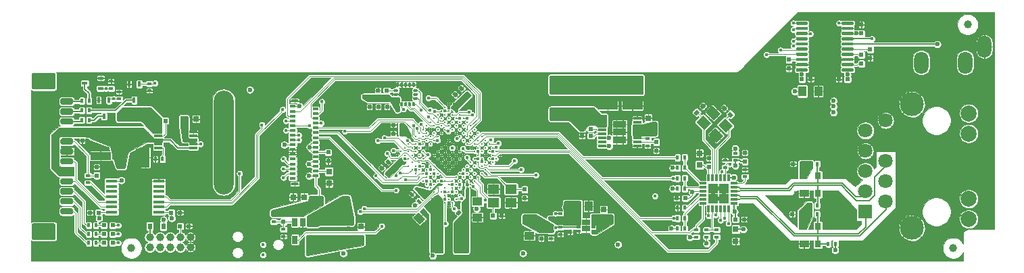
<source format=gbr>
G04 #@! TF.GenerationSoftware,KiCad,Pcbnew,5.1.9-73d0e3b20d~88~ubuntu20.04.1*
G04 #@! TF.CreationDate,2021-01-24T23:08:50+01:00*
G04 #@! TF.ProjectId,CIS,4349532e-6b69-4636-9164-5f7063625858,1.0.0*
G04 #@! TF.SameCoordinates,PX6bc3e40PY635f740*
G04 #@! TF.FileFunction,Copper,L1,Top*
G04 #@! TF.FilePolarity,Positive*
%FSLAX46Y46*%
G04 Gerber Fmt 4.6, Leading zero omitted, Abs format (unit mm)*
G04 Created by KiCad (PCBNEW 5.1.9-73d0e3b20d~88~ubuntu20.04.1) date 2021-01-24 23:08:50*
%MOMM*%
%LPD*%
G01*
G04 APERTURE LIST*
G04 #@! TA.AperFunction,ComponentPad*
%ADD10C,1.000000*%
G04 #@! TD*
G04 #@! TA.AperFunction,ComponentPad*
%ADD11C,3.000000*%
G04 #@! TD*
G04 #@! TA.AperFunction,ComponentPad*
%ADD12C,2.000000*%
G04 #@! TD*
G04 #@! TA.AperFunction,ComponentPad*
%ADD13C,1.800000*%
G04 #@! TD*
G04 #@! TA.AperFunction,ComponentPad*
%ADD14R,1.800000X1.800000*%
G04 #@! TD*
G04 #@! TA.AperFunction,WasherPad*
%ADD15O,2.500000X13.000000*%
G04 #@! TD*
G04 #@! TA.AperFunction,SMDPad,CuDef*
%ADD16R,0.650000X0.300000*%
G04 #@! TD*
G04 #@! TA.AperFunction,SMDPad,CuDef*
%ADD17R,0.800000X0.300000*%
G04 #@! TD*
G04 #@! TA.AperFunction,SMDPad,CuDef*
%ADD18R,0.950000X0.400000*%
G04 #@! TD*
G04 #@! TA.AperFunction,SMDPad,CuDef*
%ADD19C,1.000000*%
G04 #@! TD*
G04 #@! TA.AperFunction,SMDPad,CuDef*
%ADD20R,1.300000X1.300000*%
G04 #@! TD*
G04 #@! TA.AperFunction,SMDPad,CuDef*
%ADD21R,0.850000X0.300000*%
G04 #@! TD*
G04 #@! TA.AperFunction,SMDPad,CuDef*
%ADD22R,0.300000X0.850000*%
G04 #@! TD*
G04 #@! TA.AperFunction,SMDPad,CuDef*
%ADD23C,1.500000*%
G04 #@! TD*
G04 #@! TA.AperFunction,SMDPad,CuDef*
%ADD24R,1.000000X1.250000*%
G04 #@! TD*
G04 #@! TA.AperFunction,SMDPad,CuDef*
%ADD25R,0.600000X0.400000*%
G04 #@! TD*
G04 #@! TA.AperFunction,SMDPad,CuDef*
%ADD26R,0.400000X0.600000*%
G04 #@! TD*
G04 #@! TA.AperFunction,SMDPad,CuDef*
%ADD27R,0.450000X0.700000*%
G04 #@! TD*
G04 #@! TA.AperFunction,SMDPad,CuDef*
%ADD28R,0.700000X0.450000*%
G04 #@! TD*
G04 #@! TA.AperFunction,SMDPad,CuDef*
%ADD29C,0.250000*%
G04 #@! TD*
G04 #@! TA.AperFunction,SMDPad,CuDef*
%ADD30R,0.600000X0.800000*%
G04 #@! TD*
G04 #@! TA.AperFunction,SMDPad,CuDef*
%ADD31R,0.750000X0.800000*%
G04 #@! TD*
G04 #@! TA.AperFunction,SMDPad,CuDef*
%ADD32R,0.600000X0.500000*%
G04 #@! TD*
G04 #@! TA.AperFunction,SMDPad,CuDef*
%ADD33R,0.500000X0.600000*%
G04 #@! TD*
G04 #@! TA.AperFunction,SMDPad,CuDef*
%ADD34R,0.800000X0.900000*%
G04 #@! TD*
G04 #@! TA.AperFunction,SMDPad,CuDef*
%ADD35R,1.200000X0.900000*%
G04 #@! TD*
G04 #@! TA.AperFunction,SMDPad,CuDef*
%ADD36R,0.800000X0.750000*%
G04 #@! TD*
G04 #@! TA.AperFunction,SMDPad,CuDef*
%ADD37R,1.000000X2.500000*%
G04 #@! TD*
G04 #@! TA.AperFunction,SMDPad,CuDef*
%ADD38R,2.500000X1.000000*%
G04 #@! TD*
G04 #@! TA.AperFunction,SMDPad,CuDef*
%ADD39R,1.250000X1.000000*%
G04 #@! TD*
G04 #@! TA.AperFunction,SMDPad,CuDef*
%ADD40R,0.775000X0.580000*%
G04 #@! TD*
G04 #@! TA.AperFunction,SMDPad,CuDef*
%ADD41R,3.890000X0.310000*%
G04 #@! TD*
G04 #@! TA.AperFunction,SMDPad,CuDef*
%ADD42R,4.700000X1.200000*%
G04 #@! TD*
G04 #@! TA.AperFunction,SMDPad,CuDef*
%ADD43R,0.580000X0.775000*%
G04 #@! TD*
G04 #@! TA.AperFunction,SMDPad,CuDef*
%ADD44R,0.310000X3.890000*%
G04 #@! TD*
G04 #@! TA.AperFunction,SMDPad,CuDef*
%ADD45R,0.650000X1.060000*%
G04 #@! TD*
G04 #@! TA.AperFunction,SMDPad,CuDef*
%ADD46R,1.000000X0.300000*%
G04 #@! TD*
G04 #@! TA.AperFunction,SMDPad,CuDef*
%ADD47R,0.825000X0.950000*%
G04 #@! TD*
G04 #@! TA.AperFunction,SMDPad,CuDef*
%ADD48R,1.450000X0.450000*%
G04 #@! TD*
G04 #@! TA.AperFunction,SMDPad,CuDef*
%ADD49R,1.400000X1.200000*%
G04 #@! TD*
G04 #@! TA.AperFunction,SMDPad,CuDef*
%ADD50R,0.900000X1.200000*%
G04 #@! TD*
G04 #@! TA.AperFunction,SMDPad,CuDef*
%ADD51R,0.500000X0.300000*%
G04 #@! TD*
G04 #@! TA.AperFunction,SMDPad,CuDef*
%ADD52R,0.990000X0.800000*%
G04 #@! TD*
G04 #@! TA.AperFunction,ComponentPad*
%ADD53O,1.800000X2.800000*%
G04 #@! TD*
G04 #@! TA.AperFunction,ViaPad*
%ADD54C,0.600000*%
G04 #@! TD*
G04 #@! TA.AperFunction,ViaPad*
%ADD55C,0.450000*%
G04 #@! TD*
G04 #@! TA.AperFunction,Conductor*
%ADD56C,0.125000*%
G04 #@! TD*
G04 #@! TA.AperFunction,Conductor*
%ADD57C,0.091000*%
G04 #@! TD*
G04 #@! TA.AperFunction,Conductor*
%ADD58C,0.200000*%
G04 #@! TD*
G04 #@! TA.AperFunction,Conductor*
%ADD59C,0.400000*%
G04 #@! TD*
G04 #@! TA.AperFunction,Conductor*
%ADD60C,0.150000*%
G04 #@! TD*
G04 #@! TA.AperFunction,Conductor*
%ADD61C,1.500000*%
G04 #@! TD*
G04 APERTURE END LIST*
D10*
X15560000Y3635000D03*
X18100000Y2365000D03*
X16830000Y3635000D03*
X16830000Y2365000D03*
X18100000Y3635000D03*
X15560000Y2365000D03*
X19370000Y3635000D03*
X19370000Y2365000D03*
X20640000Y3635000D03*
X20640000Y2365000D03*
D11*
X111040000Y20260000D03*
X111040000Y4760000D03*
D12*
X118150000Y19140000D03*
X118150000Y16600000D03*
X118150000Y8420000D03*
D13*
X107740000Y18230000D03*
X105200000Y16960000D03*
X105200000Y14420000D03*
X107740000Y13150000D03*
X105200000Y11880000D03*
X107740000Y10610000D03*
X105200000Y9340000D03*
X107740000Y8070000D03*
D12*
X118150000Y5880000D03*
D14*
X105200000Y6800000D03*
D15*
X24800000Y15500000D03*
D16*
X36300000Y11300000D03*
D17*
X33425000Y11000000D03*
D16*
X36300000Y11900000D03*
X36300000Y12500000D03*
X36300000Y13100000D03*
X36300000Y13700000D03*
X36300000Y14300000D03*
X36300000Y14900000D03*
X36300000Y15500000D03*
X36300000Y16100000D03*
X36300000Y16700000D03*
X36300000Y17300000D03*
X36300000Y17900000D03*
X36300000Y18500000D03*
X36300000Y19100000D03*
X36300000Y19700000D03*
D17*
X33425000Y11600000D03*
X33425000Y12200000D03*
X33425000Y12800000D03*
X33425000Y13400000D03*
X33425000Y14000000D03*
X33425000Y14600000D03*
X33425000Y15200000D03*
X33425000Y15800000D03*
X33425000Y16400000D03*
X33425000Y17000000D03*
X33425000Y17600000D03*
X33425000Y18200000D03*
X33425000Y18800000D03*
X33425000Y19400000D03*
X33425000Y20000000D03*
D18*
X33700000Y20700000D03*
X33700000Y10300000D03*
D19*
X118000000Y30250000D03*
D20*
X87450000Y9750000D03*
X86150000Y9750000D03*
X87450000Y8450000D03*
X86150000Y8450000D03*
D21*
X88750000Y10350000D03*
X88750000Y9850000D03*
X88750000Y9350000D03*
X88750000Y8850000D03*
X88750000Y8350000D03*
X88750000Y7850000D03*
D22*
X88050000Y7150000D03*
X87550000Y7150000D03*
X87050000Y7150000D03*
X86550000Y7150000D03*
X86050000Y7150000D03*
X85550000Y7150000D03*
D21*
X84850000Y7850000D03*
X84850000Y8350000D03*
X84850000Y8850000D03*
X84850000Y9350000D03*
X84850000Y9850000D03*
X84850000Y10350000D03*
D22*
X85550000Y11050000D03*
X86050000Y11050000D03*
X86550000Y11050000D03*
X87050000Y11050000D03*
X87550000Y11050000D03*
X88050000Y11050000D03*
D19*
X116200000Y2250000D03*
G04 #@! TA.AperFunction,SMDPad,CuDef*
D23*
G36*
X48311091Y9335355D02*
G01*
X48735355Y8911091D01*
X48452513Y8628249D01*
X48028249Y9052513D01*
X48311091Y9335355D01*
G37*
G04 #@! TD.AperFunction*
G04 #@! TA.AperFunction,SMDPad,CuDef*
G36*
X48947487Y9971751D02*
G01*
X49371751Y9547487D01*
X49088909Y9264645D01*
X48664645Y9688909D01*
X48947487Y9971751D01*
G37*
G04 #@! TD.AperFunction*
D24*
X97300000Y21900000D03*
X99300000Y21900000D03*
D25*
X15500000Y22850000D03*
X15500000Y21950000D03*
D26*
X7950000Y19500000D03*
X7050000Y19500000D03*
D25*
X11700000Y20950000D03*
X11700000Y21850000D03*
D26*
X7950000Y18300000D03*
X7050000Y18300000D03*
D27*
X13600000Y20800000D03*
X12950000Y22800000D03*
X14250000Y22800000D03*
X9800000Y18800000D03*
X9150000Y20800000D03*
X10450000Y20800000D03*
D28*
X7400000Y22900000D03*
X9400000Y23550000D03*
X9400000Y22250000D03*
D25*
X10700000Y22250000D03*
X10700000Y23150000D03*
D26*
X7950000Y20700000D03*
X7050000Y20700000D03*
X81650000Y13600000D03*
X82550000Y13600000D03*
D29*
X53000000Y20339423D03*
X53459789Y19879634D03*
X53919578Y19419845D03*
X54379367Y18960056D03*
X54839156Y18500267D03*
X55298946Y18040478D03*
X55758735Y17580689D03*
X56218524Y17120900D03*
X56678313Y16661111D03*
X57138102Y16201321D03*
X57597891Y15741532D03*
X58057680Y15281743D03*
X58517469Y14821954D03*
X58977258Y14362165D03*
X59437048Y13902376D03*
X52540211Y19879634D03*
X53000000Y19419845D03*
X53459789Y18960056D03*
X53919578Y18500267D03*
X54379367Y18040478D03*
X54839156Y17580689D03*
X55298946Y17120900D03*
X55758735Y16661111D03*
X56218524Y16201321D03*
X56678313Y15741532D03*
X57138102Y15281743D03*
X57597891Y14821954D03*
X58057680Y14362165D03*
X58517469Y13902376D03*
X58977258Y13442587D03*
X52080422Y19419845D03*
X52540211Y18960056D03*
X53000000Y18500267D03*
X53459789Y18040478D03*
X53919578Y17580689D03*
X54379367Y17120900D03*
X54839156Y16661111D03*
X55298946Y16201321D03*
X55758735Y15741532D03*
X56218524Y15281743D03*
X56678313Y14821954D03*
X57138102Y14362165D03*
X57597891Y13902376D03*
X58057680Y13442587D03*
X58517469Y12982798D03*
X51620633Y18960056D03*
X52080422Y18500267D03*
X52540211Y18040478D03*
X53000000Y17580689D03*
X53459789Y17120900D03*
X53919578Y16661111D03*
X54379367Y16201321D03*
X54839156Y15741532D03*
X55298946Y15281743D03*
X55758735Y14821954D03*
X56218524Y14362165D03*
X56678313Y13902376D03*
X57138102Y13442587D03*
X57597891Y12982798D03*
X58057680Y12523009D03*
X51160844Y18500267D03*
X51620633Y18040478D03*
X52080422Y17580689D03*
X52540211Y17120900D03*
X56218524Y13442587D03*
X56678313Y12982798D03*
X57138102Y12523009D03*
X57597891Y12063219D03*
X50701054Y18040478D03*
X51160844Y17580689D03*
X51620633Y17120900D03*
X52080422Y16661111D03*
X53000000Y15741532D03*
X53459789Y15281743D03*
X53919578Y14821954D03*
X54379367Y14362165D03*
X54839156Y13902376D03*
X55758735Y12982798D03*
X56218524Y12523009D03*
X56678313Y12063219D03*
X57138102Y11603430D03*
X50241265Y17580689D03*
X50701054Y17120900D03*
X51160844Y16661111D03*
X51620633Y16201321D03*
X52540211Y15281743D03*
X53000000Y14821954D03*
X53459789Y14362165D03*
X53919578Y13902376D03*
X54379367Y13442587D03*
X55298946Y12523009D03*
X55758735Y12063219D03*
X56218524Y11603430D03*
X56678313Y11143641D03*
X49781476Y17120900D03*
X50241265Y16661111D03*
X50701054Y16201321D03*
X51160844Y15741532D03*
X52080422Y14821954D03*
X52540211Y14362165D03*
X53000000Y13902376D03*
X53459789Y13442587D03*
X53919578Y12982798D03*
X54839156Y12063219D03*
X55298946Y11603430D03*
X55758735Y11143641D03*
X56218524Y10683852D03*
X49321687Y16661111D03*
X49781476Y16201321D03*
X50241265Y15741532D03*
X50701054Y15281743D03*
X51620633Y14362165D03*
X52080422Y13902376D03*
X52540211Y13442587D03*
X53000000Y12982798D03*
X53459789Y12523009D03*
X54379367Y11603430D03*
X54839156Y11143641D03*
X55298946Y10683852D03*
X55758735Y10224063D03*
X48861898Y16201321D03*
X49321687Y15741532D03*
X49781476Y15281743D03*
X50241265Y14821954D03*
X51160844Y13902376D03*
X51620633Y13442587D03*
X52080422Y12982798D03*
X52540211Y12523009D03*
X53000000Y12063219D03*
X53919578Y11143641D03*
X54379367Y10683852D03*
X54839156Y10224063D03*
X55298946Y9764274D03*
X48402109Y15741532D03*
X48861898Y15281743D03*
X49321687Y14821954D03*
X49781476Y14362165D03*
X53459789Y10683852D03*
X53919578Y10224063D03*
X54379367Y9764274D03*
X54839156Y9304485D03*
X47942320Y15281743D03*
X48402109Y14821954D03*
X48861898Y14362165D03*
X49321687Y13902376D03*
X49781476Y13442587D03*
X50241265Y12982798D03*
X50701054Y12523009D03*
X51160844Y12063219D03*
X51620633Y11603430D03*
X52080422Y11143641D03*
X52540211Y10683852D03*
X53000000Y10224063D03*
X53459789Y9764274D03*
X53919578Y9304485D03*
X54379367Y8844696D03*
X47482531Y14821954D03*
X47942320Y14362165D03*
X48402109Y13902376D03*
X48861898Y13442587D03*
X49321687Y12982798D03*
X49781476Y12523009D03*
X50241265Y12063219D03*
X50701054Y11603430D03*
X51160844Y11143641D03*
X51620633Y10683852D03*
X52080422Y10224063D03*
X52540211Y9764274D03*
X53000000Y9304485D03*
X53459789Y8844696D03*
X53919578Y8384907D03*
X47022742Y14362165D03*
X47482531Y13902376D03*
X47942320Y13442587D03*
X48402109Y12982798D03*
X48861898Y12523009D03*
X49321687Y12063219D03*
X49781476Y11603430D03*
X50241265Y11143641D03*
X50701054Y10683852D03*
X51160844Y10224063D03*
X51620633Y9764274D03*
X52080422Y9304485D03*
X52540211Y8844696D03*
X53000000Y8384907D03*
X53459789Y7925117D03*
X46562952Y13902376D03*
X47022742Y13442587D03*
X47482531Y12982798D03*
X47942320Y12523009D03*
X48402109Y12063219D03*
X48861898Y11603430D03*
X49321687Y11143641D03*
X49781476Y10683852D03*
X50241265Y10224063D03*
X50701054Y9764274D03*
X51160844Y9304485D03*
X51620633Y8844696D03*
X52080422Y8384907D03*
X52540211Y7925117D03*
X53000000Y7465328D03*
G04 #@! TA.AperFunction,SMDPad,CuDef*
D23*
G36*
X54246446Y7100000D02*
G01*
X54600000Y6746446D01*
X54175736Y6322182D01*
X53822182Y6675736D01*
X54246446Y7100000D01*
G37*
G04 #@! TD.AperFunction*
G04 #@! TA.AperFunction,SMDPad,CuDef*
G36*
X55024264Y7877818D02*
G01*
X55377818Y7524264D01*
X54953554Y7100000D01*
X54600000Y7453554D01*
X55024264Y7877818D01*
G37*
G04 #@! TD.AperFunction*
D25*
X88900000Y13250000D03*
X88900000Y14150000D03*
D30*
X15550000Y5000000D03*
X17250000Y5000000D03*
D25*
X84000000Y4550000D03*
X84000000Y3650000D03*
G04 #@! TA.AperFunction,SMDPad,CuDef*
D23*
G36*
X84803554Y19650000D02*
G01*
X84450000Y20003554D01*
X84874264Y20427818D01*
X85227818Y20074264D01*
X84803554Y19650000D01*
G37*
G04 #@! TD.AperFunction*
G04 #@! TA.AperFunction,SMDPad,CuDef*
G36*
X84025736Y18872182D02*
G01*
X83672182Y19225736D01*
X84096446Y19650000D01*
X84450000Y19296446D01*
X84025736Y18872182D01*
G37*
G04 #@! TD.AperFunction*
G04 #@! TA.AperFunction,SMDPad,CuDef*
G36*
X87900000Y19753554D02*
G01*
X87546446Y19400000D01*
X87122182Y19824264D01*
X87475736Y20177818D01*
X87900000Y19753554D01*
G37*
G04 #@! TD.AperFunction*
G04 #@! TA.AperFunction,SMDPad,CuDef*
G36*
X88677818Y18975736D02*
G01*
X88324264Y18622182D01*
X87900000Y19046446D01*
X88253554Y19400000D01*
X88677818Y18975736D01*
G37*
G04 #@! TD.AperFunction*
D31*
X84400000Y14150000D03*
X84400000Y12650000D03*
D32*
X81550000Y8500000D03*
X82650000Y8500000D03*
D33*
X90100000Y14200000D03*
X90100000Y13100000D03*
D31*
X88950000Y3100000D03*
X88950000Y4600000D03*
D26*
X81650000Y7300000D03*
X82550000Y7300000D03*
D25*
X90100000Y11200000D03*
X90100000Y12100000D03*
D26*
X99150000Y6500000D03*
X98250000Y6500000D03*
X100550000Y2800000D03*
X101450000Y2800000D03*
X99150000Y12800000D03*
X98250000Y12800000D03*
X99150000Y7600000D03*
X98250000Y7600000D03*
X82550000Y9700000D03*
X81650000Y9700000D03*
X82550000Y12300000D03*
X81650000Y12300000D03*
X82550000Y11000000D03*
X81650000Y11000000D03*
X82550000Y4700000D03*
X81650000Y4700000D03*
X81650000Y6000000D03*
X82550000Y6000000D03*
D25*
X85300000Y4550000D03*
X85300000Y3650000D03*
X86550000Y3650000D03*
X86550000Y4550000D03*
D32*
X96050000Y6500000D03*
X97150000Y6500000D03*
X96150000Y12800000D03*
X97250000Y12800000D03*
D34*
X97330000Y5000000D03*
X99230000Y5000000D03*
X99230000Y2800000D03*
D35*
X97510000Y2800000D03*
D34*
X97330000Y11320000D03*
X99230000Y11320000D03*
X99230000Y9120000D03*
D35*
X97510000Y9120000D03*
D31*
X42000000Y3450000D03*
X42000000Y4950000D03*
D36*
X19850000Y18400000D03*
X21350000Y18400000D03*
D31*
X72400000Y5600000D03*
X72400000Y7100000D03*
D33*
X68200000Y4300000D03*
X68200000Y5400000D03*
D32*
X17500000Y18200000D03*
X16400000Y18200000D03*
D33*
X79000000Y15550000D03*
X79000000Y14450000D03*
D32*
X59650000Y6300000D03*
X58550000Y6300000D03*
D33*
X62500000Y9600000D03*
X62500000Y8500000D03*
X32300000Y5550000D03*
X32300000Y6650000D03*
D24*
X70500000Y7500000D03*
X68500000Y7500000D03*
D32*
X9800000Y2900000D03*
X10900000Y2900000D03*
X9800000Y4000000D03*
X10900000Y4000000D03*
X9800000Y5100000D03*
X10900000Y5100000D03*
X19350000Y6700000D03*
X18250000Y6700000D03*
D37*
X12000000Y13600000D03*
X15000000Y13600000D03*
D38*
X76000000Y23100000D03*
X76000000Y20100000D03*
D33*
X8900000Y11350000D03*
X8900000Y12450000D03*
D32*
X8050000Y6700000D03*
X9150000Y6700000D03*
D38*
X9400000Y16800000D03*
X9400000Y13800000D03*
D33*
X7100000Y15750000D03*
X7100000Y16850000D03*
D32*
X98350000Y23400000D03*
X97250000Y23400000D03*
X101850000Y23400000D03*
X102950000Y23400000D03*
D33*
X45300000Y21050000D03*
X45300000Y19950000D03*
X44200000Y19950000D03*
X44200000Y21050000D03*
X104700000Y25350000D03*
X104700000Y26450000D03*
X105800000Y27150000D03*
X105800000Y26050000D03*
X104700000Y30250000D03*
X104700000Y29150000D03*
X95600000Y25850000D03*
X95600000Y24750000D03*
D32*
X45250000Y22000000D03*
X44150000Y22000000D03*
D39*
X56600000Y8100000D03*
X56600000Y6100000D03*
G04 #@! TA.AperFunction,SMDPad,CuDef*
D23*
G36*
X49204505Y6788388D02*
G01*
X50088388Y5904505D01*
X49381281Y5197398D01*
X48497398Y6081281D01*
X49204505Y6788388D01*
G37*
G04 #@! TD.AperFunction*
G04 #@! TA.AperFunction,SMDPad,CuDef*
G36*
X50618719Y8202602D02*
G01*
X51502602Y7318719D01*
X50795495Y6611612D01*
X49911612Y7495495D01*
X50618719Y8202602D01*
G37*
G04 #@! TD.AperFunction*
G04 #@! TA.AperFunction,SMDPad,CuDef*
G36*
X54200000Y21453554D02*
G01*
X53846446Y21100000D01*
X53422182Y21524264D01*
X53775736Y21877818D01*
X54200000Y21453554D01*
G37*
G04 #@! TD.AperFunction*
G04 #@! TA.AperFunction,SMDPad,CuDef*
G36*
X54977818Y20675736D02*
G01*
X54624264Y20322182D01*
X54200000Y20746446D01*
X54553554Y21100000D01*
X54977818Y20675736D01*
G37*
G04 #@! TD.AperFunction*
G04 #@! TA.AperFunction,SMDPad,CuDef*
G36*
X45800000Y13053554D02*
G01*
X45446446Y12700000D01*
X45022182Y13124264D01*
X45375736Y13477818D01*
X45800000Y13053554D01*
G37*
G04 #@! TD.AperFunction*
G04 #@! TA.AperFunction,SMDPad,CuDef*
G36*
X46577818Y12275736D02*
G01*
X46224264Y11922182D01*
X45800000Y12346446D01*
X46153554Y12700000D01*
X46577818Y12275736D01*
G37*
G04 #@! TD.AperFunction*
D32*
X46050000Y16600000D03*
X47150000Y16600000D03*
X19350000Y5000000D03*
X20450000Y5000000D03*
X69700000Y17200000D03*
X70800000Y17200000D03*
D38*
X72900000Y23100000D03*
X72900000Y20100000D03*
G04 #@! TA.AperFunction,SMDPad,CuDef*
D23*
G36*
X40764500Y3170000D02*
G01*
X39575500Y3170000D01*
X40169500Y3750000D01*
X40170500Y3750000D01*
X40764500Y3170000D01*
G37*
G04 #@! TD.AperFunction*
G04 #@! TA.AperFunction,SMDPad,CuDef*
G36*
X38424500Y3170000D02*
G01*
X37235500Y3170000D01*
X37829500Y3750000D01*
X37830500Y3750000D01*
X38424500Y3170000D01*
G37*
G04 #@! TD.AperFunction*
G04 #@! TA.AperFunction,SMDPad,CuDef*
G36*
X39575500Y5830000D02*
G01*
X40764500Y5830000D01*
X40170500Y5250000D01*
X40169500Y5250000D01*
X39575500Y5830000D01*
G37*
G04 #@! TD.AperFunction*
G04 #@! TA.AperFunction,SMDPad,CuDef*
G36*
X37235500Y5830000D02*
G01*
X38424500Y5830000D01*
X37830500Y5250000D01*
X37829500Y5250000D01*
X37235500Y5830000D01*
G37*
G04 #@! TD.AperFunction*
D40*
X37442000Y5540000D03*
X40557000Y5540000D03*
X40557000Y3460000D03*
G04 #@! TA.AperFunction,SMDPad,CuDef*
D23*
G36*
X37055000Y2860000D02*
G01*
X40945000Y2860000D01*
X40395000Y2300000D01*
X37605000Y2300000D01*
X37055000Y2860000D01*
G37*
G04 #@! TD.AperFunction*
G04 #@! TA.AperFunction,SMDPad,CuDef*
G36*
X40945000Y6140000D02*
G01*
X37055000Y6140000D01*
X37605000Y6700000D01*
X40395000Y6700000D01*
X40945000Y6140000D01*
G37*
G04 #@! TD.AperFunction*
D41*
X39000000Y3015000D03*
X39000000Y5985000D03*
D40*
X37443000Y3460000D03*
G04 #@! TA.AperFunction,SMDPad,CuDef*
D23*
G36*
X11735500Y18910000D02*
G01*
X12924500Y18910000D01*
X12330500Y18330000D01*
X12329500Y18330000D01*
X11735500Y18910000D01*
G37*
G04 #@! TD.AperFunction*
G04 #@! TA.AperFunction,SMDPad,CuDef*
G36*
X14075500Y18910000D02*
G01*
X15264500Y18910000D01*
X14670500Y18330000D01*
X14669500Y18330000D01*
X14075500Y18910000D01*
G37*
G04 #@! TD.AperFunction*
G04 #@! TA.AperFunction,SMDPad,CuDef*
G36*
X12924500Y16250000D02*
G01*
X11735500Y16250000D01*
X12329500Y16830000D01*
X12330500Y16830000D01*
X12924500Y16250000D01*
G37*
G04 #@! TD.AperFunction*
G04 #@! TA.AperFunction,SMDPad,CuDef*
G36*
X15264500Y16250000D02*
G01*
X14075500Y16250000D01*
X14669500Y16830000D01*
X14670500Y16830000D01*
X15264500Y16250000D01*
G37*
G04 #@! TD.AperFunction*
D40*
X15058000Y16540000D03*
X11943000Y16540000D03*
X11943000Y18620000D03*
G04 #@! TA.AperFunction,SMDPad,CuDef*
D23*
G36*
X15445000Y19220000D02*
G01*
X11555000Y19220000D01*
X12105000Y19780000D01*
X14895000Y19780000D01*
X15445000Y19220000D01*
G37*
G04 #@! TD.AperFunction*
G04 #@! TA.AperFunction,SMDPad,CuDef*
G36*
X11555000Y15940000D02*
G01*
X15445000Y15940000D01*
X14895000Y15380000D01*
X12105000Y15380000D01*
X11555000Y15940000D01*
G37*
G04 #@! TD.AperFunction*
D41*
X13500000Y19065000D03*
X13500000Y16095000D03*
D40*
X15057000Y18620000D03*
D42*
X68100000Y22355000D03*
X68100000Y19045000D03*
G04 #@! TA.AperFunction,SMDPad,CuDef*
D23*
G36*
X54330000Y5364500D02*
G01*
X54330000Y4175500D01*
X53750000Y4769500D01*
X53750000Y4770500D01*
X54330000Y5364500D01*
G37*
G04 #@! TD.AperFunction*
G04 #@! TA.AperFunction,SMDPad,CuDef*
G36*
X54330000Y3024500D02*
G01*
X54330000Y1835500D01*
X53750000Y2429500D01*
X53750000Y2430500D01*
X54330000Y3024500D01*
G37*
G04 #@! TD.AperFunction*
G04 #@! TA.AperFunction,SMDPad,CuDef*
G36*
X51670000Y4175500D02*
G01*
X51670000Y5364500D01*
X52250000Y4770500D01*
X52250000Y4769500D01*
X51670000Y4175500D01*
G37*
G04 #@! TD.AperFunction*
G04 #@! TA.AperFunction,SMDPad,CuDef*
G36*
X51670000Y1835500D02*
G01*
X51670000Y3024500D01*
X52250000Y2430500D01*
X52250000Y2429500D01*
X51670000Y1835500D01*
G37*
G04 #@! TD.AperFunction*
D43*
X51960000Y2042000D03*
X51960000Y5157000D03*
X54040000Y5157000D03*
G04 #@! TA.AperFunction,SMDPad,CuDef*
D23*
G36*
X54640000Y1655000D02*
G01*
X54640000Y5545000D01*
X55200000Y4995000D01*
X55200000Y2205000D01*
X54640000Y1655000D01*
G37*
G04 #@! TD.AperFunction*
G04 #@! TA.AperFunction,SMDPad,CuDef*
G36*
X51360000Y5545000D02*
G01*
X51360000Y1655000D01*
X50800000Y2205000D01*
X50800000Y4995000D01*
X51360000Y5545000D01*
G37*
G04 #@! TD.AperFunction*
D44*
X54485000Y3600000D03*
X51515000Y3600000D03*
D43*
X54040000Y2043000D03*
D26*
X16250000Y13400000D03*
X17150000Y13400000D03*
D25*
X77900000Y15050000D03*
X77900000Y15950000D03*
X67000000Y3950000D03*
X67000000Y4850000D03*
X31100000Y5550000D03*
X31100000Y6450000D03*
X32300000Y3700000D03*
X32300000Y4600000D03*
X67000000Y6550000D03*
X67000000Y5650000D03*
X65800000Y5150000D03*
X65800000Y6050000D03*
X65800000Y4350000D03*
X65800000Y3450000D03*
D26*
X7900000Y2900000D03*
X8800000Y2900000D03*
X7900000Y4000000D03*
X8800000Y4000000D03*
X7900000Y5100000D03*
X8800000Y5100000D03*
D25*
X7800000Y10450000D03*
X7800000Y11350000D03*
X87600000Y12350000D03*
X87600000Y13250000D03*
G04 #@! TA.AperFunction,SMDPad,CuDef*
D23*
G36*
X49988909Y8364645D02*
G01*
X49564645Y8788909D01*
X49847487Y9071751D01*
X50271751Y8647487D01*
X49988909Y8364645D01*
G37*
G04 #@! TD.AperFunction*
G04 #@! TA.AperFunction,SMDPad,CuDef*
G36*
X49352513Y7728249D02*
G01*
X48928249Y8152513D01*
X49211091Y8435355D01*
X49635355Y8011091D01*
X49352513Y7728249D01*
G37*
G04 #@! TD.AperFunction*
D45*
X35650000Y3300000D03*
X33750000Y3300000D03*
X33750000Y5500000D03*
X34700000Y5500000D03*
X35650000Y5500000D03*
D46*
X16600000Y14800000D03*
X16600000Y15300000D03*
X16600000Y15800000D03*
X16600000Y16300000D03*
X16600000Y16800000D03*
X21000000Y16800000D03*
X21000000Y16300000D03*
X21000000Y15800000D03*
X21000000Y15300000D03*
X21000000Y14800000D03*
D47*
X74800000Y15850000D03*
X74800000Y16800000D03*
X74800000Y17750000D03*
X74000000Y17750000D03*
X74000000Y16800000D03*
X74000000Y15850000D03*
D46*
X72200000Y18550000D03*
X72200000Y18050000D03*
X72200000Y17550000D03*
X76600000Y18550000D03*
X76600000Y18050000D03*
X76600000Y17550000D03*
X72200000Y15050000D03*
X72200000Y15550000D03*
X72200000Y16050000D03*
X72200000Y16550000D03*
X72200000Y17050000D03*
X76600000Y17050000D03*
X76600000Y16550000D03*
X76600000Y16050000D03*
X76600000Y15550000D03*
X76600000Y15050000D03*
D48*
X10750000Y6750000D03*
X10750000Y7400000D03*
X10750000Y8050000D03*
X10750000Y8700000D03*
X10750000Y9350000D03*
X10750000Y10000000D03*
X10750000Y10650000D03*
X16650000Y10650000D03*
X16650000Y10000000D03*
X16650000Y9350000D03*
X16650000Y8700000D03*
X16650000Y8050000D03*
X16650000Y7400000D03*
X16650000Y6750000D03*
G04 #@! TA.AperFunction,SMDPad,CuDef*
G36*
G01*
X97975000Y24675000D02*
X97975000Y24475000D01*
G75*
G02*
X97875000Y24375000I-100000J0D01*
G01*
X96600000Y24375000D01*
G75*
G02*
X96500000Y24475000I0J100000D01*
G01*
X96500000Y24675000D01*
G75*
G02*
X96600000Y24775000I100000J0D01*
G01*
X97875000Y24775000D01*
G75*
G02*
X97975000Y24675000I0J-100000D01*
G01*
G37*
G04 #@! TD.AperFunction*
G04 #@! TA.AperFunction,SMDPad,CuDef*
G36*
G01*
X97975000Y25325000D02*
X97975000Y25125000D01*
G75*
G02*
X97875000Y25025000I-100000J0D01*
G01*
X96600000Y25025000D01*
G75*
G02*
X96500000Y25125000I0J100000D01*
G01*
X96500000Y25325000D01*
G75*
G02*
X96600000Y25425000I100000J0D01*
G01*
X97875000Y25425000D01*
G75*
G02*
X97975000Y25325000I0J-100000D01*
G01*
G37*
G04 #@! TD.AperFunction*
G04 #@! TA.AperFunction,SMDPad,CuDef*
G36*
G01*
X97975000Y25975000D02*
X97975000Y25775000D01*
G75*
G02*
X97875000Y25675000I-100000J0D01*
G01*
X96600000Y25675000D01*
G75*
G02*
X96500000Y25775000I0J100000D01*
G01*
X96500000Y25975000D01*
G75*
G02*
X96600000Y26075000I100000J0D01*
G01*
X97875000Y26075000D01*
G75*
G02*
X97975000Y25975000I0J-100000D01*
G01*
G37*
G04 #@! TD.AperFunction*
G04 #@! TA.AperFunction,SMDPad,CuDef*
G36*
G01*
X97975000Y26625000D02*
X97975000Y26425000D01*
G75*
G02*
X97875000Y26325000I-100000J0D01*
G01*
X96600000Y26325000D01*
G75*
G02*
X96500000Y26425000I0J100000D01*
G01*
X96500000Y26625000D01*
G75*
G02*
X96600000Y26725000I100000J0D01*
G01*
X97875000Y26725000D01*
G75*
G02*
X97975000Y26625000I0J-100000D01*
G01*
G37*
G04 #@! TD.AperFunction*
G04 #@! TA.AperFunction,SMDPad,CuDef*
G36*
G01*
X97975000Y27275000D02*
X97975000Y27075000D01*
G75*
G02*
X97875000Y26975000I-100000J0D01*
G01*
X96600000Y26975000D01*
G75*
G02*
X96500000Y27075000I0J100000D01*
G01*
X96500000Y27275000D01*
G75*
G02*
X96600000Y27375000I100000J0D01*
G01*
X97875000Y27375000D01*
G75*
G02*
X97975000Y27275000I0J-100000D01*
G01*
G37*
G04 #@! TD.AperFunction*
G04 #@! TA.AperFunction,SMDPad,CuDef*
G36*
G01*
X97975000Y27925000D02*
X97975000Y27725000D01*
G75*
G02*
X97875000Y27625000I-100000J0D01*
G01*
X96600000Y27625000D01*
G75*
G02*
X96500000Y27725000I0J100000D01*
G01*
X96500000Y27925000D01*
G75*
G02*
X96600000Y28025000I100000J0D01*
G01*
X97875000Y28025000D01*
G75*
G02*
X97975000Y27925000I0J-100000D01*
G01*
G37*
G04 #@! TD.AperFunction*
G04 #@! TA.AperFunction,SMDPad,CuDef*
G36*
G01*
X97975000Y28575000D02*
X97975000Y28375000D01*
G75*
G02*
X97875000Y28275000I-100000J0D01*
G01*
X96600000Y28275000D01*
G75*
G02*
X96500000Y28375000I0J100000D01*
G01*
X96500000Y28575000D01*
G75*
G02*
X96600000Y28675000I100000J0D01*
G01*
X97875000Y28675000D01*
G75*
G02*
X97975000Y28575000I0J-100000D01*
G01*
G37*
G04 #@! TD.AperFunction*
G04 #@! TA.AperFunction,SMDPad,CuDef*
G36*
G01*
X97975000Y29225000D02*
X97975000Y29025000D01*
G75*
G02*
X97875000Y28925000I-100000J0D01*
G01*
X96600000Y28925000D01*
G75*
G02*
X96500000Y29025000I0J100000D01*
G01*
X96500000Y29225000D01*
G75*
G02*
X96600000Y29325000I100000J0D01*
G01*
X97875000Y29325000D01*
G75*
G02*
X97975000Y29225000I0J-100000D01*
G01*
G37*
G04 #@! TD.AperFunction*
G04 #@! TA.AperFunction,SMDPad,CuDef*
G36*
G01*
X97975000Y29875000D02*
X97975000Y29675000D01*
G75*
G02*
X97875000Y29575000I-100000J0D01*
G01*
X96600000Y29575000D01*
G75*
G02*
X96500000Y29675000I0J100000D01*
G01*
X96500000Y29875000D01*
G75*
G02*
X96600000Y29975000I100000J0D01*
G01*
X97875000Y29975000D01*
G75*
G02*
X97975000Y29875000I0J-100000D01*
G01*
G37*
G04 #@! TD.AperFunction*
G04 #@! TA.AperFunction,SMDPad,CuDef*
G36*
G01*
X97975000Y30525000D02*
X97975000Y30325000D01*
G75*
G02*
X97875000Y30225000I-100000J0D01*
G01*
X96600000Y30225000D01*
G75*
G02*
X96500000Y30325000I0J100000D01*
G01*
X96500000Y30525000D01*
G75*
G02*
X96600000Y30625000I100000J0D01*
G01*
X97875000Y30625000D01*
G75*
G02*
X97975000Y30525000I0J-100000D01*
G01*
G37*
G04 #@! TD.AperFunction*
G04 #@! TA.AperFunction,SMDPad,CuDef*
G36*
G01*
X103700000Y30525000D02*
X103700000Y30325000D01*
G75*
G02*
X103600000Y30225000I-100000J0D01*
G01*
X102325000Y30225000D01*
G75*
G02*
X102225000Y30325000I0J100000D01*
G01*
X102225000Y30525000D01*
G75*
G02*
X102325000Y30625000I100000J0D01*
G01*
X103600000Y30625000D01*
G75*
G02*
X103700000Y30525000I0J-100000D01*
G01*
G37*
G04 #@! TD.AperFunction*
G04 #@! TA.AperFunction,SMDPad,CuDef*
G36*
G01*
X103700000Y29875000D02*
X103700000Y29675000D01*
G75*
G02*
X103600000Y29575000I-100000J0D01*
G01*
X102325000Y29575000D01*
G75*
G02*
X102225000Y29675000I0J100000D01*
G01*
X102225000Y29875000D01*
G75*
G02*
X102325000Y29975000I100000J0D01*
G01*
X103600000Y29975000D01*
G75*
G02*
X103700000Y29875000I0J-100000D01*
G01*
G37*
G04 #@! TD.AperFunction*
G04 #@! TA.AperFunction,SMDPad,CuDef*
G36*
G01*
X103700000Y29225000D02*
X103700000Y29025000D01*
G75*
G02*
X103600000Y28925000I-100000J0D01*
G01*
X102325000Y28925000D01*
G75*
G02*
X102225000Y29025000I0J100000D01*
G01*
X102225000Y29225000D01*
G75*
G02*
X102325000Y29325000I100000J0D01*
G01*
X103600000Y29325000D01*
G75*
G02*
X103700000Y29225000I0J-100000D01*
G01*
G37*
G04 #@! TD.AperFunction*
G04 #@! TA.AperFunction,SMDPad,CuDef*
G36*
G01*
X103700000Y28575000D02*
X103700000Y28375000D01*
G75*
G02*
X103600000Y28275000I-100000J0D01*
G01*
X102325000Y28275000D01*
G75*
G02*
X102225000Y28375000I0J100000D01*
G01*
X102225000Y28575000D01*
G75*
G02*
X102325000Y28675000I100000J0D01*
G01*
X103600000Y28675000D01*
G75*
G02*
X103700000Y28575000I0J-100000D01*
G01*
G37*
G04 #@! TD.AperFunction*
G04 #@! TA.AperFunction,SMDPad,CuDef*
G36*
G01*
X103700000Y27925000D02*
X103700000Y27725000D01*
G75*
G02*
X103600000Y27625000I-100000J0D01*
G01*
X102325000Y27625000D01*
G75*
G02*
X102225000Y27725000I0J100000D01*
G01*
X102225000Y27925000D01*
G75*
G02*
X102325000Y28025000I100000J0D01*
G01*
X103600000Y28025000D01*
G75*
G02*
X103700000Y27925000I0J-100000D01*
G01*
G37*
G04 #@! TD.AperFunction*
G04 #@! TA.AperFunction,SMDPad,CuDef*
G36*
G01*
X103700000Y27275000D02*
X103700000Y27075000D01*
G75*
G02*
X103600000Y26975000I-100000J0D01*
G01*
X102325000Y26975000D01*
G75*
G02*
X102225000Y27075000I0J100000D01*
G01*
X102225000Y27275000D01*
G75*
G02*
X102325000Y27375000I100000J0D01*
G01*
X103600000Y27375000D01*
G75*
G02*
X103700000Y27275000I0J-100000D01*
G01*
G37*
G04 #@! TD.AperFunction*
G04 #@! TA.AperFunction,SMDPad,CuDef*
G36*
G01*
X103700000Y26625000D02*
X103700000Y26425000D01*
G75*
G02*
X103600000Y26325000I-100000J0D01*
G01*
X102325000Y26325000D01*
G75*
G02*
X102225000Y26425000I0J100000D01*
G01*
X102225000Y26625000D01*
G75*
G02*
X102325000Y26725000I100000J0D01*
G01*
X103600000Y26725000D01*
G75*
G02*
X103700000Y26625000I0J-100000D01*
G01*
G37*
G04 #@! TD.AperFunction*
G04 #@! TA.AperFunction,SMDPad,CuDef*
G36*
G01*
X103700000Y25975000D02*
X103700000Y25775000D01*
G75*
G02*
X103600000Y25675000I-100000J0D01*
G01*
X102325000Y25675000D01*
G75*
G02*
X102225000Y25775000I0J100000D01*
G01*
X102225000Y25975000D01*
G75*
G02*
X102325000Y26075000I100000J0D01*
G01*
X103600000Y26075000D01*
G75*
G02*
X103700000Y25975000I0J-100000D01*
G01*
G37*
G04 #@! TD.AperFunction*
G04 #@! TA.AperFunction,SMDPad,CuDef*
G36*
G01*
X103700000Y25325000D02*
X103700000Y25125000D01*
G75*
G02*
X103600000Y25025000I-100000J0D01*
G01*
X102325000Y25025000D01*
G75*
G02*
X102225000Y25125000I0J100000D01*
G01*
X102225000Y25325000D01*
G75*
G02*
X102325000Y25425000I100000J0D01*
G01*
X103600000Y25425000D01*
G75*
G02*
X103700000Y25325000I0J-100000D01*
G01*
G37*
G04 #@! TD.AperFunction*
G04 #@! TA.AperFunction,SMDPad,CuDef*
G36*
G01*
X103700000Y24675000D02*
X103700000Y24475000D01*
G75*
G02*
X103600000Y24375000I-100000J0D01*
G01*
X102325000Y24375000D01*
G75*
G02*
X102225000Y24475000I0J100000D01*
G01*
X102225000Y24675000D01*
G75*
G02*
X102325000Y24775000I100000J0D01*
G01*
X103600000Y24775000D01*
G75*
G02*
X103700000Y24675000I0J-100000D01*
G01*
G37*
G04 #@! TD.AperFunction*
G04 #@! TA.AperFunction,SMDPad,CuDef*
D23*
G36*
X84001903Y18047488D02*
G01*
X84850431Y18896016D01*
X85840381Y17906066D01*
X84991853Y17057538D01*
X84001903Y18047488D01*
G37*
G04 #@! TD.AperFunction*
G04 #@! TA.AperFunction,SMDPad,CuDef*
G36*
X85557538Y16491853D02*
G01*
X86406066Y17340381D01*
X87396016Y16350431D01*
X86547488Y15501903D01*
X85557538Y16491853D01*
G37*
G04 #@! TD.AperFunction*
G04 #@! TA.AperFunction,SMDPad,CuDef*
G36*
X86759619Y17693934D02*
G01*
X87608147Y18542462D01*
X88598097Y17552512D01*
X87749569Y16703984D01*
X86759619Y17693934D01*
G37*
G04 #@! TD.AperFunction*
G04 #@! TA.AperFunction,SMDPad,CuDef*
G36*
X85203984Y19249569D02*
G01*
X86052512Y20098097D01*
X87042462Y19108147D01*
X86193934Y18259619D01*
X85203984Y19249569D01*
G37*
G04 #@! TD.AperFunction*
D49*
X58600000Y7950000D03*
X60800000Y7950000D03*
X60800000Y9650000D03*
X58600000Y9650000D03*
D19*
X13250000Y2250000D03*
D33*
X37900000Y13150000D03*
X37900000Y14250000D03*
X85600000Y12450000D03*
X85600000Y13550000D03*
D32*
X69700000Y16300000D03*
X70800000Y16300000D03*
D31*
X78000000Y18550000D03*
X78000000Y17050000D03*
X34900000Y8650000D03*
X34900000Y7150000D03*
X38000000Y11850000D03*
X38000000Y10350000D03*
X33500000Y8650000D03*
X33500000Y7150000D03*
D33*
X43100000Y21050000D03*
X43100000Y19950000D03*
G04 #@! TA.AperFunction,SMDPad,CuDef*
D23*
G36*
X55777818Y21475736D02*
G01*
X55424264Y21122182D01*
X55000000Y21546446D01*
X55353554Y21900000D01*
X55777818Y21475736D01*
G37*
G04 #@! TD.AperFunction*
G04 #@! TA.AperFunction,SMDPad,CuDef*
G36*
X55000000Y22253554D02*
G01*
X54646446Y21900000D01*
X54222182Y22324264D01*
X54575736Y22677818D01*
X55000000Y22253554D01*
G37*
G04 #@! TD.AperFunction*
G04 #@! TA.AperFunction,SMDPad,CuDef*
G36*
X45000000Y12253554D02*
G01*
X44646446Y11900000D01*
X44222182Y12324264D01*
X44575736Y12677818D01*
X45000000Y12253554D01*
G37*
G04 #@! TD.AperFunction*
G04 #@! TA.AperFunction,SMDPad,CuDef*
G36*
X45777818Y11475736D02*
G01*
X45424264Y11122182D01*
X45000000Y11546446D01*
X45353554Y11900000D01*
X45777818Y11475736D01*
G37*
G04 #@! TD.AperFunction*
D32*
X46050000Y17700000D03*
X47150000Y17700000D03*
D33*
X64600000Y3450000D03*
X64600000Y4550000D03*
D39*
X63100000Y5800000D03*
X63100000Y3800000D03*
D32*
X88900000Y5850000D03*
X90000000Y5850000D03*
D50*
X36750000Y8100000D03*
X40050000Y8100000D03*
D51*
X69300000Y5850000D03*
X69300000Y5350000D03*
X69300000Y4850000D03*
X69300000Y4350000D03*
X71100000Y4350000D03*
X71100000Y4850000D03*
X71100000Y5350000D03*
X71100000Y5850000D03*
D52*
X70200000Y4700000D03*
X70200000Y5500000D03*
D53*
X120100000Y27500000D03*
X117700000Y25500000D03*
X112200000Y25500000D03*
G04 #@! TA.AperFunction,SMDPad,CuDef*
G36*
G01*
X46687500Y20000000D02*
X46512500Y20000000D01*
G75*
G02*
X46425000Y20087500I0J87500D01*
G01*
X46425000Y20462500D01*
G75*
G02*
X46512500Y20550000I87500J0D01*
G01*
X46687500Y20550000D01*
G75*
G02*
X46775000Y20462500I0J-87500D01*
G01*
X46775000Y20087500D01*
G75*
G02*
X46687500Y20000000I-87500J0D01*
G01*
G37*
G04 #@! TD.AperFunction*
G04 #@! TA.AperFunction,SMDPad,CuDef*
G36*
G01*
X47187500Y20000000D02*
X47012500Y20000000D01*
G75*
G02*
X46925000Y20087500I0J87500D01*
G01*
X46925000Y20462500D01*
G75*
G02*
X47012500Y20550000I87500J0D01*
G01*
X47187500Y20550000D01*
G75*
G02*
X47275000Y20462500I0J-87500D01*
G01*
X47275000Y20087500D01*
G75*
G02*
X47187500Y20000000I-87500J0D01*
G01*
G37*
G04 #@! TD.AperFunction*
G04 #@! TA.AperFunction,SMDPad,CuDef*
G36*
G01*
X47687500Y20000000D02*
X47512500Y20000000D01*
G75*
G02*
X47425000Y20087500I0J87500D01*
G01*
X47425000Y20462500D01*
G75*
G02*
X47512500Y20550000I87500J0D01*
G01*
X47687500Y20550000D01*
G75*
G02*
X47775000Y20462500I0J-87500D01*
G01*
X47775000Y20087500D01*
G75*
G02*
X47687500Y20000000I-87500J0D01*
G01*
G37*
G04 #@! TD.AperFunction*
G04 #@! TA.AperFunction,SMDPad,CuDef*
G36*
G01*
X48187500Y20000000D02*
X48012500Y20000000D01*
G75*
G02*
X47925000Y20087500I0J87500D01*
G01*
X47925000Y20462500D01*
G75*
G02*
X48012500Y20550000I87500J0D01*
G01*
X48187500Y20550000D01*
G75*
G02*
X48275000Y20462500I0J-87500D01*
G01*
X48275000Y20087500D01*
G75*
G02*
X48187500Y20000000I-87500J0D01*
G01*
G37*
G04 #@! TD.AperFunction*
G04 #@! TA.AperFunction,SMDPad,CuDef*
G36*
G01*
X48687500Y20000000D02*
X48512500Y20000000D01*
G75*
G02*
X48425000Y20087500I0J87500D01*
G01*
X48425000Y20462500D01*
G75*
G02*
X48512500Y20550000I87500J0D01*
G01*
X48687500Y20550000D01*
G75*
G02*
X48775000Y20462500I0J-87500D01*
G01*
X48775000Y20087500D01*
G75*
G02*
X48687500Y20000000I-87500J0D01*
G01*
G37*
G04 #@! TD.AperFunction*
G04 #@! TA.AperFunction,SMDPad,CuDef*
G36*
G01*
X49012500Y20825000D02*
X48637500Y20825000D01*
G75*
G02*
X48550000Y20912500I0J87500D01*
G01*
X48550000Y21087500D01*
G75*
G02*
X48637500Y21175000I87500J0D01*
G01*
X49012500Y21175000D01*
G75*
G02*
X49100000Y21087500I0J-87500D01*
G01*
X49100000Y20912500D01*
G75*
G02*
X49012500Y20825000I-87500J0D01*
G01*
G37*
G04 #@! TD.AperFunction*
G04 #@! TA.AperFunction,SMDPad,CuDef*
G36*
G01*
X49012500Y21325000D02*
X48637500Y21325000D01*
G75*
G02*
X48550000Y21412500I0J87500D01*
G01*
X48550000Y21587500D01*
G75*
G02*
X48637500Y21675000I87500J0D01*
G01*
X49012500Y21675000D01*
G75*
G02*
X49100000Y21587500I0J-87500D01*
G01*
X49100000Y21412500D01*
G75*
G02*
X49012500Y21325000I-87500J0D01*
G01*
G37*
G04 #@! TD.AperFunction*
G04 #@! TA.AperFunction,SMDPad,CuDef*
G36*
G01*
X49012500Y21825000D02*
X48637500Y21825000D01*
G75*
G02*
X48550000Y21912500I0J87500D01*
G01*
X48550000Y22087500D01*
G75*
G02*
X48637500Y22175000I87500J0D01*
G01*
X49012500Y22175000D01*
G75*
G02*
X49100000Y22087500I0J-87500D01*
G01*
X49100000Y21912500D01*
G75*
G02*
X49012500Y21825000I-87500J0D01*
G01*
G37*
G04 #@! TD.AperFunction*
G04 #@! TA.AperFunction,SMDPad,CuDef*
G36*
G01*
X48687500Y22450000D02*
X48512500Y22450000D01*
G75*
G02*
X48425000Y22537500I0J87500D01*
G01*
X48425000Y22912500D01*
G75*
G02*
X48512500Y23000000I87500J0D01*
G01*
X48687500Y23000000D01*
G75*
G02*
X48775000Y22912500I0J-87500D01*
G01*
X48775000Y22537500D01*
G75*
G02*
X48687500Y22450000I-87500J0D01*
G01*
G37*
G04 #@! TD.AperFunction*
G04 #@! TA.AperFunction,SMDPad,CuDef*
G36*
G01*
X48187500Y22450000D02*
X48012500Y22450000D01*
G75*
G02*
X47925000Y22537500I0J87500D01*
G01*
X47925000Y22912500D01*
G75*
G02*
X48012500Y23000000I87500J0D01*
G01*
X48187500Y23000000D01*
G75*
G02*
X48275000Y22912500I0J-87500D01*
G01*
X48275000Y22537500D01*
G75*
G02*
X48187500Y22450000I-87500J0D01*
G01*
G37*
G04 #@! TD.AperFunction*
G04 #@! TA.AperFunction,SMDPad,CuDef*
G36*
G01*
X47687500Y22450000D02*
X47512500Y22450000D01*
G75*
G02*
X47425000Y22537500I0J87500D01*
G01*
X47425000Y22912500D01*
G75*
G02*
X47512500Y23000000I87500J0D01*
G01*
X47687500Y23000000D01*
G75*
G02*
X47775000Y22912500I0J-87500D01*
G01*
X47775000Y22537500D01*
G75*
G02*
X47687500Y22450000I-87500J0D01*
G01*
G37*
G04 #@! TD.AperFunction*
G04 #@! TA.AperFunction,SMDPad,CuDef*
G36*
G01*
X47187500Y22450000D02*
X47012500Y22450000D01*
G75*
G02*
X46925000Y22537500I0J87500D01*
G01*
X46925000Y22912500D01*
G75*
G02*
X47012500Y23000000I87500J0D01*
G01*
X47187500Y23000000D01*
G75*
G02*
X47275000Y22912500I0J-87500D01*
G01*
X47275000Y22537500D01*
G75*
G02*
X47187500Y22450000I-87500J0D01*
G01*
G37*
G04 #@! TD.AperFunction*
G04 #@! TA.AperFunction,SMDPad,CuDef*
G36*
G01*
X46687500Y22450000D02*
X46512500Y22450000D01*
G75*
G02*
X46425000Y22537500I0J87500D01*
G01*
X46425000Y22912500D01*
G75*
G02*
X46512500Y23000000I87500J0D01*
G01*
X46687500Y23000000D01*
G75*
G02*
X46775000Y22912500I0J-87500D01*
G01*
X46775000Y22537500D01*
G75*
G02*
X46687500Y22450000I-87500J0D01*
G01*
G37*
G04 #@! TD.AperFunction*
G04 #@! TA.AperFunction,SMDPad,CuDef*
G36*
G01*
X46562500Y21825000D02*
X46187500Y21825000D01*
G75*
G02*
X46100000Y21912500I0J87500D01*
G01*
X46100000Y22087500D01*
G75*
G02*
X46187500Y22175000I87500J0D01*
G01*
X46562500Y22175000D01*
G75*
G02*
X46650000Y22087500I0J-87500D01*
G01*
X46650000Y21912500D01*
G75*
G02*
X46562500Y21825000I-87500J0D01*
G01*
G37*
G04 #@! TD.AperFunction*
G04 #@! TA.AperFunction,SMDPad,CuDef*
G36*
G01*
X46562500Y21325000D02*
X46187500Y21325000D01*
G75*
G02*
X46100000Y21412500I0J87500D01*
G01*
X46100000Y21587500D01*
G75*
G02*
X46187500Y21675000I87500J0D01*
G01*
X46562500Y21675000D01*
G75*
G02*
X46650000Y21587500I0J-87500D01*
G01*
X46650000Y21412500D01*
G75*
G02*
X46562500Y21325000I-87500J0D01*
G01*
G37*
G04 #@! TD.AperFunction*
G04 #@! TA.AperFunction,SMDPad,CuDef*
G36*
G01*
X46562500Y20825000D02*
X46187500Y20825000D01*
G75*
G02*
X46100000Y20912500I0J87500D01*
G01*
X46100000Y21087500D01*
G75*
G02*
X46187500Y21175000I87500J0D01*
G01*
X46562500Y21175000D01*
G75*
G02*
X46650000Y21087500I0J-87500D01*
G01*
X46650000Y20912500D01*
G75*
G02*
X46562500Y20825000I-87500J0D01*
G01*
G37*
G04 #@! TD.AperFunction*
G04 #@! TA.AperFunction,SMDPad,CuDef*
G36*
G01*
X4550000Y21025000D02*
X5750000Y21025000D01*
G75*
G02*
X5950000Y20825000I0J-200000D01*
G01*
X5950000Y20425000D01*
G75*
G02*
X5750000Y20225000I-200000J0D01*
G01*
X4550000Y20225000D01*
G75*
G02*
X4350000Y20425000I0J200000D01*
G01*
X4350000Y20825000D01*
G75*
G02*
X4550000Y21025000I200000J0D01*
G01*
G37*
G04 #@! TD.AperFunction*
G04 #@! TA.AperFunction,SMDPad,CuDef*
G36*
G01*
X4550000Y19775000D02*
X5750000Y19775000D01*
G75*
G02*
X5950000Y19575000I0J-200000D01*
G01*
X5950000Y19175000D01*
G75*
G02*
X5750000Y18975000I-200000J0D01*
G01*
X4550000Y18975000D01*
G75*
G02*
X4350000Y19175000I0J200000D01*
G01*
X4350000Y19575000D01*
G75*
G02*
X4550000Y19775000I200000J0D01*
G01*
G37*
G04 #@! TD.AperFunction*
G04 #@! TA.AperFunction,SMDPad,CuDef*
G36*
G01*
X4550000Y18525000D02*
X5750000Y18525000D01*
G75*
G02*
X5950000Y18325000I0J-200000D01*
G01*
X5950000Y17925000D01*
G75*
G02*
X5750000Y17725000I-200000J0D01*
G01*
X4550000Y17725000D01*
G75*
G02*
X4350000Y17925000I0J200000D01*
G01*
X4350000Y18325000D01*
G75*
G02*
X4550000Y18525000I200000J0D01*
G01*
G37*
G04 #@! TD.AperFunction*
G04 #@! TA.AperFunction,SMDPad,CuDef*
G36*
G01*
X4550000Y17275000D02*
X5750000Y17275000D01*
G75*
G02*
X5950000Y17075000I0J-200000D01*
G01*
X5950000Y16675000D01*
G75*
G02*
X5750000Y16475000I-200000J0D01*
G01*
X4550000Y16475000D01*
G75*
G02*
X4350000Y16675000I0J200000D01*
G01*
X4350000Y17075000D01*
G75*
G02*
X4550000Y17275000I200000J0D01*
G01*
G37*
G04 #@! TD.AperFunction*
G04 #@! TA.AperFunction,SMDPad,CuDef*
G36*
G01*
X4550000Y16025000D02*
X5750000Y16025000D01*
G75*
G02*
X5950000Y15825000I0J-200000D01*
G01*
X5950000Y15425000D01*
G75*
G02*
X5750000Y15225000I-200000J0D01*
G01*
X4550000Y15225000D01*
G75*
G02*
X4350000Y15425000I0J200000D01*
G01*
X4350000Y15825000D01*
G75*
G02*
X4550000Y16025000I200000J0D01*
G01*
G37*
G04 #@! TD.AperFunction*
G04 #@! TA.AperFunction,SMDPad,CuDef*
G36*
G01*
X4550000Y14775000D02*
X5750000Y14775000D01*
G75*
G02*
X5950000Y14575000I0J-200000D01*
G01*
X5950000Y14175000D01*
G75*
G02*
X5750000Y13975000I-200000J0D01*
G01*
X4550000Y13975000D01*
G75*
G02*
X4350000Y14175000I0J200000D01*
G01*
X4350000Y14575000D01*
G75*
G02*
X4550000Y14775000I200000J0D01*
G01*
G37*
G04 #@! TD.AperFunction*
G04 #@! TA.AperFunction,SMDPad,CuDef*
G36*
G01*
X4550000Y13525000D02*
X5750000Y13525000D01*
G75*
G02*
X5950000Y13325000I0J-200000D01*
G01*
X5950000Y12925000D01*
G75*
G02*
X5750000Y12725000I-200000J0D01*
G01*
X4550000Y12725000D01*
G75*
G02*
X4350000Y12925000I0J200000D01*
G01*
X4350000Y13325000D01*
G75*
G02*
X4550000Y13525000I200000J0D01*
G01*
G37*
G04 #@! TD.AperFunction*
G04 #@! TA.AperFunction,SMDPad,CuDef*
G36*
G01*
X4550000Y12275000D02*
X5750000Y12275000D01*
G75*
G02*
X5950000Y12075000I0J-200000D01*
G01*
X5950000Y11675000D01*
G75*
G02*
X5750000Y11475000I-200000J0D01*
G01*
X4550000Y11475000D01*
G75*
G02*
X4350000Y11675000I0J200000D01*
G01*
X4350000Y12075000D01*
G75*
G02*
X4550000Y12275000I200000J0D01*
G01*
G37*
G04 #@! TD.AperFunction*
G04 #@! TA.AperFunction,SMDPad,CuDef*
G36*
G01*
X4550000Y11025000D02*
X5750000Y11025000D01*
G75*
G02*
X5950000Y10825000I0J-200000D01*
G01*
X5950000Y10425000D01*
G75*
G02*
X5750000Y10225000I-200000J0D01*
G01*
X4550000Y10225000D01*
G75*
G02*
X4350000Y10425000I0J200000D01*
G01*
X4350000Y10825000D01*
G75*
G02*
X4550000Y11025000I200000J0D01*
G01*
G37*
G04 #@! TD.AperFunction*
G04 #@! TA.AperFunction,SMDPad,CuDef*
G36*
G01*
X4550000Y9775000D02*
X5750000Y9775000D01*
G75*
G02*
X5950000Y9575000I0J-200000D01*
G01*
X5950000Y9175000D01*
G75*
G02*
X5750000Y8975000I-200000J0D01*
G01*
X4550000Y8975000D01*
G75*
G02*
X4350000Y9175000I0J200000D01*
G01*
X4350000Y9575000D01*
G75*
G02*
X4550000Y9775000I200000J0D01*
G01*
G37*
G04 #@! TD.AperFunction*
G04 #@! TA.AperFunction,SMDPad,CuDef*
G36*
G01*
X4550000Y8525000D02*
X5750000Y8525000D01*
G75*
G02*
X5950000Y8325000I0J-200000D01*
G01*
X5950000Y7925000D01*
G75*
G02*
X5750000Y7725000I-200000J0D01*
G01*
X4550000Y7725000D01*
G75*
G02*
X4350000Y7925000I0J200000D01*
G01*
X4350000Y8325000D01*
G75*
G02*
X4550000Y8525000I200000J0D01*
G01*
G37*
G04 #@! TD.AperFunction*
G04 #@! TA.AperFunction,SMDPad,CuDef*
G36*
G01*
X4550000Y7275000D02*
X5750000Y7275000D01*
G75*
G02*
X5950000Y7075000I0J-200000D01*
G01*
X5950000Y6675000D01*
G75*
G02*
X5750000Y6475000I-200000J0D01*
G01*
X4550000Y6475000D01*
G75*
G02*
X4350000Y6675000I0J200000D01*
G01*
X4350000Y7075000D01*
G75*
G02*
X4550000Y7275000I200000J0D01*
G01*
G37*
G04 #@! TD.AperFunction*
G04 #@! TA.AperFunction,SMDPad,CuDef*
G36*
G01*
X999999Y24225000D02*
X3500001Y24225000D01*
G75*
G02*
X3750000Y23975001I0J-249999D01*
G01*
X3750000Y22374999D01*
G75*
G02*
X3500001Y22125000I-249999J0D01*
G01*
X999999Y22125000D01*
G75*
G02*
X750000Y22374999I0J249999D01*
G01*
X750000Y23975001D01*
G75*
G02*
X999999Y24225000I249999J0D01*
G01*
G37*
G04 #@! TD.AperFunction*
G04 #@! TA.AperFunction,SMDPad,CuDef*
G36*
G01*
X999999Y5375000D02*
X3500001Y5375000D01*
G75*
G02*
X3750000Y5125001I0J-249999D01*
G01*
X3750000Y3524999D01*
G75*
G02*
X3500001Y3275000I-249999J0D01*
G01*
X999999Y3275000D01*
G75*
G02*
X750000Y3524999I0J249999D01*
G01*
X750000Y5125001D01*
G75*
G02*
X999999Y5375000I249999J0D01*
G01*
G37*
G04 #@! TD.AperFunction*
D54*
X72000000Y21800000D03*
X72900000Y21800000D03*
X73800000Y21800000D03*
X75100000Y21800000D03*
X76900000Y21800000D03*
X76000000Y21800000D03*
X104050000Y29150000D03*
X102950000Y24000000D03*
X97250000Y24000000D03*
X96350000Y21900000D03*
X88900000Y14750000D03*
X81050000Y9700000D03*
X83500000Y9250000D03*
X73091000Y15050000D03*
X73100000Y16050000D03*
D55*
X54800000Y14733200D03*
X55300000Y13600000D03*
X52900000Y16900000D03*
X51598000Y15760900D03*
D54*
X85300000Y2824968D03*
X81050000Y12300000D03*
X80900000Y4700000D03*
X56500000Y7190001D03*
D55*
X54380000Y10220000D03*
X53448941Y14803043D03*
X49340000Y15290000D03*
D54*
X47683590Y17150000D03*
D55*
X50365158Y13944284D03*
X52079952Y10683900D03*
D54*
X48800000Y7600004D03*
X46600000Y19600008D03*
D55*
X54050000Y15961510D03*
D54*
X28100000Y22100000D03*
D55*
X54800124Y11600000D03*
D54*
X32400000Y15200000D03*
X35500000Y1600000D03*
X35600000Y14900000D03*
X12000000Y10750000D03*
D55*
X58300000Y15800000D03*
D54*
X42400000Y21200000D03*
X17300000Y5800000D03*
X18300000Y6000000D03*
X83200000Y3600000D03*
X74200000Y2700000D03*
X71700000Y5600000D03*
X73300000Y5500000D03*
X73300000Y6200000D03*
X62300000Y1600000D03*
X51000000Y1300000D03*
X39800000Y1600000D03*
D55*
X86427200Y6404300D03*
X63920000Y11410000D03*
X29750000Y1400000D03*
X46400000Y11300000D03*
X47482500Y13442500D03*
X29750000Y2700000D03*
D54*
X81050000Y7300000D03*
X72400000Y7900000D03*
X68950000Y16250000D03*
X101800000Y29750000D03*
X105350000Y30250000D03*
X87577800Y13872200D03*
X86150000Y9075000D03*
X86800000Y9750000D03*
X86775000Y8450000D03*
X87450000Y9075000D03*
X95350000Y12800000D03*
X99200000Y23400000D03*
X98500000Y25200000D03*
X108300000Y24500000D03*
X117850000Y28550000D03*
X105800000Y25150000D03*
X101750000Y25900000D03*
X101000000Y23450000D03*
X94750000Y24750000D03*
X86800000Y19855600D03*
X85800000Y15700000D03*
X85350000Y20550000D03*
X78050000Y19500000D03*
X76550000Y19200000D03*
X75850000Y19200000D03*
X75150000Y19200000D03*
X73900000Y19200000D03*
X73200000Y19200000D03*
X73900000Y14950000D03*
X76600000Y14400000D03*
X77900000Y14250000D03*
X80750000Y8500000D03*
X109900000Y12450000D03*
X102450000Y12950000D03*
X95350000Y6500000D03*
X96500000Y9150000D03*
X96500000Y2800000D03*
X90100000Y14900000D03*
X85500000Y14250000D03*
X83600000Y14150000D03*
X90640000Y5840000D03*
D55*
X53086000Y7085600D03*
D54*
X71400000Y7500000D03*
X68850000Y3850000D03*
X64600000Y2750000D03*
D55*
X59900000Y13900000D03*
X55330000Y14841800D03*
X54398000Y16650000D03*
X52500000Y15834000D03*
X52550000Y14800000D03*
X51533000Y12708700D03*
X50720000Y16645400D03*
D54*
X53350000Y21950000D03*
X45300000Y19300000D03*
X44200000Y19300000D03*
X43100000Y19300000D03*
D55*
X46000000Y13900000D03*
D54*
X60300000Y6300000D03*
X60800000Y7000000D03*
X48700000Y5400000D03*
X21900000Y16300000D03*
X21350000Y17600000D03*
X10250000Y14700000D03*
X9400000Y14700000D03*
X8550000Y14700000D03*
X7750000Y15750000D03*
D55*
X53000000Y20816000D03*
D54*
X14100000Y13600000D03*
X14100000Y12700000D03*
X14100000Y14450000D03*
X74950000Y14950000D03*
X88200000Y3100000D03*
X90850000Y12100000D03*
X79700000Y14500000D03*
X70099976Y3900000D03*
X65800000Y2800000D03*
X57700000Y6100000D03*
X57384587Y10756460D03*
X60800000Y10700000D03*
D55*
X59700014Y12900000D03*
X58070000Y13900000D03*
X54850000Y9770000D03*
X56212917Y11162454D03*
X55300000Y12070000D03*
X51170000Y10680000D03*
X53050000Y11566002D03*
X51590000Y14770000D03*
X50240000Y15270000D03*
X50240000Y12530000D03*
D54*
X47900000Y8500000D03*
X44099995Y12800005D03*
X44900000Y13600014D03*
X45299990Y16600000D03*
X45300004Y17700000D03*
X47600000Y21500000D03*
X61600000Y15400000D03*
X53700000Y6200000D03*
X54150000Y22750000D03*
X21200000Y5000000D03*
D55*
X53460000Y8370000D03*
D54*
X16250000Y12600000D03*
X62500000Y7800000D03*
X34800000Y20600000D03*
X29700000Y12200000D03*
X32700000Y10300000D03*
X33700000Y4400000D03*
X31400000Y4100000D03*
X33500000Y9600000D03*
X34900000Y9600000D03*
X29700000Y11100000D03*
X30100000Y13400000D03*
X37200000Y13200000D03*
X38000000Y9400000D03*
X8500000Y23500000D03*
X10700000Y23800000D03*
X12500000Y21900000D03*
X12200000Y22800000D03*
X9100000Y21600000D03*
X9700000Y12500000D03*
X8100000Y6000000D03*
X17900000Y10700000D03*
X16350000Y21950000D03*
X6400000Y14400000D03*
X6400000Y13700000D03*
X7000000Y14000000D03*
X47100000Y21900000D03*
X48100000Y21900000D03*
X43400000Y22000000D03*
X31200000Y1800000D03*
X91300000Y1400000D03*
X84200000Y6000000D03*
X80000000Y1400000D03*
X74100000Y4800000D03*
X66800000Y3274950D03*
X68800000Y1400000D03*
X63100000Y2800000D03*
X57600000Y1400000D03*
X46300000Y1400000D03*
X40500000Y4700000D03*
X50300000Y5500000D03*
X61800000Y5600000D03*
X120200000Y17500000D03*
X120200000Y10100000D03*
X9200000Y6000000D03*
X11100000Y13600000D03*
D55*
X32300000Y13400000D03*
X42400000Y7200000D03*
X41900000Y6800000D03*
X52570100Y5319800D03*
X46400000Y9500000D03*
D54*
X97700000Y12200000D03*
X97700000Y5900000D03*
X101400000Y2000000D03*
X89900000Y4600000D03*
X88800000Y6800000D03*
X88700000Y11100000D03*
X88900000Y12600000D03*
X101200000Y20700000D03*
X101200000Y19250000D03*
X101200000Y20000000D03*
X78800000Y17200000D03*
X78800000Y17800000D03*
X78800000Y16600000D03*
X19850000Y17650008D03*
X19850000Y16999980D03*
X19850000Y16300014D03*
X34300000Y20000000D03*
X35500000Y12800000D03*
X35500000Y11300000D03*
X35900000Y8500000D03*
X35900000Y7900000D03*
X67600000Y7350000D03*
X69199984Y6300000D03*
D55*
X57130000Y13066104D03*
X32300000Y12200000D03*
X32300000Y11100000D03*
X58520000Y13440000D03*
X11600000Y2900000D03*
X58503200Y14362200D03*
X11600000Y4000000D03*
X58961800Y14853300D03*
X11600000Y5100000D03*
X50440420Y18729167D03*
X55985400Y18914600D03*
X54367200Y18500200D03*
X55523600Y19276400D03*
X52540147Y19419800D03*
X56100000Y10000000D03*
D54*
X46800000Y12900000D03*
X53800000Y20200000D03*
X51500000Y7800000D03*
X51050000Y8250000D03*
D55*
X55300000Y10205300D03*
X56659528Y14359285D03*
D54*
X64350000Y5800000D03*
X65050000Y5200000D03*
D55*
X56660000Y13447200D03*
X87238000Y11799800D03*
X88200000Y12800000D03*
X48861900Y12063100D03*
X32600000Y18200000D03*
X40000000Y16900000D03*
X35600000Y17600000D03*
X50241300Y11617800D03*
X32600000Y17000000D03*
X34200000Y16400000D03*
X45300000Y14100000D03*
X34200000Y15800000D03*
X43900000Y11300000D03*
X55290100Y18540000D03*
X37100000Y20600000D03*
X49337900Y12523100D03*
X37000000Y17900000D03*
X49538594Y17777273D03*
X16200000Y22900000D03*
X51232911Y19406727D03*
X11050000Y20950000D03*
X47889100Y15729700D03*
X10050000Y22250000D03*
X66413051Y4793475D03*
X66350068Y6550000D03*
X50444800Y21055200D03*
X81150000Y11000000D03*
X81175000Y6000000D03*
D54*
X114200000Y27800000D03*
D55*
X106000000Y28475000D03*
X53449994Y10230000D03*
X48600000Y17600000D03*
X44600000Y5000000D03*
X59213200Y15387700D03*
X101904200Y30425000D03*
X61240700Y13200010D03*
X92802227Y26490973D03*
X85550000Y6300000D03*
X62055300Y12099990D03*
X49038262Y17231328D03*
X21900000Y15300000D03*
X57562500Y8234400D03*
X94543500Y27042900D03*
X44971226Y16079060D03*
X29600000Y17700000D03*
X44100000Y15700000D03*
X26800000Y11600000D03*
X50701100Y12081200D03*
X96199800Y28180800D03*
X78833500Y8771400D03*
X98300000Y29100000D03*
X53459800Y9304500D03*
X51160900Y11591900D03*
X88025000Y5350000D03*
X52540200Y9304500D03*
X96179100Y29611200D03*
X96172500Y30425000D03*
X54589566Y8457011D03*
X46067200Y14494700D03*
X32200000Y19600000D03*
X50687100Y10238400D03*
X87550000Y6025000D03*
X52540200Y8399200D03*
X49550000Y19500000D03*
X53688300Y7172400D03*
X96183300Y27540500D03*
X50650000Y19550000D03*
X46925000Y11625000D03*
X47315944Y19659157D03*
X47625000Y10850000D03*
X50241300Y10672500D03*
X87050000Y5756900D03*
D56*
X51170500Y15751200D02*
X51160900Y15741600D01*
X51160900Y15741600D02*
X51160900Y15741500D01*
X51170500Y15751200D02*
X51161000Y15741500D01*
X51598000Y15760900D02*
X51180000Y15760900D01*
X51180000Y15760900D02*
X51170500Y15751200D01*
X55758900Y12982900D02*
X55759000Y12982800D01*
X55300000Y13600000D02*
X55300000Y13441500D01*
X55300000Y13441500D02*
X55758900Y12982900D01*
X55758800Y12982800D02*
X55758900Y12982900D01*
X54379000Y9948300D02*
X54379400Y9947900D01*
X54379400Y9947900D02*
X54379400Y9764300D01*
X54379000Y9764300D02*
X54379000Y9948300D01*
X40170000Y3460000D02*
X40555000Y3460000D01*
X39000000Y3015000D02*
X39725000Y3015000D01*
X39725000Y3015000D02*
X40170000Y3460000D01*
X38934900Y3015000D02*
X39000000Y3015000D01*
X46600000Y19962500D02*
X46600000Y20275000D01*
X71750000Y5350000D02*
X72150000Y5350000D01*
X72150000Y5350000D02*
X72400000Y5600000D01*
X71100000Y5350000D02*
X71750000Y5350000D01*
X38934900Y3015000D02*
X38934900Y2645100D01*
X38934900Y2645100D02*
X39000000Y2580000D01*
X38934900Y3015000D02*
X38869800Y3015000D01*
X37830000Y3460000D02*
X38275000Y3015000D01*
X38275000Y3015000D02*
X38869800Y3015000D01*
X37440000Y3460000D02*
X37830000Y3460000D01*
X45325000Y21025000D02*
X45300000Y21050000D01*
X45800000Y21000000D02*
X45350000Y21000000D01*
X45350000Y21000000D02*
X45325000Y21025000D01*
X52540100Y17120800D02*
X52540000Y17120900D01*
X52900000Y16900000D02*
X52761000Y16900000D01*
X52761000Y16900000D02*
X52540100Y17120800D01*
X52540200Y17120900D02*
X52540100Y17120800D01*
X49781000Y14362200D02*
X49781300Y14362000D01*
X49781500Y14362200D02*
X49781300Y14362000D01*
X49781000Y13442600D02*
X49781300Y13442800D01*
X49781500Y13442600D02*
X49781300Y13442800D01*
X49091000Y7890900D02*
X49281800Y8081700D01*
X49281800Y8081700D02*
X49281800Y8081800D01*
X49091000Y7890900D02*
X49282000Y8081800D01*
X56218500Y14362200D02*
X55171000Y14362200D01*
X55171000Y14362200D02*
X54800000Y14733200D01*
X56219000Y14362200D02*
X56218500Y14362200D01*
X72000000Y21800000D02*
X71500000Y21800000D01*
X71500000Y21800000D02*
X70945000Y22355000D01*
X70945000Y22355000D02*
X68100000Y22355000D01*
X72900000Y21800000D02*
X72000000Y21800000D01*
X73800000Y21800000D02*
X72900000Y21800000D01*
X75100000Y21800000D02*
X73800000Y21800000D01*
X76000000Y21800000D02*
X75100000Y21800000D01*
X76900000Y21800000D02*
X76000000Y21800000D01*
X71100000Y5850000D02*
X72150000Y5850000D01*
X72150000Y5850000D02*
X72400000Y5600000D01*
X72900000Y23100000D02*
X72900000Y21800000D01*
X76000000Y23100000D02*
X76000000Y21800000D01*
X46375000Y21000000D02*
X45800000Y21000000D01*
X102962500Y29125000D02*
X104025000Y29125000D01*
X104025000Y29125000D02*
X104050000Y29150000D01*
X104050000Y29150000D02*
X104700000Y29150000D01*
X102950000Y24000000D02*
X102950000Y24562500D01*
X102950000Y24562500D02*
X102962500Y24575000D01*
X102950000Y24000000D02*
X102950000Y23400000D01*
X97237500Y24575000D02*
X97237500Y24012500D01*
X97237500Y24012500D02*
X97250000Y24000000D01*
X97250000Y23400000D02*
X97250000Y24000000D01*
X96350000Y21900000D02*
X97300000Y21900000D01*
X88900000Y14150000D02*
X88900000Y14750000D01*
X81050000Y9700000D02*
X81650000Y9700000D01*
X84850000Y9350000D02*
X83600000Y9350000D01*
X83600000Y9350000D02*
X83500000Y9250000D01*
X72200000Y15050000D02*
X73091000Y15050000D01*
X73100000Y16050000D02*
X72200000Y16050000D01*
X85300000Y3650000D02*
X85300000Y2824968D01*
X82650000Y8500000D02*
X83100000Y8500000D01*
X83500000Y8900000D02*
X83500000Y9250000D01*
X83100000Y8500000D02*
X83500000Y8900000D01*
X81050000Y12300000D02*
X81650000Y12300000D01*
X81650000Y4700000D02*
X80900000Y4700000D01*
X54379367Y9764274D02*
X54379367Y10219367D01*
X54379367Y10219367D02*
X54380000Y10220000D01*
X54379000Y9948300D02*
X54379000Y10219000D01*
X54379000Y10219000D02*
X54380000Y10220000D01*
X49348200Y15281800D02*
X49340000Y15290000D01*
X49781500Y15281800D02*
X49348200Y15281800D01*
X47683590Y17591410D02*
X47683590Y17150000D01*
X47150000Y16600000D02*
X47700000Y16600000D01*
X47700000Y16600000D02*
X47750000Y16650000D01*
X47575000Y17700000D02*
X47683590Y17591410D01*
X47750000Y16650000D02*
X47750000Y17083590D01*
X47750000Y17083590D02*
X47683590Y17150000D01*
X47150000Y17700000D02*
X47575000Y17700000D01*
X50283173Y13944284D02*
X50365158Y13944284D01*
X49781476Y13442587D02*
X50283173Y13944284D01*
X49781476Y14362165D02*
X50199357Y13944284D01*
X50199357Y13944284D02*
X50365158Y13944284D01*
X53460000Y10683900D02*
X52079952Y10683900D01*
X49091000Y7890900D02*
X48800104Y7600004D01*
X48800104Y7600004D02*
X48800000Y7600004D01*
X46600000Y19962500D02*
X46600000Y19600008D01*
X45300000Y21050000D02*
X44200000Y21050000D01*
X48402109Y15741532D02*
X48543641Y15600000D01*
X49030000Y15600000D02*
X49340000Y15290000D01*
X48543641Y15600000D02*
X49030000Y15600000D01*
X54289790Y16201300D02*
X54274999Y16186509D01*
X54379400Y16201300D02*
X54289790Y16201300D01*
X54274999Y16186509D02*
X54050000Y15961510D01*
X54796694Y11603430D02*
X54800124Y11600000D01*
X54379367Y11603430D02*
X54796694Y11603430D01*
X44200000Y21050000D02*
X43100000Y21050000D01*
X33425000Y15200000D02*
X32400000Y15200000D01*
X35500000Y1600000D02*
X35600000Y1600000D01*
X35500000Y2100000D02*
X35500000Y1600000D01*
X36300000Y2900000D02*
X35500000Y2100000D01*
X36880000Y2900000D02*
X37440000Y3460000D01*
X35900000Y3300000D02*
X35650000Y3300000D01*
X36300000Y2900000D02*
X36880000Y2900000D01*
X36300000Y2900000D02*
X35900000Y3300000D01*
X36300000Y14900000D02*
X35600000Y14900000D01*
X35900000Y14300000D02*
X35600000Y14600000D01*
X36300000Y14300000D02*
X35900000Y14300000D01*
X35600000Y14600000D02*
X35600000Y14900000D01*
X35600000Y15200000D02*
X35600000Y14900000D01*
X35900000Y15500000D02*
X35600000Y15200000D01*
X36300000Y15500000D02*
X35900000Y15500000D01*
X35600000Y14900000D02*
X35700000Y14900000D01*
X37850000Y14300000D02*
X37900000Y14250000D01*
X36300000Y14300000D02*
X37850000Y14300000D01*
X18200000Y6750000D02*
X18250000Y6700000D01*
X16650000Y6750000D02*
X18200000Y6750000D01*
X11900000Y10650000D02*
X12000000Y10750000D01*
X10750000Y10650000D02*
X11900000Y10650000D01*
X42950000Y21200000D02*
X43100000Y21050000D01*
X42400000Y21200000D02*
X42950000Y21200000D01*
X17250000Y5750000D02*
X17300000Y5800000D01*
X17250000Y5000000D02*
X17250000Y5750000D01*
X18250000Y6050000D02*
X18250000Y6700000D01*
X18300000Y6000000D02*
X18250000Y6050000D01*
X83250000Y3650000D02*
X83200000Y3600000D01*
X84000000Y3650000D02*
X83250000Y3650000D01*
X71850018Y4350000D02*
X71100000Y4350000D01*
X72400000Y4899982D02*
X71850018Y4350000D01*
X72400000Y5600000D02*
X72400000Y4899982D01*
X72400000Y5600000D02*
X71700000Y5600000D01*
X73300000Y6200000D02*
X73300000Y5500000D01*
X72700000Y5600000D02*
X72400000Y5600000D01*
X73300000Y6200000D02*
X72700000Y5600000D01*
D57*
X86550000Y7150000D02*
X86550000Y6588200D01*
X86550000Y6588200D02*
X86427200Y6465400D01*
X86427200Y6465400D02*
X86427200Y6404300D01*
X19370000Y4980000D02*
X19350000Y5000000D01*
X19370000Y3635000D02*
X19370000Y4980000D01*
X63920000Y11410000D02*
X63910000Y11400000D01*
X63910000Y11400000D02*
X58261110Y11400000D01*
X58261110Y11400000D02*
X57597891Y12063219D01*
X47229100Y12523000D02*
X47942300Y12523000D01*
X46400000Y11693900D02*
X47229100Y12523000D01*
X46400000Y11300000D02*
X46400000Y11693900D01*
X47482500Y13442500D02*
X47942200Y13442500D01*
X47942200Y13442500D02*
X47942300Y13442600D01*
D56*
X86799965Y19855600D02*
X86123223Y19178858D01*
X74800000Y17750000D02*
X74250700Y17750000D01*
X73200000Y19200000D02*
X72910000Y19200000D01*
X102964700Y25872800D02*
X102962500Y25875000D01*
X84950000Y20150000D02*
X84838900Y20038900D01*
X84838900Y20061100D02*
X84838900Y20038900D01*
X96150000Y12800000D02*
X95350000Y12800000D01*
X108300000Y24500000D02*
X109050000Y24500000D01*
X117850000Y28550000D02*
X117850000Y27800000D01*
X101775000Y25875000D02*
X101750000Y25900000D01*
X102962500Y25875000D02*
X101775000Y25875000D01*
X101800000Y23450000D02*
X101850000Y23400000D01*
X101000000Y23450000D02*
X101800000Y23450000D01*
X86476800Y16376800D02*
X85800000Y15700000D01*
X86800000Y19855600D02*
X86799965Y19855600D01*
X102962500Y29775000D02*
X101825000Y29775000D01*
X72900000Y20100000D02*
X72900000Y19210000D01*
X86800000Y19855600D02*
X87119400Y20175000D01*
X69700000Y16300000D02*
X69000000Y16300000D01*
X109900000Y11750000D02*
X109900000Y12450000D01*
X96050000Y6500000D02*
X95350000Y6500000D01*
X96530000Y9120000D02*
X96500000Y9150000D01*
X97510000Y9120000D02*
X96530000Y9120000D01*
X97510000Y2800000D02*
X96500000Y2800000D01*
X85600000Y14150000D02*
X85500000Y14250000D01*
X85600000Y13550000D02*
X85600000Y14150000D01*
X83600000Y14150000D02*
X84400000Y14150000D01*
X87125000Y20175000D02*
X87511100Y19788900D01*
X87119400Y20175000D02*
X87125000Y20175000D01*
X105350000Y30250000D02*
X104700000Y30250000D01*
X87600000Y13250000D02*
X87600000Y13850000D01*
X86476800Y16421100D02*
X86476800Y16376800D01*
X78000000Y19450000D02*
X78050000Y19500000D01*
X78000000Y18550000D02*
X78000000Y19450000D01*
X76550000Y18600000D02*
X76600000Y18550000D01*
X80750000Y8500000D02*
X81550000Y8500000D01*
X105800000Y25872800D02*
X102964700Y25872800D01*
X69000000Y16300000D02*
X68950000Y16250000D01*
X90100000Y14900000D02*
X90100000Y14200000D01*
X84838900Y20038900D02*
X84950000Y20150000D01*
X84950000Y20150000D02*
X85350000Y20550000D01*
X90000000Y5850000D02*
X90630000Y5850000D01*
X105800000Y25150000D02*
X105800000Y25872800D01*
X105800000Y25872800D02*
X105800000Y26050000D01*
X101825000Y29775000D02*
X101800000Y29750000D01*
X81050000Y7300000D02*
X81650000Y7300000D01*
X72400000Y7900000D02*
X72400000Y7100000D01*
X87600000Y13850000D02*
X87577800Y13872200D01*
X97237500Y25225000D02*
X98475000Y25225000D01*
X98475000Y25225000D02*
X98500000Y25200000D01*
X72900000Y19210000D02*
X72910000Y19200000D01*
X90630000Y5850000D02*
X90640000Y5840000D01*
X74000000Y17750000D02*
X74250700Y17750000D01*
X74950000Y14950000D02*
X73900000Y14950000D01*
X94750000Y24750000D02*
X95600000Y24750000D01*
X50701100Y16664300D02*
X50701100Y17120900D01*
X50720000Y16645400D02*
X50701100Y16664300D01*
X48191000Y8790900D02*
X48381800Y8981700D01*
X53580500Y21719400D02*
X53580600Y21719400D01*
X46000000Y13900000D02*
X46560500Y13900000D01*
X20640000Y3635000D02*
X20640000Y2365000D01*
X53000000Y20339500D02*
X53000000Y20339400D01*
X48191000Y8790900D02*
X48382000Y8981800D01*
X14100000Y14450000D02*
X14100000Y13600000D01*
X46560500Y13900000D02*
X46562900Y13902400D01*
X53350000Y21950000D02*
X53580500Y21719400D01*
X48100000Y22725000D02*
X47600000Y22725000D01*
X48600000Y22725000D02*
X48100000Y22725000D01*
X54398000Y16650000D02*
X54136800Y16650000D01*
X44380600Y12519400D02*
X44611100Y12288900D01*
X69150000Y3850000D02*
X68850000Y3850000D01*
X60300000Y6300000D02*
X59650000Y6300000D01*
X14100000Y12700000D02*
X14100000Y13600000D01*
X55738800Y14841800D02*
X55758700Y14821900D01*
X21350000Y17600000D02*
X21350000Y18400000D01*
X60800000Y7000000D02*
X60800000Y7950000D01*
X44200000Y19300000D02*
X44200000Y19950000D01*
X45300000Y19300000D02*
X45300000Y19950000D01*
X53580600Y21719400D02*
X53811100Y21488900D01*
X44380500Y12519400D02*
X44611000Y12288900D01*
X44380500Y12519400D02*
X44380600Y12519400D01*
X48381800Y8981700D02*
X48381800Y8981800D01*
X55330000Y14841800D02*
X55738800Y14841800D01*
X43100000Y19300000D02*
X43100000Y19950000D01*
X53000000Y20816000D02*
X53000000Y20339500D01*
X57600800Y13899500D02*
X57597900Y13902400D01*
X69300000Y4000000D02*
X69150000Y3850000D01*
X69300000Y4350000D02*
X69300000Y4000000D01*
X64600000Y2750000D02*
X64600000Y3450000D01*
X15000000Y13600000D02*
X14100000Y13600000D01*
X71400000Y7500000D02*
X70500000Y7500000D01*
X53000000Y7171600D02*
X53000000Y7465300D01*
X53086000Y7085600D02*
X53000000Y7171600D01*
X49292900Y5992900D02*
X49293000Y5992900D01*
X54398000Y16650000D02*
X53930600Y16650000D01*
X53930600Y16650000D02*
X53919500Y16661100D01*
X48700000Y5400000D02*
X49292900Y5992900D01*
X21350000Y17600000D02*
X21350000Y18100000D01*
X47100000Y22724900D02*
X46600100Y22724900D01*
X46600100Y22724900D02*
X46600000Y22725000D01*
X47100000Y22724900D02*
X47599900Y22724900D01*
X47599900Y22724900D02*
X47600000Y22725000D01*
X47100000Y22725000D02*
X47100000Y22724900D01*
X88950000Y3100000D02*
X88200000Y3100000D01*
X90850000Y12100000D02*
X90100000Y12100000D01*
X99200000Y23400000D02*
X98350000Y23400000D01*
X99300000Y23300000D02*
X99200000Y23400000D01*
X99300000Y21900000D02*
X99300000Y23300000D01*
X79650000Y14450000D02*
X79700000Y14500000D01*
X79000000Y14450000D02*
X79650000Y14450000D01*
X70200000Y4700000D02*
X70200000Y3950000D01*
X70200000Y3950000D02*
X70149976Y3950000D01*
X70149976Y3950000D02*
X70099976Y3900000D01*
X65800000Y3450000D02*
X65800000Y2800000D01*
X56600000Y6100000D02*
X57700000Y6100000D01*
X58600000Y10400000D02*
X58243540Y10756460D01*
X58600000Y9650000D02*
X58600000Y10400000D01*
X58243540Y10756460D02*
X57384587Y10756460D01*
X59897624Y13902376D02*
X59900000Y13900000D01*
X59437048Y13902376D02*
X59897624Y13902376D01*
X58067624Y13902376D02*
X58070000Y13900000D01*
X57597891Y13902376D02*
X58067624Y13902376D01*
X74000000Y16800000D02*
X74000000Y17750000D01*
X74000000Y16800000D02*
X74800000Y16800000D01*
X74800000Y16800000D02*
X74800000Y15850000D01*
X74800000Y15850000D02*
X74000000Y15850000D01*
X74000000Y15050000D02*
X73900000Y14950000D01*
X74000000Y15850000D02*
X74000000Y15050000D01*
X76000000Y19350000D02*
X75850000Y19200000D01*
X76000000Y20100000D02*
X76000000Y19350000D01*
X54839156Y9759156D02*
X54850000Y9770000D01*
X54839156Y9304485D02*
X54839156Y9759156D01*
X54839156Y9780844D02*
X54850000Y9770000D01*
X54839156Y10224063D02*
X54839156Y9780844D01*
X56678313Y12063219D02*
X56678313Y11627850D01*
X56678313Y11627850D02*
X56212917Y11162454D01*
X52540211Y15793789D02*
X52500000Y15834000D01*
X52540211Y15281743D02*
X52540211Y15793789D01*
X51633641Y11143641D02*
X51170000Y10680000D01*
X52080422Y11143641D02*
X51633641Y11143641D01*
X53000000Y12063219D02*
X53000000Y11616002D01*
X53000000Y11616002D02*
X53050000Y11566002D01*
X51807098Y12982798D02*
X51533000Y12708700D01*
X52080422Y12982798D02*
X51807098Y12982798D01*
X51620633Y14739367D02*
X51590000Y14770000D01*
X51620633Y14362165D02*
X51620633Y14739367D01*
X50241265Y15268735D02*
X50240000Y15270000D01*
X50241265Y14821954D02*
X50241265Y15268735D01*
X50241265Y12531265D02*
X50240000Y12530000D01*
X50241265Y12982798D02*
X50241265Y12531265D01*
X47900100Y8500000D02*
X47900000Y8500000D01*
X48191000Y8790900D02*
X47900100Y8500000D01*
X44380500Y12519400D02*
X44099995Y12799905D01*
X44099995Y12799905D02*
X44099995Y12800005D01*
X45411100Y13088900D02*
X44900000Y13600000D01*
X44900000Y13600000D02*
X44900000Y13600014D01*
X46050000Y16600000D02*
X45299990Y16600000D01*
X46050000Y17700000D02*
X45300004Y17700000D01*
X46375000Y21500000D02*
X47600000Y21500000D01*
X21000000Y16300000D02*
X21900000Y16300000D01*
X21000000Y16800000D02*
X21800000Y16800000D01*
X21900000Y16700000D02*
X21900000Y16300000D01*
X21800000Y16800000D02*
X21900000Y16700000D01*
X77900000Y14250000D02*
X77900000Y15050000D01*
X54211100Y6711100D02*
X53700000Y6200000D01*
X54611091Y22288909D02*
X54150000Y22750000D01*
X20450000Y5000000D02*
X21200000Y5000000D01*
X53459789Y8370211D02*
X53460000Y8370000D01*
X53459789Y8844696D02*
X53459789Y8370211D01*
X16250000Y12600000D02*
X16250000Y13400000D01*
X62500000Y7800000D02*
X62500000Y8550000D01*
X34700000Y20700000D02*
X34800000Y20600000D01*
X33700000Y20700000D02*
X34700000Y20700000D01*
X33700000Y10300000D02*
X32700000Y10300000D01*
X34700000Y5500000D02*
X34700000Y5000000D01*
X34100000Y4400000D02*
X33700000Y4400000D01*
X34700000Y5000000D02*
X34100000Y4400000D01*
X31650000Y3850000D02*
X31400000Y4100000D01*
X31800000Y3700000D02*
X31650000Y3850000D01*
X32300000Y3700000D02*
X31800000Y3700000D01*
X33500000Y8650000D02*
X33500000Y9600000D01*
X34900000Y8650000D02*
X34900000Y9600000D01*
X37950000Y10350000D02*
X37900000Y10300000D01*
X36700000Y13700000D02*
X37200000Y13200000D01*
X36300000Y13700000D02*
X36700000Y13700000D01*
X37250000Y13150000D02*
X37900000Y13150000D01*
X37200000Y13200000D02*
X37250000Y13150000D01*
X38000000Y10350000D02*
X38000000Y9400000D01*
D58*
X7750000Y15750000D02*
X7100000Y15750000D01*
X10250000Y14700000D02*
X8550000Y14700000D01*
X9400000Y14700000D02*
X9400000Y13800000D01*
D56*
X8550000Y23550000D02*
X8500000Y23500000D01*
X9400000Y23550000D02*
X8550000Y23550000D01*
X10700000Y23150000D02*
X10700000Y23800000D01*
X12450000Y21850000D02*
X12500000Y21900000D01*
X11700000Y21850000D02*
X12450000Y21850000D01*
X12950000Y22800000D02*
X12200000Y22800000D01*
X9150000Y21550000D02*
X9100000Y21600000D01*
X9150000Y20800000D02*
X9150000Y21550000D01*
X8900000Y12450000D02*
X9650000Y12450000D01*
X9650000Y12450000D02*
X9700000Y12500000D01*
X8050000Y6050000D02*
X8100000Y6000000D01*
X8050000Y6700000D02*
X8050000Y6050000D01*
X17850000Y10650000D02*
X17900000Y10700000D01*
X16650000Y10650000D02*
X17850000Y10650000D01*
X16350000Y21950000D02*
X15500000Y21950000D01*
X6375000Y14375000D02*
X6400000Y14400000D01*
X5150000Y14375000D02*
X6375000Y14375000D01*
X6400000Y14400000D02*
X6400000Y13700000D01*
X6700000Y13700000D02*
X7000000Y14000000D01*
X6400000Y13700000D02*
X6700000Y13700000D01*
X47100000Y22724900D02*
X47100000Y21900000D01*
X48100000Y22725000D02*
X48100000Y21900000D01*
X43400000Y22000000D02*
X44150000Y22000000D01*
X67000000Y3474950D02*
X66800000Y3274950D01*
X67000000Y3950000D02*
X67000000Y3474950D01*
X63100000Y2800000D02*
X63100000Y3800000D01*
D58*
X15600000Y3675000D02*
X15560000Y3635000D01*
X15600000Y5000000D02*
X15600000Y3675000D01*
D57*
X56678300Y11143500D02*
X56678300Y11143600D01*
X58550000Y7900000D02*
X58600000Y7950000D01*
X58550000Y6300000D02*
X58550000Y7900000D01*
X56678313Y10766390D02*
X56678313Y11143641D01*
X57200000Y10244703D02*
X56678313Y10766390D01*
X57200000Y9300000D02*
X57200000Y10244703D01*
X58550000Y7950000D02*
X57200000Y9300000D01*
X58600000Y7950000D02*
X58550000Y7950000D01*
X62500000Y9650000D02*
X60800000Y9650000D01*
X57272632Y11468900D02*
X57138102Y11603430D01*
X57272700Y11468900D02*
X57272632Y11468900D01*
X57541600Y11200000D02*
X57272700Y11468900D01*
X59100000Y11200000D02*
X57541600Y11200000D01*
X60650000Y9650000D02*
X59100000Y11200000D01*
X60800000Y9650000D02*
X60650000Y9650000D01*
D56*
X14835900Y15800000D02*
X13640000Y15800000D01*
X13640000Y15800000D02*
X13500000Y15660000D01*
X16600000Y15800000D02*
X14835900Y15800000D01*
X7100000Y16850000D02*
X9150000Y16850000D01*
X9150000Y16850000D02*
X9200000Y16900000D01*
X9200000Y16900000D02*
X10100000Y16900000D01*
X10100000Y16900000D02*
X12000000Y15000000D01*
X12000000Y13600000D02*
X12000000Y14160000D01*
X12000000Y14160000D02*
X13500000Y15660000D01*
D58*
X16600000Y15800000D02*
X18100000Y15800000D01*
X19100000Y14800000D02*
X21000000Y14800000D01*
X18100000Y15800000D02*
X19100000Y14800000D01*
D56*
X9200000Y6750000D02*
X9150000Y6700000D01*
X10750000Y6750000D02*
X9200000Y6750000D01*
X9200000Y6000000D02*
X9150000Y6050000D01*
X9150000Y6050000D02*
X9150000Y6700000D01*
X12000000Y15000000D02*
X12000000Y13600000D01*
D59*
X11100000Y13600000D02*
X12000000Y13600000D01*
D57*
X84921100Y17976800D02*
X84921100Y18401000D01*
X84921100Y18401000D02*
X84061100Y19261100D01*
X86050000Y11050000D02*
X86050000Y14650000D01*
X86050000Y14650000D02*
X84921100Y15778900D01*
X84921100Y15778900D02*
X84921100Y17976800D01*
X87678900Y17623200D02*
X87678900Y18401000D01*
X87678900Y18401000D02*
X88288900Y19011100D01*
X86550000Y11050000D02*
X86550000Y14650000D01*
X86550000Y14650000D02*
X88100000Y16200000D01*
X88100000Y16200000D02*
X88100000Y17202100D01*
X88100000Y17202100D02*
X87678900Y17623200D01*
X85550000Y12450000D02*
X85111800Y12450000D01*
X85111800Y12450000D02*
X84911800Y12650000D01*
X85600000Y12450000D02*
X85550000Y12450000D01*
X85550000Y11050000D02*
X85550000Y12450000D01*
X84400000Y12650000D02*
X84911800Y12650000D01*
X32900000Y12800000D02*
X33425000Y12800000D01*
X32300000Y13400000D02*
X32900000Y12800000D01*
D60*
X88750000Y8850000D02*
X89387500Y8850000D01*
X89387500Y8850000D02*
X89499000Y8738500D01*
X89499000Y8738500D02*
X91657400Y8738500D01*
X91657400Y8738500D02*
X96357400Y4038500D01*
X96357400Y4038500D02*
X99261500Y4038500D01*
X99230000Y4070000D02*
X99261500Y4038500D01*
X99230000Y5000000D02*
X99230000Y4070000D01*
X99230000Y6420000D02*
X99150000Y6500000D01*
X99230000Y5000000D02*
X99230000Y6420000D01*
X104338500Y4038500D02*
X105210000Y4910000D01*
X105210000Y4910000D02*
X105210000Y6785000D01*
X99261500Y4038500D02*
X104338500Y4038500D01*
X100550000Y2800000D02*
X99230000Y2800000D01*
X99238500Y3761500D02*
X96242600Y3761500D01*
X96242600Y3761500D02*
X91542600Y8461500D01*
X91542600Y8461500D02*
X89499000Y8461500D01*
X89499000Y8461500D02*
X89387500Y8350000D01*
X89387500Y8350000D02*
X88750000Y8350000D01*
X99230000Y2800000D02*
X99230000Y3753000D01*
X99230000Y3753000D02*
X99238500Y3761500D01*
X104461500Y3761500D02*
X99238500Y3761500D01*
X107750000Y7050000D02*
X104461500Y3761500D01*
X107750000Y8055000D02*
X107750000Y7050000D01*
X99150000Y12800000D02*
X99150000Y11400000D01*
X99150000Y11400000D02*
X99230000Y11320000D01*
X88750000Y9850000D02*
X89387500Y9850000D01*
X89387500Y9850000D02*
X89499000Y9738500D01*
X89499000Y9738500D02*
X95542600Y9738500D01*
X95542600Y9738500D02*
X96181100Y10377000D01*
X96181100Y10377000D02*
X99223000Y10377000D01*
X99230000Y11320000D02*
X99230000Y10384000D01*
X99230000Y10384000D02*
X99223000Y10377000D01*
X104585000Y8700000D02*
X105210000Y9325000D01*
X104000000Y8700000D02*
X104585000Y8700000D01*
X102323000Y10377000D02*
X104000000Y8700000D01*
X99223000Y10377000D02*
X102323000Y10377000D01*
X99230000Y9120000D02*
X99230000Y7680000D01*
X99230000Y7680000D02*
X99150000Y7600000D01*
X88750000Y9350000D02*
X89387500Y9350000D01*
X89387500Y9350000D02*
X89499000Y9461500D01*
X89499000Y9461500D02*
X95657400Y9461500D01*
X95657400Y9461500D02*
X96295900Y10100000D01*
X96295900Y10100000D02*
X99200000Y10100000D01*
X99230000Y9120000D02*
X99230000Y10070000D01*
X99230000Y10070000D02*
X99200000Y10100000D01*
X106330000Y11172500D02*
X107750000Y12592500D01*
X105680000Y8210000D02*
X106330000Y8860000D01*
X104094100Y8210000D02*
X105680000Y8210000D01*
X107750000Y12592500D02*
X107750000Y13135000D01*
X103057878Y9246222D02*
X104094100Y8210000D01*
X102204095Y10099949D02*
X103057878Y9246222D01*
X102204095Y10100000D02*
X102204095Y10099949D01*
X106330000Y8860000D02*
X106330000Y11172500D01*
X99200000Y10100000D02*
X102204095Y10100000D01*
D57*
X49438351Y7581991D02*
X50303180Y8446820D01*
X49428009Y7581991D02*
X49438351Y7581991D01*
X51160844Y9304485D02*
X50303180Y8446820D01*
X49428009Y7581991D02*
X49009521Y7163503D01*
X51160844Y9304484D02*
X51160844Y9304485D01*
X49448099Y7591739D02*
X51160844Y9304484D01*
X49437757Y7591739D02*
X49448099Y7591739D01*
X49009521Y7163503D02*
X49437757Y7591739D01*
X48733503Y7163503D02*
X49009521Y7163503D01*
X42436497Y7163503D02*
X48733503Y7163503D01*
X42400000Y7200000D02*
X42436497Y7163503D01*
X51620633Y9300633D02*
X51620633Y9764274D01*
X51320000Y9000000D02*
X51620633Y9300633D01*
X51137402Y9000000D02*
X51320000Y9000000D01*
X48937402Y6800000D02*
X51137402Y9000000D01*
X41900000Y6800000D02*
X48937402Y6800000D01*
X52570100Y5319800D02*
X52540200Y5349700D01*
X52540200Y5349700D02*
X52540200Y7925100D01*
X38000000Y16100000D02*
X36300000Y16100000D01*
X44600000Y9500000D02*
X38000000Y16100000D01*
X46400000Y9500000D02*
X44600000Y9500000D01*
X82550000Y7300000D02*
X82850000Y7300000D01*
X82850000Y7300000D02*
X84400000Y8850000D01*
X84400000Y8850000D02*
X84850000Y8850000D01*
X88750000Y10350000D02*
X89800000Y10350000D01*
X89800000Y10350000D02*
X90100000Y10650000D01*
X90100000Y10650000D02*
X90100000Y11200000D01*
X82550000Y9700000D02*
X82550000Y11000000D01*
X84850000Y9850000D02*
X82700000Y9850000D01*
X82700000Y9850000D02*
X82550000Y9700000D01*
X82550000Y12300000D02*
X82550000Y13600000D01*
X84850000Y10350000D02*
X84500000Y10350000D01*
X84500000Y10350000D02*
X82550000Y12300000D01*
X82550000Y4700000D02*
X82550000Y6000000D01*
X84350000Y8350000D02*
X84850000Y8350000D01*
X82550000Y6550000D02*
X84350000Y8350000D01*
X82550000Y6000000D02*
X82550000Y6550000D01*
X88750000Y7849900D02*
X88750000Y7849800D01*
X88750000Y7850000D02*
X88750000Y7849900D01*
X88750000Y7849900D02*
X88750000Y7849800D01*
X88750000Y7850000D02*
X88750000Y7849900D01*
X88750000Y7849900D02*
X88750000Y7849800D01*
X88750000Y7850000D02*
X88750000Y7849900D01*
X88750000Y7849800D02*
X88750000Y7849600D01*
X88750000Y7849800D02*
X88750000Y7849600D01*
X88750000Y7849800D02*
X88750000Y7849600D01*
X88750000Y7849600D02*
X88750000Y7849200D01*
X88750000Y7849600D02*
X88750000Y7849200D01*
X88750000Y7849600D02*
X88750000Y7849200D01*
X88750000Y7849200D02*
X88750000Y7848400D01*
X88750000Y7849200D02*
X88750000Y7848400D01*
X88750000Y7849200D02*
X88750000Y7848400D01*
X88750000Y7848400D02*
X88750000Y7846800D01*
X88750000Y7848400D02*
X88750000Y7846800D01*
X88750000Y7848400D02*
X88750000Y7846800D01*
X88750000Y7846800D02*
X88750000Y7843700D01*
X88750000Y7846800D02*
X88750000Y7843700D01*
X88750000Y7846800D02*
X88750000Y7843700D01*
X88750000Y7843700D02*
X88750000Y7837500D01*
X88750000Y7843700D02*
X88750000Y7837500D01*
X88750000Y7843700D02*
X88750000Y7837500D01*
X88750000Y7837500D02*
X88750000Y7825000D01*
X88750000Y7837500D02*
X88750000Y7825000D01*
X88750000Y7837500D02*
X88750000Y7825000D01*
X88750000Y7825000D02*
X88750000Y7800000D01*
X88750000Y7825000D02*
X88750000Y7800000D01*
X88750000Y7825000D02*
X88750000Y7800000D01*
X88750000Y7800000D02*
X88750000Y7750000D01*
X88750000Y7800000D02*
X88750000Y7750000D01*
X88750000Y7800000D02*
X88750000Y7750000D01*
X88750000Y6000000D02*
X88750000Y5700000D01*
X97300000Y12800000D02*
X97250000Y12800000D01*
X97700000Y12800000D02*
X97300000Y12800000D01*
X98250000Y12800000D02*
X97700000Y12800000D01*
X97150000Y6500000D02*
X97700000Y6500000D01*
X97700000Y6500000D02*
X98250000Y6500000D01*
X88750000Y6000000D02*
X88900000Y5850000D01*
X97330000Y12770000D02*
X97300000Y12800000D01*
D58*
X97250000Y12800000D02*
X98250000Y12800000D01*
X97330000Y11830000D02*
X97700000Y12200000D01*
X97330000Y11320000D02*
X97330000Y11830000D01*
X97700000Y12800000D02*
X97700000Y12200000D01*
X98250000Y7600000D02*
X98250000Y6500000D01*
X98250000Y6500000D02*
X97150000Y6500000D01*
X97700000Y5370000D02*
X97330000Y5000000D01*
X97700000Y6500000D02*
X97700000Y5900000D01*
X97700000Y5900000D02*
X97700000Y5370000D01*
X101450000Y2050000D02*
X101400000Y2000000D01*
X101450000Y2800000D02*
X101450000Y2050000D01*
X88950000Y4600000D02*
X89900000Y4600000D01*
X88750000Y6850000D02*
X88750000Y7850000D01*
X88800000Y6800000D02*
X88750000Y6850000D01*
X88900000Y6700000D02*
X88800000Y6800000D01*
X88900000Y5850000D02*
X88900000Y6700000D01*
X88650000Y11050000D02*
X88700000Y11100000D01*
X88050000Y11050000D02*
X88650000Y11050000D01*
X88900000Y13250000D02*
X88900000Y12600000D01*
X90100000Y13100000D02*
X89600000Y13100000D01*
X89450000Y13250000D02*
X88900000Y13250000D01*
X89600000Y13100000D02*
X89450000Y13250000D01*
D57*
X86050000Y7150000D02*
X86050000Y6588200D01*
X85988600Y4550000D02*
X85988600Y6526800D01*
X85988600Y6526800D02*
X86050000Y6588200D01*
X85988600Y4550000D02*
X86550000Y4550000D01*
X85300000Y4550000D02*
X85988600Y4550000D01*
X55299000Y9739400D02*
X55298900Y9739500D01*
X55298900Y9739500D02*
X55298900Y9764300D01*
X55299000Y9739400D02*
X55299000Y9714600D01*
X55299000Y9714600D02*
X55284000Y9699700D01*
X55284000Y9699700D02*
X55284000Y7784000D01*
X55284000Y7784000D02*
X54989000Y7488900D01*
X55299000Y9764300D02*
X55299000Y9739400D01*
X54988900Y7488900D02*
X54989000Y7488900D01*
D58*
X54920000Y7420000D02*
X54988909Y7488909D01*
X54920000Y3600000D02*
X54920000Y7420000D01*
X55298946Y7798946D02*
X54988909Y7488909D01*
X55298946Y9764274D02*
X55298946Y7798946D01*
D57*
X50109000Y8909100D02*
X49918200Y8718300D01*
X49918200Y8718300D02*
X49918200Y8718200D01*
X50109000Y8909100D02*
X50300000Y9100000D01*
X50300000Y9100000D02*
X50489000Y9100000D01*
X50489000Y9100000D02*
X51613000Y10224100D01*
X51613000Y10224100D02*
X52080000Y10224100D01*
X49918000Y8718200D02*
X50109000Y8909100D01*
X49018100Y9618100D02*
X49018000Y9618200D01*
X49918000Y8718200D02*
X49018100Y9618100D01*
X49018200Y9618200D02*
X49018100Y9618100D01*
X52080400Y10224100D02*
X52080000Y10224100D01*
D56*
X77500000Y17550000D02*
X78000000Y17050000D01*
X76600000Y17550000D02*
X77500000Y17550000D01*
X76600000Y17050000D02*
X78000000Y17050000D01*
X77500000Y16550000D02*
X78000000Y17050000D01*
X76600000Y16550000D02*
X77500000Y16550000D01*
X78650000Y17050000D02*
X78800000Y17200000D01*
X78000000Y17050000D02*
X78650000Y17050000D01*
X78800000Y16600000D02*
X78800000Y17800000D01*
X19850000Y18400000D02*
X19850000Y17650008D01*
X19850000Y17650008D02*
X19850000Y16999980D01*
X19850000Y16999980D02*
X19850000Y16300014D01*
X21000000Y15800000D02*
X20350014Y15800000D01*
X20350014Y15800000D02*
X19850000Y16300014D01*
X36750000Y8100000D02*
X36750000Y9650000D01*
X36300000Y10100000D02*
X36300000Y11300000D01*
X36750000Y9650000D02*
X36300000Y10100000D01*
X33425000Y20000000D02*
X34300000Y20000000D01*
X35500000Y12800000D02*
X35800000Y12500000D01*
X35500000Y12800000D02*
X35800000Y13100000D01*
X35800000Y12500000D02*
X36300000Y12500000D01*
X35800000Y13100000D02*
X36300000Y13100000D01*
X36300000Y11300000D02*
X35500000Y11300000D01*
X34900000Y7150000D02*
X33500000Y7150000D01*
X31100000Y6450000D02*
X31550000Y6450000D01*
X31750000Y6650000D02*
X32300000Y6650000D01*
X31550000Y6450000D02*
X31750000Y6650000D01*
X32300000Y6650000D02*
X32650000Y6650000D01*
X33150000Y7150000D02*
X33500000Y7150000D01*
X32650000Y6650000D02*
X33150000Y7150000D01*
X35900000Y7850000D02*
X34850000Y6800000D01*
X35900000Y7900000D02*
X35900000Y7850000D01*
X35900000Y8500000D02*
X35900000Y7900000D01*
X36550000Y7900000D02*
X36750000Y8100000D01*
X35900000Y7900000D02*
X36550000Y7900000D01*
X67000000Y5650000D02*
X66200000Y5650000D01*
X66200000Y5650000D02*
X65800000Y6050000D01*
X67000000Y5650000D02*
X67450000Y5650000D01*
X67450000Y5650000D02*
X67700000Y5400000D01*
X67700000Y5400000D02*
X68200000Y5400000D01*
X67600000Y7350000D02*
X68350000Y7350000D01*
X68350000Y7350000D02*
X68500000Y7500000D01*
X68575000Y5400000D02*
X69199984Y6024984D01*
X68500000Y7500000D02*
X69199984Y6800016D01*
X69199984Y6024984D02*
X69199984Y6300000D01*
X69199984Y6800016D02*
X69199984Y6300000D01*
X68200000Y5400000D02*
X68575000Y5400000D01*
D58*
X57138102Y13074206D02*
X57130000Y13066104D01*
X57138102Y13442587D02*
X57138102Y13074206D01*
D57*
X32300000Y12200000D02*
X33425000Y12200000D01*
X37950000Y11900000D02*
X38000000Y11850000D01*
X36300000Y11900000D02*
X37950000Y11900000D01*
X32800000Y11600000D02*
X33425000Y11600000D01*
X32300000Y11100000D02*
X32800000Y11600000D01*
X13500000Y19065000D02*
X12775000Y19065000D01*
X12775000Y19065000D02*
X12330000Y18620000D01*
X14020400Y19065000D02*
X13500000Y19065000D01*
X14020400Y19065000D02*
X14540900Y19065000D01*
X11945000Y18620000D02*
X12330000Y18620000D01*
X15060000Y18620000D02*
X15060000Y19046800D01*
X14615000Y19065000D02*
X14633200Y19046800D01*
X14633200Y19046800D02*
X15060000Y19046800D01*
X14540900Y19065000D02*
X14615000Y19065000D01*
X15070000Y18610000D02*
X14680000Y18610000D01*
X14680000Y18610000D02*
X14670000Y18620000D01*
X15070000Y18610000D02*
X15060000Y18620000D01*
X16400000Y18600000D02*
X15080000Y18600000D01*
X15080000Y18600000D02*
X15070000Y18610000D01*
X16600000Y16800000D02*
X16600000Y17700000D01*
X16600000Y17700000D02*
X16400000Y17900000D01*
X16400000Y17900000D02*
X16400000Y18600000D01*
X17200000Y16300000D02*
X17500000Y16600000D01*
X16600000Y16300000D02*
X17200000Y16300000D01*
X17500000Y16600000D02*
X17500000Y18213200D01*
X76600000Y15550000D02*
X79000000Y15550000D01*
X33700000Y5550000D02*
X33750000Y5500000D01*
X32300000Y5550000D02*
X33700000Y5550000D01*
X32300000Y5550000D02*
X31100000Y5550000D01*
X32300000Y5550000D02*
X32300000Y4600000D01*
X8800000Y2900000D02*
X9800000Y2900000D01*
X58517413Y13442587D02*
X58520000Y13440000D01*
X58057680Y13442587D02*
X58517413Y13442587D01*
X10900000Y2900000D02*
X11600000Y2900000D01*
X8800000Y4000000D02*
X9800000Y4000000D01*
X58057700Y14362200D02*
X58503200Y14362200D01*
X10900000Y4000000D02*
X11600000Y4000000D01*
X58517500Y14822000D02*
X58930500Y14822000D01*
X58930500Y14822000D02*
X58961800Y14853300D01*
X10900000Y5100000D02*
X11600000Y5100000D01*
X8800000Y5100000D02*
X9800000Y5100000D01*
X7800000Y11350000D02*
X7800000Y13900000D01*
X6075000Y15625000D02*
X5150000Y15625000D01*
X7800000Y13900000D02*
X6075000Y15625000D01*
X8900000Y11350000D02*
X7800000Y11350000D01*
X51770000Y17750000D02*
X51419587Y17750000D01*
X51920000Y17900000D02*
X51770000Y17750000D01*
X52250000Y17900000D02*
X51920000Y17900000D01*
X51419587Y17750000D02*
X50440420Y18729167D01*
X52569311Y17580689D02*
X52250000Y17900000D01*
X53000000Y17580689D02*
X52569311Y17580689D01*
X54424900Y18914600D02*
X54379400Y18960100D01*
X55985400Y18914600D02*
X54424900Y18914600D01*
X54367200Y18500200D02*
X53919600Y18500200D01*
X54367133Y18500267D02*
X54367200Y18500200D01*
X53919578Y18500267D02*
X54367133Y18500267D01*
X53960100Y18960100D02*
X53459800Y18960100D01*
X54276400Y19276400D02*
X53960100Y18960100D01*
X55523600Y19276400D02*
X54276400Y19276400D01*
X53000000Y19419800D02*
X52540147Y19419800D01*
X104700000Y25350000D02*
X104313200Y25350000D01*
X102962500Y25225000D02*
X104188200Y25225000D01*
X104188200Y25225000D02*
X104313200Y25350000D01*
X104700000Y26450000D02*
X104313200Y26450000D01*
X102962500Y26525000D02*
X104238200Y26525000D01*
X104238200Y26525000D02*
X104313200Y26450000D01*
X105800000Y27150000D02*
X105413200Y27150000D01*
X102962500Y27175000D02*
X105388200Y27175000D01*
X105388200Y27175000D02*
X105413200Y27150000D01*
X95600000Y25850000D02*
X95986800Y25850000D01*
X97237500Y25875000D02*
X96011800Y25875000D01*
X96011800Y25875000D02*
X95986800Y25850000D01*
X46375000Y22000000D02*
X45250000Y22000000D01*
X56041500Y10000000D02*
X56100000Y10000000D01*
X55759000Y10224100D02*
X55983000Y10000000D01*
X55983000Y10000000D02*
X56041500Y10000000D01*
X55758700Y10224000D02*
X55758900Y10224000D01*
X55758900Y10224000D02*
X55759000Y10224100D01*
X56600000Y9500000D02*
X56100000Y10000000D01*
X56600000Y8100000D02*
X56600000Y9500000D01*
D59*
X54588900Y20711100D02*
X54589000Y20711100D01*
X50707100Y7407100D02*
X50707000Y7407100D01*
X46189000Y12311100D02*
X46188900Y12311000D01*
X46188900Y12311100D02*
X46188900Y12311000D01*
X53459800Y19879600D02*
X53460000Y19879600D01*
X53920000Y19419800D02*
X53920000Y19419900D01*
X53919600Y19419900D02*
X53920000Y19419900D01*
X55299000Y10206300D02*
X55300000Y10205300D01*
X55388900Y21511000D02*
X55389000Y21511100D01*
X55388900Y21511100D02*
X55388900Y21511000D01*
X53460000Y19879600D02*
X53480000Y19879600D01*
X51500000Y7804500D02*
X51500000Y7800000D01*
D58*
X55388909Y21511091D02*
X54588909Y20711091D01*
X53479634Y19879634D02*
X53800000Y20200000D01*
X53459789Y19879634D02*
X53479634Y19879634D01*
X53919578Y20080422D02*
X53800000Y20200000D01*
X53919578Y20041760D02*
X53919578Y19839578D01*
X54588909Y20711091D02*
X53919578Y20041760D01*
X53919578Y19839578D02*
X53919578Y20080422D01*
X53919578Y19419845D02*
X53919578Y19839578D01*
X46188909Y12311091D02*
X45388909Y11511091D01*
X46882798Y12982798D02*
X46800000Y12900000D01*
X47482531Y12982798D02*
X46882798Y12982798D01*
X52080422Y8380422D02*
X51500000Y7800000D01*
X52080422Y8384907D02*
X52080422Y8380422D01*
X51620633Y8820633D02*
X51050000Y8250000D01*
X51620633Y8844696D02*
X51620633Y8820633D01*
X51050000Y7750000D02*
X50707107Y7407107D01*
X51050000Y8250000D02*
X51050000Y7750000D01*
X51100000Y7800000D02*
X50707107Y7407107D01*
X51500000Y7800000D02*
X51100000Y7800000D01*
X51515000Y6599214D02*
X50707107Y7407107D01*
X51515000Y3600000D02*
X51515000Y6599214D01*
X55300000Y10682798D02*
X55298946Y10683852D01*
X55300000Y10205300D02*
X55300000Y10682798D01*
X47022742Y13122742D02*
X46800000Y12900000D01*
X47022742Y13442587D02*
X47022742Y13122742D01*
X46211091Y12311091D02*
X46800000Y12900000D01*
X46188909Y12311091D02*
X46211091Y12311091D01*
D57*
X56668500Y13912000D02*
X56668600Y13912000D01*
X56668600Y13912000D02*
X56678300Y13902300D01*
X56668500Y13912000D02*
X56678000Y13902400D01*
X56668500Y13912000D02*
X56668500Y14350313D01*
X56668500Y14350313D02*
X56659528Y14359285D01*
D56*
X65800000Y4350000D02*
X65800000Y5150000D01*
X64600000Y4550000D02*
X65050000Y4550000D01*
X65050000Y4550000D02*
X65250000Y4350000D01*
X65250000Y4350000D02*
X65800000Y4350000D01*
X65800000Y5150000D02*
X65100000Y5150000D01*
X65100000Y5150000D02*
X65050000Y5200000D01*
D58*
X56223137Y13447200D02*
X56218524Y13442587D01*
X56660000Y13447200D02*
X56223137Y13447200D01*
D57*
X70800000Y16300000D02*
X71236800Y16300000D01*
X71236800Y16300000D02*
X71486800Y16550000D01*
X71486800Y16550000D02*
X72200000Y16550000D01*
X72200000Y18050000D02*
X72200000Y17550000D01*
X72200000Y18550000D02*
X72200000Y18050000D01*
X72200000Y18050000D02*
X71450000Y18050000D01*
X71450000Y18050000D02*
X70455000Y19045000D01*
X70455000Y19045000D02*
X68100000Y19045000D01*
X69700000Y17200000D02*
X69700000Y17445000D01*
X69700000Y17445000D02*
X68100000Y19045000D01*
X72200000Y17050000D02*
X71563200Y17050000D01*
X71563200Y17050000D02*
X71413200Y17200000D01*
X71413200Y17200000D02*
X70800000Y17200000D01*
X40555000Y5540000D02*
X40555000Y5966800D01*
X40561300Y5985000D02*
X40561300Y5973100D01*
X40561300Y5973100D02*
X40555000Y5966800D01*
X40561300Y5985000D02*
X41081800Y5985000D01*
X40040900Y5985000D02*
X40561300Y5985000D01*
X40170000Y5540000D02*
X40032700Y5540000D01*
X39000000Y5985000D02*
X40040900Y5985000D01*
X40040900Y5985000D02*
X40032700Y5976800D01*
X40032700Y5976800D02*
X40032700Y5540000D01*
X39167200Y6587200D02*
X40705500Y6587200D01*
X39167200Y6587200D02*
X39000000Y6420000D01*
X40050000Y8100000D02*
X40050000Y7470000D01*
X40050000Y7470000D02*
X39167200Y6587200D01*
X37445000Y5540000D02*
X36917700Y5540000D01*
X36917700Y5540000D02*
X36917700Y5984500D01*
X36917700Y5984500D02*
X36918200Y5985000D01*
X37830000Y5540000D02*
X37445000Y5540000D01*
X39000000Y5985000D02*
X36918200Y5985000D01*
X35650000Y5500000D02*
X37405000Y5500000D01*
X37405000Y5500000D02*
X37445000Y5540000D01*
X6175000Y10625000D02*
X5150000Y10625000D01*
X9400000Y7400000D02*
X6175000Y10625000D01*
X10750000Y7400000D02*
X9400000Y7400000D01*
X6300000Y12900000D02*
X6075000Y13125000D01*
X6075000Y13125000D02*
X5150000Y13125000D01*
X6300000Y10800000D02*
X6300000Y12900000D01*
X9050000Y8050000D02*
X6300000Y10800000D01*
X10750000Y8050000D02*
X9050000Y8050000D01*
D58*
X6875000Y18125000D02*
X7050000Y18300000D01*
X5150000Y18125000D02*
X6875000Y18125000D01*
X6925000Y19375000D02*
X7050000Y19500000D01*
X5150000Y19375000D02*
X6925000Y19375000D01*
X6975000Y20625000D02*
X7050000Y20700000D01*
X5150000Y20625000D02*
X6975000Y20625000D01*
D57*
X87050000Y11611800D02*
X87238000Y11799800D01*
X87050000Y11050000D02*
X87050000Y11611800D01*
X87550000Y11050000D02*
X87600000Y11100000D01*
X87600000Y11100000D02*
X87600000Y12013200D01*
X87600000Y12350000D02*
X87600000Y12013200D01*
X87844000Y12844000D02*
X87600000Y12600000D01*
X87600000Y12600000D02*
X87600000Y12350000D01*
X88200000Y12800000D02*
X88156000Y12844000D01*
X88156000Y12844000D02*
X87844000Y12844000D01*
X34400000Y19400000D02*
X33425000Y19400000D01*
X38600000Y23600000D02*
X34400000Y19400000D01*
X54700000Y23600000D02*
X38600000Y23600000D01*
X56700000Y21600000D02*
X54700000Y23600000D01*
X56700000Y18521954D02*
X56700000Y21600000D01*
X55758735Y17580689D02*
X56700000Y18521954D01*
X32800000Y21000000D02*
X32800000Y18900000D01*
X35600000Y23800000D02*
X32800000Y21000000D01*
X32800000Y18900000D02*
X32900000Y18800000D01*
X56900000Y21700000D02*
X54800000Y23800000D01*
X54800000Y23800000D02*
X35600000Y23800000D01*
X56900000Y18300000D02*
X56900000Y21700000D01*
X32900000Y18800000D02*
X33425000Y18800000D01*
X55298946Y16698946D02*
X56900000Y18300000D01*
X55298946Y16201321D02*
X55298946Y16698946D01*
X48861900Y12063100D02*
X48861900Y11603500D01*
X48861898Y12063098D02*
X48861900Y12063100D01*
X48861898Y11603430D02*
X48861898Y12063098D01*
X32600000Y18200000D02*
X33425000Y18200000D01*
X51201321Y16201321D02*
X51620633Y16201321D01*
X50900000Y15900000D02*
X51201321Y16201321D01*
X50530000Y15900000D02*
X50900000Y15900000D01*
X50380000Y16050000D02*
X50530000Y15900000D01*
X43180942Y16900000D02*
X44417448Y18136506D01*
X44417448Y18136506D02*
X47457894Y18136506D01*
X47457894Y18136506D02*
X48417989Y17176411D01*
X48417989Y17176411D02*
X48417989Y16242011D01*
X40000000Y16900000D02*
X43180942Y16900000D01*
X48417989Y16242011D02*
X48760000Y15900000D01*
X49180000Y16050000D02*
X49470000Y16050000D01*
X49030000Y15900000D02*
X49180000Y16050000D01*
X49620000Y15900000D02*
X49930000Y15900000D01*
X49470000Y16050000D02*
X49620000Y15900000D01*
X49930000Y15900000D02*
X50080000Y16050000D01*
X48760000Y15900000D02*
X49030000Y15900000D01*
X50080000Y16050000D02*
X50380000Y16050000D01*
X33425000Y17600000D02*
X35600000Y17600000D01*
X50241300Y11617800D02*
X50241300Y12063200D01*
X33425000Y17000000D02*
X32600000Y17000000D01*
X33425000Y16400000D02*
X34200000Y16400000D01*
X45300000Y14100000D02*
X45300000Y14000000D01*
X52576259Y11143641D02*
X53919578Y11143641D01*
X45300000Y14000000D02*
X45761900Y13538100D01*
X46642403Y13538100D02*
X47304303Y14200000D01*
X45761900Y13538100D02*
X46642403Y13538100D01*
X49960000Y13150000D02*
X50110000Y13300000D01*
X47304303Y14200000D02*
X47644600Y14200000D01*
X49614300Y13150000D02*
X49960000Y13150000D01*
X47644600Y14200000D02*
X48694600Y13150000D01*
X48694600Y13150000D02*
X49030000Y13150000D01*
X49030000Y13150000D02*
X49190000Y13310000D01*
X49190000Y13310000D02*
X49454300Y13310000D01*
X50419900Y13300000D02*
X52576259Y11143641D01*
X50110000Y13300000D02*
X50419900Y13300000D01*
X49454300Y13310000D02*
X49614300Y13150000D01*
X33425000Y15800000D02*
X34200000Y15800000D01*
X49743600Y11143600D02*
X50241200Y11143600D01*
X49075000Y10475000D02*
X49743600Y11143600D01*
X44725000Y10475000D02*
X49075000Y10475000D01*
X43900000Y11300000D02*
X44725000Y10475000D01*
X55290100Y18540000D02*
X54878900Y18540000D01*
X54878900Y18540000D02*
X54839200Y18500300D01*
X36300000Y19100000D02*
X36700000Y19100000D01*
X37100000Y19500000D02*
X37100000Y20600000D01*
X36700000Y19100000D02*
X37100000Y19500000D01*
X55298946Y17548946D02*
X55298946Y17120900D01*
X56500000Y18750000D02*
X55298946Y17548946D01*
X56500000Y21500000D02*
X56500000Y18750000D01*
X54600000Y23400000D02*
X56500000Y21500000D01*
X38700000Y23400000D02*
X54600000Y23400000D01*
X35700000Y20400000D02*
X38700000Y23400000D01*
X35700000Y18700000D02*
X35700000Y20400000D01*
X35900000Y18500000D02*
X35700000Y18700000D01*
X36300000Y18500000D02*
X35900000Y18500000D01*
X49337900Y12523100D02*
X49781500Y12523100D01*
X36300000Y17900000D02*
X37000000Y17900000D01*
X49744500Y16661100D02*
X50241300Y16661100D01*
X49461893Y16943708D02*
X49744500Y16661100D01*
X49461893Y17318950D02*
X49461893Y16943708D01*
X48419341Y18361502D02*
X49461893Y17318950D01*
X44111502Y18361502D02*
X48419341Y18361502D01*
X43050000Y17300000D02*
X44111502Y18361502D01*
X36300000Y17300000D02*
X43050000Y17300000D01*
X49321700Y11603400D02*
X49781500Y11603400D01*
X48968300Y11250000D02*
X49321700Y11603400D01*
X48968300Y11250000D02*
X47150000Y11250000D01*
X47150000Y11250000D02*
X46700000Y10800000D01*
X46700000Y10800000D02*
X45000000Y10800000D01*
X39100000Y16700000D02*
X36300000Y16700000D01*
X45000000Y10800000D02*
X39100000Y16700000D01*
X14300000Y22850000D02*
X14250000Y22800000D01*
X15500000Y22850000D02*
X14300000Y22850000D01*
X49781476Y17534391D02*
X49538594Y17777273D01*
X49781476Y17120900D02*
X49781476Y17534391D01*
X16150000Y22850000D02*
X15500000Y22850000D01*
X16200000Y22900000D02*
X16150000Y22850000D01*
D58*
X12600000Y20800000D02*
X13600000Y20800000D01*
X11300000Y19500000D02*
X12600000Y20800000D01*
X7950000Y19500000D02*
X11300000Y19500000D01*
D57*
X10600000Y20950000D02*
X10450000Y20800000D01*
X11700000Y20950000D02*
X10600000Y20950000D01*
X51246084Y19419900D02*
X51232911Y19406727D01*
X52067304Y19406727D02*
X52080422Y19419845D01*
X51232911Y19406727D02*
X52067304Y19406727D01*
D58*
X9100000Y18800000D02*
X9800000Y18800000D01*
X8600000Y18300000D02*
X9100000Y18800000D01*
X7950000Y18300000D02*
X8600000Y18300000D01*
X7950000Y20700000D02*
X7950000Y21650000D01*
X7400000Y22200000D02*
X7400000Y22900000D01*
X7950000Y21650000D02*
X7400000Y22200000D01*
D57*
X48337000Y15281800D02*
X47889100Y15729700D01*
X48337057Y15281743D02*
X48337000Y15281800D01*
X48861898Y15281743D02*
X48337057Y15281743D01*
X10050000Y22250000D02*
X10700000Y22250000D01*
X9400000Y22250000D02*
X10050000Y22250000D01*
X17150000Y13400000D02*
X17150000Y13836800D01*
X16600000Y14800000D02*
X17236800Y14800000D01*
X17236800Y14800000D02*
X17236800Y13923600D01*
X17236800Y13923600D02*
X17150000Y13836800D01*
X77800000Y16050000D02*
X77900000Y15950000D01*
X76600000Y16050000D02*
X77800000Y16050000D01*
D58*
X69300000Y4850000D02*
X67000000Y4850000D01*
X66469576Y4850000D02*
X66413051Y4793475D01*
X67000000Y4850000D02*
X66469576Y4850000D01*
X67000000Y6550000D02*
X66350068Y6550000D01*
D57*
X8150000Y10450000D02*
X7800000Y10450000D01*
X9900000Y8700000D02*
X8150000Y10450000D01*
X10750000Y8700000D02*
X9900000Y8700000D01*
X52540200Y19879600D02*
X51364600Y21055200D01*
X51364600Y21055200D02*
X50444800Y21055200D01*
X81650000Y11000000D02*
X81150000Y11000000D01*
X66673298Y16469300D02*
X57406100Y16469300D01*
X72142598Y11000000D02*
X66673298Y16469300D01*
X57406100Y16469300D02*
X57138100Y16201300D01*
X81150000Y11000000D02*
X72142598Y11000000D01*
X66748300Y16651700D02*
X57128800Y16651700D01*
X69800000Y13600000D02*
X66748300Y16651700D01*
X81650000Y13600000D02*
X69800000Y13600000D01*
X55758800Y15281700D02*
X55298900Y15281700D01*
X57128800Y16651700D02*
X55758800Y15281700D01*
X81650000Y6000000D02*
X81175000Y6000000D01*
X76885200Y6000000D02*
X81175000Y6000000D01*
X66623396Y16261800D02*
X76885200Y6000000D01*
X57658400Y16261800D02*
X66623396Y16261800D01*
X56218500Y15281800D02*
X56678400Y15281800D01*
X56678400Y15281800D02*
X57658400Y16261800D01*
X84000000Y5043400D02*
X84000000Y4550000D01*
X84850000Y5893400D02*
X84000000Y5043400D01*
X84850000Y7850000D02*
X84850000Y5893400D01*
X59171412Y14477512D02*
X59056100Y14362200D01*
X59056100Y14362200D02*
X58977300Y14362200D01*
X68150283Y14477512D02*
X59171412Y14477512D01*
X83156600Y4200000D02*
X78427795Y4200000D01*
X78427795Y4200000D02*
X68150283Y14477512D01*
X83506600Y4550000D02*
X83156600Y4200000D01*
X84000000Y4550000D02*
X83506600Y4550000D01*
X58887700Y13902300D02*
X58517500Y13902300D01*
X59280901Y14295501D02*
X58887700Y13902300D01*
X68074892Y14295501D02*
X59280901Y14295501D01*
X80470393Y1900000D02*
X68074892Y14295501D01*
X85500000Y1900000D02*
X80470393Y1900000D01*
X86550000Y2950000D02*
X85500000Y1900000D01*
X86550000Y3650000D02*
X86550000Y2950000D01*
D58*
X114175000Y27825000D02*
X114200000Y27800000D01*
X102962500Y27825000D02*
X114175000Y27825000D01*
X106000000Y28475000D02*
X102962500Y28475000D01*
D57*
X53006000Y10230000D02*
X53449994Y10230000D01*
X53000000Y10224000D02*
X53006000Y10230000D01*
X48600000Y16463200D02*
X48600000Y17600000D01*
X48861900Y16201300D02*
X48600000Y16463200D01*
X34200000Y3300000D02*
X33750000Y3300000D01*
X35100000Y4200000D02*
X34200000Y3300000D01*
X44600000Y5000000D02*
X43800000Y4200000D01*
X43800000Y4200000D02*
X35100000Y4200000D01*
X102962500Y30425000D02*
X101904200Y30425000D01*
X59213200Y15387700D02*
X59107300Y15281800D01*
X59107300Y15281800D02*
X58057700Y15281800D01*
X97237500Y26525000D02*
X92836254Y26525000D01*
X92836254Y26525000D02*
X92802227Y26490973D01*
X60563690Y12523000D02*
X61240700Y13200010D01*
X58057700Y12523000D02*
X60563690Y12523000D01*
X85550000Y6300000D02*
X85550000Y7150000D01*
X56962045Y12225000D02*
X56678313Y12508732D01*
X57475280Y12400000D02*
X57300280Y12225000D01*
X57700000Y12400000D02*
X57475280Y12400000D01*
X58050000Y12050000D02*
X57700000Y12400000D01*
X57300280Y12225000D02*
X56962045Y12225000D01*
X62005310Y12050000D02*
X58050000Y12050000D01*
X56678313Y12508732D02*
X56678313Y12982798D01*
X62055300Y12099990D02*
X62005310Y12050000D01*
X50459500Y18040500D02*
X50701100Y18040500D01*
X48700000Y19800000D02*
X50459500Y18040500D01*
X48264700Y19800000D02*
X48700000Y19800000D01*
X48100000Y19964700D02*
X48264700Y19800000D01*
X48100000Y20275000D02*
X48100000Y19964700D01*
X47600000Y20181600D02*
X47600000Y20275000D01*
X48181600Y19600000D02*
X47600000Y20181600D01*
X48600000Y19600000D02*
X48181600Y19600000D01*
X50619300Y17580700D02*
X48600000Y19600000D01*
X51160900Y17580700D02*
X50619300Y17580700D01*
X49038262Y16944536D02*
X49038262Y17231328D01*
X49321687Y16661111D02*
X49038262Y16944536D01*
X21900000Y15300000D02*
X21000000Y15300000D01*
X97237500Y27175000D02*
X97105400Y27042900D01*
X97105400Y27042900D02*
X94543500Y27042900D01*
X57562500Y8508202D02*
X57562500Y8234400D01*
X56900000Y10002376D02*
X56900000Y9170702D01*
X56900000Y9170702D02*
X57562500Y8508202D01*
X56218524Y10683852D02*
X56900000Y10002376D01*
X51620600Y18489400D02*
X51620600Y18040500D01*
X50971502Y19138498D02*
X51620600Y18489400D01*
X50488498Y19138498D02*
X50971502Y19138498D01*
X49250000Y20376996D02*
X50488498Y19138498D01*
X49250000Y20900000D02*
X49250000Y20376996D01*
X49150000Y21000000D02*
X49250000Y20900000D01*
X48825000Y21000000D02*
X49150000Y21000000D01*
X46685240Y16079060D02*
X44971226Y16079060D01*
X47814300Y14950000D02*
X46685240Y16079060D01*
X48274000Y14950000D02*
X47814300Y14950000D01*
X48402100Y14821900D02*
X48274000Y14950000D01*
X29600000Y17200000D02*
X29600000Y17700000D01*
X28900000Y16500000D02*
X29600000Y17200000D01*
X28900000Y11157400D02*
X28900000Y16500000D01*
X25792600Y8050000D02*
X28900000Y11157400D01*
X16650000Y8050000D02*
X25792600Y8050000D01*
X44100000Y15700000D02*
X46144600Y15700000D01*
X46144600Y15700000D02*
X47319600Y14525000D01*
X47770300Y14650000D02*
X48114100Y14650000D01*
X47319600Y14525000D02*
X47645300Y14525000D01*
X47645300Y14525000D02*
X47770300Y14650000D01*
X48401900Y14362200D02*
X48861900Y14362200D01*
X48114100Y14650000D02*
X48401900Y14362200D01*
X18067990Y8232010D02*
X17600000Y8700000D01*
X25717210Y8232010D02*
X18067990Y8232010D01*
X26800000Y9314800D02*
X25717210Y8232010D01*
X26800000Y11600000D02*
X26800000Y9314800D01*
X17600000Y8700000D02*
X16650000Y8700000D01*
X97237500Y28475000D02*
X96494000Y28475000D01*
X96494000Y28475000D02*
X96199800Y28180800D01*
X50701100Y12081200D02*
X50701100Y12523000D01*
X98275000Y29125000D02*
X97237500Y29125000D01*
X98300000Y29100000D02*
X98275000Y29125000D01*
X53459800Y9304500D02*
X53459800Y9764300D01*
X51160900Y11591900D02*
X51160900Y11143600D01*
X88025000Y5350000D02*
X88050000Y5375000D01*
X88050000Y5375000D02*
X88050000Y7150000D01*
X97237500Y29775000D02*
X96342900Y29775000D01*
X96342900Y29775000D02*
X96179100Y29611200D01*
X52540200Y9304500D02*
X53000000Y9304500D01*
X97237500Y30425000D02*
X96172500Y30425000D01*
X53919600Y8384900D02*
X53991711Y8457011D01*
X53991711Y8457011D02*
X54589566Y8457011D01*
X46890207Y14494700D02*
X47022742Y14362165D01*
X46067200Y14494700D02*
X46890207Y14494700D01*
X17600000Y7400000D02*
X16650000Y7400000D01*
X18067990Y7867990D02*
X17600000Y7400000D01*
X25867992Y7867990D02*
X18067990Y7867990D01*
X29082011Y11082009D02*
X25867992Y7867990D01*
X29082011Y16424609D02*
X29082011Y11082009D01*
X31975001Y19317599D02*
X29082011Y16424609D01*
X31975001Y19375001D02*
X31975001Y19317599D01*
X32200000Y19600000D02*
X31975001Y19375001D01*
X50687100Y10238400D02*
X50687100Y10669800D01*
X50687100Y10669800D02*
X50701100Y10683800D01*
X87550000Y6025000D02*
X87550000Y7150000D01*
X52540200Y8399200D02*
X52540200Y8844700D01*
X48875000Y20275000D02*
X48600000Y20275000D01*
X49550000Y19600000D02*
X48875000Y20275000D01*
X49550000Y19500000D02*
X49550000Y19600000D01*
X97237500Y27825000D02*
X96467800Y27825000D01*
X96467800Y27825000D02*
X96183300Y27540500D01*
X53688300Y7172400D02*
X53459800Y7400900D01*
X53459800Y7400900D02*
X53459800Y7925100D01*
X50350000Y19550000D02*
X50650000Y19550000D01*
X49450000Y20450000D02*
X50350000Y19550000D01*
X49450000Y21700000D02*
X49450000Y20450000D01*
X49150000Y22000000D02*
X49450000Y21700000D01*
X48825000Y22000000D02*
X49150000Y22000000D01*
X47963890Y11625000D02*
X48402109Y12063219D01*
X46925000Y11625000D02*
X47963890Y11625000D01*
X47100000Y19875101D02*
X47315944Y19659157D01*
X47100000Y20275000D02*
X47100000Y19875101D01*
X49028100Y10850000D02*
X49321700Y11143600D01*
X47625000Y10850000D02*
X49028100Y10850000D01*
X50241300Y10672500D02*
X50241300Y10224000D01*
X87050000Y7150000D02*
X87050000Y5756900D01*
X6025000Y9375000D02*
X5150000Y9375000D01*
X7300000Y8100000D02*
X6025000Y9375000D01*
X7300000Y5400000D02*
X7300000Y8100000D01*
X7600000Y5100000D02*
X7300000Y5400000D01*
X7900000Y5100000D02*
X7600000Y5100000D01*
X7600000Y4000000D02*
X7900000Y4000000D01*
X6800000Y4800000D02*
X7600000Y4000000D01*
X6800000Y7350000D02*
X6800000Y4800000D01*
X6025000Y8125000D02*
X6800000Y7350000D01*
X5150000Y8125000D02*
X6025000Y8125000D01*
X7600000Y2900000D02*
X7900000Y2900000D01*
X6300000Y4200000D02*
X7600000Y2900000D01*
X6300000Y6600000D02*
X6300000Y4200000D01*
X6025000Y6875000D02*
X6300000Y6600000D01*
X5150000Y6875000D02*
X6025000Y6875000D01*
X55406076Y9829578D02*
X55441916Y9775940D01*
X55454500Y9712674D01*
X55454500Y1804483D01*
X55441916Y1741217D01*
X55408617Y1691383D01*
X55358783Y1658084D01*
X55295517Y1645500D01*
X53804483Y1645500D01*
X53741217Y1658084D01*
X53691383Y1691383D01*
X53658084Y1741217D01*
X53645500Y1804483D01*
X53645500Y5412674D01*
X53658084Y5475940D01*
X53693924Y5529578D01*
X54573594Y6409248D01*
X54579253Y6416142D01*
X54622608Y6481027D01*
X54626812Y6488894D01*
X54629402Y6497429D01*
X54644626Y6573966D01*
X54645500Y6582843D01*
X54645500Y6597972D01*
X54696987Y6649459D01*
X54714044Y6670244D01*
X54726719Y6693957D01*
X54734525Y6719687D01*
X54737160Y6746446D01*
X54734525Y6773205D01*
X54726719Y6798935D01*
X54714044Y6822648D01*
X54696987Y6843433D01*
X54645500Y6894920D01*
X54645500Y7923631D01*
X54655381Y7979947D01*
X54683848Y8029544D01*
X54788567Y8155207D01*
X54820009Y8176216D01*
X54870361Y8226568D01*
X54909923Y8285777D01*
X54922325Y8315717D01*
X55088598Y8515245D01*
X55093106Y8521723D01*
X55127516Y8581675D01*
X55131176Y8589809D01*
X55132869Y8596462D01*
X55144815Y8664547D01*
X55145500Y8672410D01*
X55145500Y9561565D01*
X55170357Y9598766D01*
X55197608Y9664554D01*
X55211500Y9734395D01*
X55211500Y9805605D01*
X55204607Y9840261D01*
X55217478Y9853132D01*
X55264395Y9843800D01*
X55335605Y9843800D01*
X55382522Y9853132D01*
X55406076Y9829578D01*
G04 #@! TA.AperFunction,Conductor*
D61*
G36*
X55406076Y9829578D02*
G01*
X55441916Y9775940D01*
X55454500Y9712674D01*
X55454500Y1804483D01*
X55441916Y1741217D01*
X55408617Y1691383D01*
X55358783Y1658084D01*
X55295517Y1645500D01*
X53804483Y1645500D01*
X53741217Y1658084D01*
X53691383Y1691383D01*
X53658084Y1741217D01*
X53645500Y1804483D01*
X53645500Y5412674D01*
X53658084Y5475940D01*
X53693924Y5529578D01*
X54573594Y6409248D01*
X54579253Y6416142D01*
X54622608Y6481027D01*
X54626812Y6488894D01*
X54629402Y6497429D01*
X54644626Y6573966D01*
X54645500Y6582843D01*
X54645500Y6597972D01*
X54696987Y6649459D01*
X54714044Y6670244D01*
X54726719Y6693957D01*
X54734525Y6719687D01*
X54737160Y6746446D01*
X54734525Y6773205D01*
X54726719Y6798935D01*
X54714044Y6822648D01*
X54696987Y6843433D01*
X54645500Y6894920D01*
X54645500Y7923631D01*
X54655381Y7979947D01*
X54683848Y8029544D01*
X54788567Y8155207D01*
X54820009Y8176216D01*
X54870361Y8226568D01*
X54909923Y8285777D01*
X54922325Y8315717D01*
X55088598Y8515245D01*
X55093106Y8521723D01*
X55127516Y8581675D01*
X55131176Y8589809D01*
X55132869Y8596462D01*
X55144815Y8664547D01*
X55145500Y8672410D01*
X55145500Y9561565D01*
X55170357Y9598766D01*
X55197608Y9664554D01*
X55211500Y9734395D01*
X55211500Y9805605D01*
X55204607Y9840261D01*
X55217478Y9853132D01*
X55264395Y9843800D01*
X55335605Y9843800D01*
X55382522Y9853132D01*
X55406076Y9829578D01*
G37*
G04 #@! TD.AperFunction*
D57*
X51675940Y8941916D02*
X51729578Y8906076D01*
X52182375Y8453279D01*
X52178700Y8434805D01*
X52178700Y8363595D01*
X52192592Y8293754D01*
X52219843Y8227966D01*
X52254500Y8176098D01*
X52254500Y5498153D01*
X52249743Y5491034D01*
X52222492Y5425246D01*
X52208600Y5355405D01*
X52208600Y5284195D01*
X52222492Y5214354D01*
X52249743Y5148566D01*
X52254500Y5141447D01*
X52254500Y1804483D01*
X52241916Y1741217D01*
X52208617Y1691383D01*
X52158783Y1658084D01*
X52095517Y1645500D01*
X51268603Y1645500D01*
X51206760Y1686821D01*
X51127322Y1719726D01*
X51042991Y1736500D01*
X50957009Y1736500D01*
X50872678Y1719726D01*
X50796308Y1688092D01*
X50791383Y1691383D01*
X50758084Y1741217D01*
X50745500Y1804483D01*
X50745500Y6517157D01*
X50744626Y6526034D01*
X50729402Y6602571D01*
X50726813Y6611106D01*
X50722608Y6618973D01*
X50679253Y6683858D01*
X50673594Y6690752D01*
X49976764Y7387582D01*
X49940928Y7441215D01*
X49929235Y7500000D01*
X49937788Y7543000D01*
X51212789Y8818000D01*
X51311066Y8818000D01*
X51320000Y8817120D01*
X51328934Y8818000D01*
X51328935Y8818000D01*
X51355678Y8820634D01*
X51389985Y8831041D01*
X51421603Y8847941D01*
X51449316Y8870684D01*
X51455018Y8877632D01*
X51531886Y8954500D01*
X51612674Y8954500D01*
X51675940Y8941916D01*
G04 #@! TA.AperFunction,Conductor*
D61*
G36*
X51675940Y8941916D02*
G01*
X51729578Y8906076D01*
X52182375Y8453279D01*
X52178700Y8434805D01*
X52178700Y8363595D01*
X52192592Y8293754D01*
X52219843Y8227966D01*
X52254500Y8176098D01*
X52254500Y5498153D01*
X52249743Y5491034D01*
X52222492Y5425246D01*
X52208600Y5355405D01*
X52208600Y5284195D01*
X52222492Y5214354D01*
X52249743Y5148566D01*
X52254500Y5141447D01*
X52254500Y1804483D01*
X52241916Y1741217D01*
X52208617Y1691383D01*
X52158783Y1658084D01*
X52095517Y1645500D01*
X51268603Y1645500D01*
X51206760Y1686821D01*
X51127322Y1719726D01*
X51042991Y1736500D01*
X50957009Y1736500D01*
X50872678Y1719726D01*
X50796308Y1688092D01*
X50791383Y1691383D01*
X50758084Y1741217D01*
X50745500Y1804483D01*
X50745500Y6517157D01*
X50744626Y6526034D01*
X50729402Y6602571D01*
X50726813Y6611106D01*
X50722608Y6618973D01*
X50679253Y6683858D01*
X50673594Y6690752D01*
X49976764Y7387582D01*
X49940928Y7441215D01*
X49929235Y7500000D01*
X49937788Y7543000D01*
X51212789Y8818000D01*
X51311066Y8818000D01*
X51320000Y8817120D01*
X51328934Y8818000D01*
X51328935Y8818000D01*
X51355678Y8820634D01*
X51389985Y8831041D01*
X51421603Y8847941D01*
X51449316Y8870684D01*
X51455018Y8877632D01*
X51531886Y8954500D01*
X51612674Y8954500D01*
X51675940Y8941916D01*
G37*
G04 #@! TD.AperFunction*
D57*
X47058785Y13559072D02*
X47112418Y13523236D01*
X47127064Y13508590D01*
X47121000Y13478105D01*
X47121000Y13406895D01*
X47134892Y13337054D01*
X47162143Y13271266D01*
X47201705Y13212057D01*
X47252057Y13161705D01*
X47311266Y13122143D01*
X47377054Y13094892D01*
X47446895Y13081000D01*
X47518105Y13081000D01*
X47541164Y13085587D01*
X47559072Y13058785D01*
X47570765Y13000000D01*
X47559072Y12941215D01*
X47523236Y12887582D01*
X47429578Y12793924D01*
X47375940Y12758084D01*
X47312674Y12745500D01*
X47282843Y12745500D01*
X47273966Y12744626D01*
X47197429Y12729402D01*
X47188894Y12726813D01*
X47181027Y12722608D01*
X47116142Y12679253D01*
X47109248Y12673594D01*
X45612418Y11176764D01*
X45558785Y11140928D01*
X45500000Y11129235D01*
X45441215Y11140928D01*
X45387582Y11176764D01*
X45076764Y11487582D01*
X45040928Y11541215D01*
X45029235Y11600000D01*
X45040928Y11658785D01*
X45076764Y11712418D01*
X46887582Y13523236D01*
X46941215Y13559072D01*
X47000000Y13570765D01*
X47058785Y13559072D01*
G04 #@! TA.AperFunction,Conductor*
D61*
G36*
X47058785Y13559072D02*
G01*
X47112418Y13523236D01*
X47127064Y13508590D01*
X47121000Y13478105D01*
X47121000Y13406895D01*
X47134892Y13337054D01*
X47162143Y13271266D01*
X47201705Y13212057D01*
X47252057Y13161705D01*
X47311266Y13122143D01*
X47377054Y13094892D01*
X47446895Y13081000D01*
X47518105Y13081000D01*
X47541164Y13085587D01*
X47559072Y13058785D01*
X47570765Y13000000D01*
X47559072Y12941215D01*
X47523236Y12887582D01*
X47429578Y12793924D01*
X47375940Y12758084D01*
X47312674Y12745500D01*
X47282843Y12745500D01*
X47273966Y12744626D01*
X47197429Y12729402D01*
X47188894Y12726813D01*
X47181027Y12722608D01*
X47116142Y12679253D01*
X47109248Y12673594D01*
X45612418Y11176764D01*
X45558785Y11140928D01*
X45500000Y11129235D01*
X45441215Y11140928D01*
X45387582Y11176764D01*
X45076764Y11487582D01*
X45040928Y11541215D01*
X45029235Y11600000D01*
X45040928Y11658785D01*
X45076764Y11712418D01*
X46887582Y13523236D01*
X46941215Y13559072D01*
X47000000Y13570765D01*
X47058785Y13559072D01*
G37*
G04 #@! TD.AperFunction*
D57*
X55358785Y21859072D02*
X55412418Y21823236D01*
X55723236Y21512418D01*
X55759072Y21458785D01*
X55770765Y21400000D01*
X55759072Y21341215D01*
X55723236Y21287582D01*
X54126406Y19690752D01*
X54120747Y19683858D01*
X54077392Y19618973D01*
X54073188Y19611106D01*
X54070598Y19602571D01*
X54055374Y19526034D01*
X54054500Y19517157D01*
X54054500Y19487326D01*
X54041916Y19424060D01*
X54006076Y19370422D01*
X53972064Y19336410D01*
X53924411Y19308897D01*
X53875589Y19308897D01*
X53827936Y19336410D01*
X53376764Y19787582D01*
X53340928Y19841215D01*
X53329235Y19900000D01*
X53340928Y19958785D01*
X53376764Y20012418D01*
X55187582Y21823236D01*
X55241215Y21859072D01*
X55300000Y21870765D01*
X55358785Y21859072D01*
G04 #@! TA.AperFunction,Conductor*
D61*
G36*
X55358785Y21859072D02*
G01*
X55412418Y21823236D01*
X55723236Y21512418D01*
X55759072Y21458785D01*
X55770765Y21400000D01*
X55759072Y21341215D01*
X55723236Y21287582D01*
X54126406Y19690752D01*
X54120747Y19683858D01*
X54077392Y19618973D01*
X54073188Y19611106D01*
X54070598Y19602571D01*
X54055374Y19526034D01*
X54054500Y19517157D01*
X54054500Y19487326D01*
X54041916Y19424060D01*
X54006076Y19370422D01*
X53972064Y19336410D01*
X53924411Y19308897D01*
X53875589Y19308897D01*
X53827936Y19336410D01*
X53376764Y19787582D01*
X53340928Y19841215D01*
X53329235Y19900000D01*
X53340928Y19958785D01*
X53376764Y20012418D01*
X55187582Y21823236D01*
X55241215Y21859072D01*
X55300000Y21870765D01*
X55358785Y21859072D01*
G37*
G04 #@! TD.AperFunction*
D57*
X47714518Y17622496D02*
X48235990Y16423110D01*
X48235990Y16250955D01*
X48235109Y16242011D01*
X48238623Y16206334D01*
X48246411Y16180663D01*
X48249031Y16172026D01*
X48265931Y16140408D01*
X48288674Y16112695D01*
X48295616Y16106998D01*
X48433287Y15969327D01*
X48502166Y15810905D01*
X48515862Y15746917D01*
X48504521Y15687186D01*
X48470025Y15635233D01*
X48424411Y15608897D01*
X48375589Y15608897D01*
X48327936Y15636410D01*
X48250600Y15713746D01*
X48250600Y15765305D01*
X48236708Y15835146D01*
X48209457Y15900934D01*
X48169895Y15960143D01*
X48119543Y16010495D01*
X48060334Y16050057D01*
X47994546Y16077308D01*
X47924705Y16091200D01*
X47873146Y16091200D01*
X47690752Y16273594D01*
X47683858Y16279253D01*
X47618973Y16322608D01*
X47611106Y16326812D01*
X47602571Y16329402D01*
X47526034Y16344626D01*
X47517157Y16345500D01*
X47004483Y16345500D01*
X46941217Y16358084D01*
X46891383Y16391383D01*
X46858084Y16441217D01*
X46845500Y16504483D01*
X46845500Y17795517D01*
X46858084Y17858783D01*
X46891383Y17908617D01*
X46941217Y17941916D01*
X47004483Y17954500D01*
X47382514Y17954500D01*
X47714518Y17622496D01*
G04 #@! TA.AperFunction,Conductor*
D61*
G36*
X47714518Y17622496D02*
G01*
X48235990Y16423110D01*
X48235990Y16250955D01*
X48235109Y16242011D01*
X48238623Y16206334D01*
X48246411Y16180663D01*
X48249031Y16172026D01*
X48265931Y16140408D01*
X48288674Y16112695D01*
X48295616Y16106998D01*
X48433287Y15969327D01*
X48502166Y15810905D01*
X48515862Y15746917D01*
X48504521Y15687186D01*
X48470025Y15635233D01*
X48424411Y15608897D01*
X48375589Y15608897D01*
X48327936Y15636410D01*
X48250600Y15713746D01*
X48250600Y15765305D01*
X48236708Y15835146D01*
X48209457Y15900934D01*
X48169895Y15960143D01*
X48119543Y16010495D01*
X48060334Y16050057D01*
X47994546Y16077308D01*
X47924705Y16091200D01*
X47873146Y16091200D01*
X47690752Y16273594D01*
X47683858Y16279253D01*
X47618973Y16322608D01*
X47611106Y16326812D01*
X47602571Y16329402D01*
X47526034Y16344626D01*
X47517157Y16345500D01*
X47004483Y16345500D01*
X46941217Y16358084D01*
X46891383Y16391383D01*
X46858084Y16441217D01*
X46845500Y16504483D01*
X46845500Y17795517D01*
X46858084Y17858783D01*
X46891383Y17908617D01*
X46941217Y17941916D01*
X47004483Y17954500D01*
X47382514Y17954500D01*
X47714518Y17622496D01*
G37*
G04 #@! TD.AperFunction*
D57*
X51974506Y10336292D02*
X52044347Y10322400D01*
X52115557Y10322400D01*
X52117726Y10322832D01*
X52139109Y10301449D01*
X52152895Y10250000D01*
X52139109Y10198551D01*
X52101449Y10160891D01*
X52044009Y10145500D01*
X51782843Y10145500D01*
X51773966Y10144626D01*
X51697429Y10129402D01*
X51688894Y10126813D01*
X51681027Y10122608D01*
X51616142Y10079253D01*
X51609248Y10073594D01*
X51553122Y10017468D01*
X51544356Y10015724D01*
X51496766Y9996012D01*
X51453937Y9967394D01*
X51417513Y9930970D01*
X51388895Y9888141D01*
X51369183Y9840551D01*
X51367439Y9831785D01*
X51093333Y9557679D01*
X51084567Y9555935D01*
X51036977Y9536223D01*
X50994148Y9507605D01*
X50957724Y9471181D01*
X50929106Y9428352D01*
X50909394Y9380762D01*
X50907650Y9371996D01*
X50873258Y9337604D01*
X50872047Y9336346D01*
X50861617Y9325083D01*
X50860455Y9323779D01*
X50486673Y8887700D01*
X50180807Y8581833D01*
X50180804Y8581831D01*
X50035212Y8436239D01*
X50000000Y8429235D01*
X49941215Y8440928D01*
X49887582Y8476764D01*
X48776764Y9587582D01*
X48740928Y9641215D01*
X48729235Y9700000D01*
X48740928Y9758785D01*
X48776764Y9812418D01*
X48845384Y9881038D01*
X48920018Y9923901D01*
X49006081Y9923310D01*
X50575386Y9487392D01*
X50587252Y9485733D01*
X50691661Y9485017D01*
X50700543Y9485830D01*
X50709096Y9488361D01*
X50714633Y9491060D01*
X50739386Y9505276D01*
X50777331Y9512824D01*
X50824921Y9532536D01*
X50867750Y9561154D01*
X50904174Y9597578D01*
X50932792Y9640407D01*
X50952504Y9687997D01*
X50952544Y9688198D01*
X51236919Y9972573D01*
X51237121Y9972613D01*
X51284711Y9992325D01*
X51327540Y10020943D01*
X51363964Y10057367D01*
X51392582Y10100196D01*
X51412294Y10147786D01*
X51412334Y10147988D01*
X51570422Y10306076D01*
X51624060Y10341916D01*
X51687326Y10354500D01*
X51930549Y10354500D01*
X51974506Y10336292D01*
G04 #@! TA.AperFunction,Conductor*
D61*
G36*
X51974506Y10336292D02*
G01*
X52044347Y10322400D01*
X52115557Y10322400D01*
X52117726Y10322832D01*
X52139109Y10301449D01*
X52152895Y10250000D01*
X52139109Y10198551D01*
X52101449Y10160891D01*
X52044009Y10145500D01*
X51782843Y10145500D01*
X51773966Y10144626D01*
X51697429Y10129402D01*
X51688894Y10126813D01*
X51681027Y10122608D01*
X51616142Y10079253D01*
X51609248Y10073594D01*
X51553122Y10017468D01*
X51544356Y10015724D01*
X51496766Y9996012D01*
X51453937Y9967394D01*
X51417513Y9930970D01*
X51388895Y9888141D01*
X51369183Y9840551D01*
X51367439Y9831785D01*
X51093333Y9557679D01*
X51084567Y9555935D01*
X51036977Y9536223D01*
X50994148Y9507605D01*
X50957724Y9471181D01*
X50929106Y9428352D01*
X50909394Y9380762D01*
X50907650Y9371996D01*
X50873258Y9337604D01*
X50872047Y9336346D01*
X50861617Y9325083D01*
X50860455Y9323779D01*
X50486673Y8887700D01*
X50180807Y8581833D01*
X50180804Y8581831D01*
X50035212Y8436239D01*
X50000000Y8429235D01*
X49941215Y8440928D01*
X49887582Y8476764D01*
X48776764Y9587582D01*
X48740928Y9641215D01*
X48729235Y9700000D01*
X48740928Y9758785D01*
X48776764Y9812418D01*
X48845384Y9881038D01*
X48920018Y9923901D01*
X49006081Y9923310D01*
X50575386Y9487392D01*
X50587252Y9485733D01*
X50691661Y9485017D01*
X50700543Y9485830D01*
X50709096Y9488361D01*
X50714633Y9491060D01*
X50739386Y9505276D01*
X50777331Y9512824D01*
X50824921Y9532536D01*
X50867750Y9561154D01*
X50904174Y9597578D01*
X50932792Y9640407D01*
X50952504Y9687997D01*
X50952544Y9688198D01*
X51236919Y9972573D01*
X51237121Y9972613D01*
X51284711Y9992325D01*
X51327540Y10020943D01*
X51363964Y10057367D01*
X51392582Y10100196D01*
X51412294Y10147786D01*
X51412334Y10147988D01*
X51570422Y10306076D01*
X51624060Y10341916D01*
X51687326Y10354500D01*
X51930549Y10354500D01*
X51974506Y10336292D01*
G37*
G04 #@! TD.AperFunction*
D57*
X40502025Y8737150D02*
X40556041Y8692219D01*
X40586517Y8622934D01*
X41051538Y6111819D01*
X41054500Y6079557D01*
X41054500Y5304483D01*
X41041916Y5241217D01*
X41008617Y5191383D01*
X40958783Y5158084D01*
X40895517Y5145500D01*
X36947214Y5145500D01*
X36936760Y5144283D01*
X36847317Y5123168D01*
X36837423Y5119581D01*
X36526622Y4964182D01*
X36447487Y4945500D01*
X35404483Y4945500D01*
X35341217Y4958084D01*
X35291383Y4991383D01*
X35258084Y5041217D01*
X35245500Y5104483D01*
X35245500Y6177579D01*
X35267872Y6260500D01*
X35328920Y6320919D01*
X37162702Y7362840D01*
X37200000Y7362840D01*
X37226759Y7365475D01*
X37252489Y7373281D01*
X37276202Y7385956D01*
X37296987Y7403013D01*
X37314044Y7423798D01*
X37326719Y7447511D01*
X37329842Y7457806D01*
X39571386Y8731410D01*
X39658762Y8754500D01*
X40428353Y8754500D01*
X40502025Y8737150D01*
G04 #@! TA.AperFunction,Conductor*
D61*
G36*
X40502025Y8737150D02*
G01*
X40556041Y8692219D01*
X40586517Y8622934D01*
X41051538Y6111819D01*
X41054500Y6079557D01*
X41054500Y5304483D01*
X41041916Y5241217D01*
X41008617Y5191383D01*
X40958783Y5158084D01*
X40895517Y5145500D01*
X36947214Y5145500D01*
X36936760Y5144283D01*
X36847317Y5123168D01*
X36837423Y5119581D01*
X36526622Y4964182D01*
X36447487Y4945500D01*
X35404483Y4945500D01*
X35341217Y4958084D01*
X35291383Y4991383D01*
X35258084Y5041217D01*
X35245500Y5104483D01*
X35245500Y6177579D01*
X35267872Y6260500D01*
X35328920Y6320919D01*
X37162702Y7362840D01*
X37200000Y7362840D01*
X37226759Y7365475D01*
X37252489Y7373281D01*
X37276202Y7385956D01*
X37296987Y7403013D01*
X37314044Y7423798D01*
X37326719Y7447511D01*
X37329842Y7457806D01*
X39571386Y8731410D01*
X39658762Y8754500D01*
X40428353Y8754500D01*
X40502025Y8737150D01*
G37*
G04 #@! TD.AperFunction*
D57*
X42258783Y3841916D02*
X42308617Y3808617D01*
X42341916Y3758783D01*
X42354500Y3695517D01*
X42354500Y2770551D01*
X42337305Y2697185D01*
X42292745Y2643268D01*
X42223935Y2612563D01*
X35334036Y1291213D01*
X35261966Y1293416D01*
X35202293Y1323775D01*
X35161238Y1376663D01*
X35145500Y1447027D01*
X35145500Y3695517D01*
X35158084Y3758783D01*
X35191383Y3808617D01*
X35241217Y3841916D01*
X35304483Y3854500D01*
X42195517Y3854500D01*
X42258783Y3841916D01*
G04 #@! TA.AperFunction,Conductor*
D61*
G36*
X42258783Y3841916D02*
G01*
X42308617Y3808617D01*
X42341916Y3758783D01*
X42354500Y3695517D01*
X42354500Y2770551D01*
X42337305Y2697185D01*
X42292745Y2643268D01*
X42223935Y2612563D01*
X35334036Y1291213D01*
X35261966Y1293416D01*
X35202293Y1323775D01*
X35161238Y1376663D01*
X35145500Y1447027D01*
X35145500Y3695517D01*
X35158084Y3758783D01*
X35191383Y3808617D01*
X35241217Y3841916D01*
X35304483Y3854500D01*
X42195517Y3854500D01*
X42258783Y3841916D01*
G37*
G04 #@! TD.AperFunction*
D57*
X77258783Y23841916D02*
X77308617Y23808617D01*
X77341916Y23758783D01*
X77354500Y23695517D01*
X77354500Y21704483D01*
X77341916Y21641217D01*
X77308617Y21591383D01*
X77258783Y21558084D01*
X77195517Y21545500D01*
X65804483Y21545500D01*
X65741217Y21558084D01*
X65691383Y21591383D01*
X65658084Y21641217D01*
X65645500Y21704483D01*
X65645500Y23695517D01*
X65658084Y23758783D01*
X65691383Y23808617D01*
X65741217Y23841916D01*
X65804483Y23854500D01*
X77195517Y23854500D01*
X77258783Y23841916D01*
G04 #@! TA.AperFunction,Conductor*
D61*
G36*
X77258783Y23841916D02*
G01*
X77308617Y23808617D01*
X77341916Y23758783D01*
X77354500Y23695517D01*
X77354500Y21704483D01*
X77341916Y21641217D01*
X77308617Y21591383D01*
X77258783Y21558084D01*
X77195517Y21545500D01*
X65804483Y21545500D01*
X65741217Y21558084D01*
X65691383Y21591383D01*
X65658084Y21641217D01*
X65645500Y21704483D01*
X65645500Y23695517D01*
X65658084Y23758783D01*
X65691383Y23808617D01*
X65741217Y23841916D01*
X65804483Y23854500D01*
X77195517Y23854500D01*
X77258783Y23841916D01*
G37*
G04 #@! TD.AperFunction*
D57*
X71175940Y19841916D02*
X71229578Y19806076D01*
X72009248Y19026406D01*
X72016142Y19020747D01*
X72081027Y18977392D01*
X72088894Y18973188D01*
X72097429Y18970598D01*
X72173966Y18955374D01*
X72182843Y18954500D01*
X72595517Y18954500D01*
X72658783Y18941916D01*
X72708617Y18908617D01*
X72741916Y18858783D01*
X72754500Y18795517D01*
X72754500Y17604483D01*
X72741916Y17541217D01*
X72708617Y17491383D01*
X72658783Y17458084D01*
X72595517Y17445500D01*
X71687326Y17445500D01*
X71624060Y17458084D01*
X71570422Y17493924D01*
X71490752Y17573594D01*
X71483858Y17579253D01*
X71418973Y17622608D01*
X71411106Y17626812D01*
X71402571Y17629402D01*
X71326034Y17644626D01*
X71317157Y17645500D01*
X70602924Y17645500D01*
X70592213Y17644221D01*
X70500696Y17622055D01*
X70492275Y17619116D01*
X70481648Y17612253D01*
X70429277Y17566973D01*
X70423798Y17564044D01*
X70403013Y17546987D01*
X70385956Y17526202D01*
X70373281Y17502489D01*
X70372430Y17499683D01*
X70025956Y17014619D01*
X69967170Y16963793D01*
X69891646Y16945500D01*
X69439744Y16945500D01*
X69374995Y16958710D01*
X69320595Y16996226D01*
X68191816Y18170158D01*
X68184850Y18176078D01*
X68119027Y18221473D01*
X68111223Y18225793D01*
X68102290Y18228599D01*
X68023946Y18244582D01*
X68014851Y18245500D01*
X65804483Y18245500D01*
X65741217Y18258084D01*
X65691383Y18291383D01*
X65658084Y18341217D01*
X65645500Y18404483D01*
X65645500Y19695517D01*
X65658084Y19758783D01*
X65691383Y19808617D01*
X65741217Y19841916D01*
X65804483Y19854500D01*
X71112674Y19854500D01*
X71175940Y19841916D01*
G04 #@! TA.AperFunction,Conductor*
D61*
G36*
X71175940Y19841916D02*
G01*
X71229578Y19806076D01*
X72009248Y19026406D01*
X72016142Y19020747D01*
X72081027Y18977392D01*
X72088894Y18973188D01*
X72097429Y18970598D01*
X72173966Y18955374D01*
X72182843Y18954500D01*
X72595517Y18954500D01*
X72658783Y18941916D01*
X72708617Y18908617D01*
X72741916Y18858783D01*
X72754500Y18795517D01*
X72754500Y17604483D01*
X72741916Y17541217D01*
X72708617Y17491383D01*
X72658783Y17458084D01*
X72595517Y17445500D01*
X71687326Y17445500D01*
X71624060Y17458084D01*
X71570422Y17493924D01*
X71490752Y17573594D01*
X71483858Y17579253D01*
X71418973Y17622608D01*
X71411106Y17626812D01*
X71402571Y17629402D01*
X71326034Y17644626D01*
X71317157Y17645500D01*
X70602924Y17645500D01*
X70592213Y17644221D01*
X70500696Y17622055D01*
X70492275Y17619116D01*
X70481648Y17612253D01*
X70429277Y17566973D01*
X70423798Y17564044D01*
X70403013Y17546987D01*
X70385956Y17526202D01*
X70373281Y17502489D01*
X70372430Y17499683D01*
X70025956Y17014619D01*
X69967170Y16963793D01*
X69891646Y16945500D01*
X69439744Y16945500D01*
X69374995Y16958710D01*
X69320595Y16996226D01*
X68191816Y18170158D01*
X68184850Y18176078D01*
X68119027Y18221473D01*
X68111223Y18225793D01*
X68102290Y18228599D01*
X68023946Y18244582D01*
X68014851Y18245500D01*
X65804483Y18245500D01*
X65741217Y18258084D01*
X65691383Y18291383D01*
X65658084Y18341217D01*
X65645500Y18404483D01*
X65645500Y19695517D01*
X65658084Y19758783D01*
X65691383Y19808617D01*
X65741217Y19841916D01*
X65804483Y19854500D01*
X71112674Y19854500D01*
X71175940Y19841916D01*
G37*
G04 #@! TD.AperFunction*
D57*
X78958783Y18041916D02*
X79008617Y18008617D01*
X79041916Y17958783D01*
X79054500Y17895517D01*
X79054500Y16504483D01*
X79041916Y16441217D01*
X79008617Y16391383D01*
X78958783Y16358084D01*
X78895517Y16345500D01*
X76204483Y16345500D01*
X76141217Y16358084D01*
X76091383Y16391383D01*
X76058084Y16441217D01*
X76045500Y16504483D01*
X76045500Y17595517D01*
X76058084Y17658783D01*
X76091383Y17708617D01*
X76141217Y17741916D01*
X76204483Y17754500D01*
X77275379Y17754500D01*
X77280938Y17754841D01*
X77329445Y17760812D01*
X77334921Y17761830D01*
X78338959Y18012840D01*
X78375000Y18012840D01*
X78401759Y18015475D01*
X78427489Y18023281D01*
X78451202Y18035956D01*
X78459867Y18043067D01*
X78484439Y18049210D01*
X78527410Y18054500D01*
X78895517Y18054500D01*
X78958783Y18041916D01*
G04 #@! TA.AperFunction,Conductor*
D61*
G36*
X78958783Y18041916D02*
G01*
X79008617Y18008617D01*
X79041916Y17958783D01*
X79054500Y17895517D01*
X79054500Y16504483D01*
X79041916Y16441217D01*
X79008617Y16391383D01*
X78958783Y16358084D01*
X78895517Y16345500D01*
X76204483Y16345500D01*
X76141217Y16358084D01*
X76091383Y16391383D01*
X76058084Y16441217D01*
X76045500Y16504483D01*
X76045500Y17595517D01*
X76058084Y17658783D01*
X76091383Y17708617D01*
X76141217Y17741916D01*
X76204483Y17754500D01*
X77275379Y17754500D01*
X77280938Y17754841D01*
X77329445Y17760812D01*
X77334921Y17761830D01*
X78338959Y18012840D01*
X78375000Y18012840D01*
X78401759Y18015475D01*
X78427489Y18023281D01*
X78451202Y18035956D01*
X78459867Y18043067D01*
X78484439Y18049210D01*
X78527410Y18054500D01*
X78895517Y18054500D01*
X78958783Y18041916D01*
G37*
G04 #@! TD.AperFunction*
D57*
X14675940Y17341916D02*
X14729578Y17306076D01*
X15909248Y16126406D01*
X15916142Y16120747D01*
X15981027Y16077392D01*
X15985238Y16075142D01*
X15985956Y16073798D01*
X16003013Y16053013D01*
X16023798Y16035956D01*
X16047511Y16023281D01*
X16073241Y16015475D01*
X16100000Y16012840D01*
X17100000Y16012840D01*
X17102002Y16013037D01*
X17108617Y16008617D01*
X17141916Y15958783D01*
X17154500Y15895517D01*
X17154500Y15704483D01*
X17141916Y15641217D01*
X17108617Y15591383D01*
X17102002Y15586963D01*
X17100000Y15587160D01*
X16100000Y15587160D01*
X16073241Y15584525D01*
X16047511Y15576719D01*
X16023798Y15564044D01*
X16003013Y15546987D01*
X16001793Y15545500D01*
X15249037Y15545500D01*
X15238202Y15544191D01*
X15145689Y15521508D01*
X15135477Y15517657D01*
X12964791Y14385125D01*
X12956307Y14379400D01*
X12888290Y14321372D01*
X12882104Y14314945D01*
X12876158Y14305046D01*
X12840221Y14223180D01*
X12837188Y14213405D01*
X12487257Y12376267D01*
X12456596Y12307358D01*
X12402658Y12262725D01*
X12329235Y12245500D01*
X11550588Y12245500D01*
X11483218Y12259857D01*
X11431519Y12297543D01*
X11397235Y12357287D01*
X10787160Y14255300D01*
X10787160Y14300000D01*
X10784525Y14326759D01*
X10776719Y14352489D01*
X10764044Y14376202D01*
X10746987Y14396987D01*
X10739694Y14402972D01*
X10675621Y14602313D01*
X10686500Y14657009D01*
X10686500Y14742991D01*
X10669726Y14827322D01*
X10636821Y14906760D01*
X10589052Y14978253D01*
X10528253Y15039052D01*
X10456760Y15086821D01*
X10377322Y15119726D01*
X10292991Y15136500D01*
X10273415Y15136500D01*
X8130684Y15965945D01*
X8089052Y16028253D01*
X8028253Y16089052D01*
X7956760Y16136821D01*
X7877322Y16169726D01*
X7792991Y16186500D01*
X7707009Y16186500D01*
X7622678Y16169726D01*
X7613776Y16166039D01*
X7451265Y16228946D01*
X7443194Y16231240D01*
X7370995Y16244726D01*
X7362641Y16245500D01*
X4400000Y16245500D01*
X4391123Y16244626D01*
X4314586Y16229402D01*
X4306051Y16226813D01*
X4298184Y16222608D01*
X4233300Y16179253D01*
X4226405Y16173594D01*
X4220747Y16166700D01*
X4177392Y16101816D01*
X4173188Y16093949D01*
X4170598Y16085414D01*
X4155374Y16008877D01*
X4154500Y16000000D01*
X4154500Y12700000D01*
X4155374Y12691123D01*
X4170598Y12614586D01*
X4173187Y12606051D01*
X4177392Y12598184D01*
X4220747Y12533300D01*
X4226406Y12526405D01*
X4233300Y12520747D01*
X4298184Y12477392D01*
X4306051Y12473188D01*
X4314586Y12470598D01*
X4391123Y12455374D01*
X4400000Y12454500D01*
X5895517Y12454500D01*
X5958783Y12441916D01*
X6008617Y12408617D01*
X6041916Y12358783D01*
X6054500Y12295517D01*
X6054500Y11454483D01*
X6041916Y11391217D01*
X6008617Y11341383D01*
X5958783Y11308084D01*
X5895517Y11295500D01*
X4284190Y11295500D01*
X4222873Y11307289D01*
X4170299Y11340973D01*
X3296945Y12170660D01*
X3258904Y12225289D01*
X3245500Y12290491D01*
X3245500Y16400168D01*
X3261411Y16470899D01*
X3306078Y16528004D01*
X4270529Y17317099D01*
X4319680Y17344870D01*
X4375302Y17354500D01*
X14612674Y17354500D01*
X14675940Y17341916D01*
G04 #@! TA.AperFunction,Conductor*
D61*
G36*
X14675940Y17341916D02*
G01*
X14729578Y17306076D01*
X15909248Y16126406D01*
X15916142Y16120747D01*
X15981027Y16077392D01*
X15985238Y16075142D01*
X15985956Y16073798D01*
X16003013Y16053013D01*
X16023798Y16035956D01*
X16047511Y16023281D01*
X16073241Y16015475D01*
X16100000Y16012840D01*
X17100000Y16012840D01*
X17102002Y16013037D01*
X17108617Y16008617D01*
X17141916Y15958783D01*
X17154500Y15895517D01*
X17154500Y15704483D01*
X17141916Y15641217D01*
X17108617Y15591383D01*
X17102002Y15586963D01*
X17100000Y15587160D01*
X16100000Y15587160D01*
X16073241Y15584525D01*
X16047511Y15576719D01*
X16023798Y15564044D01*
X16003013Y15546987D01*
X16001793Y15545500D01*
X15249037Y15545500D01*
X15238202Y15544191D01*
X15145689Y15521508D01*
X15135477Y15517657D01*
X12964791Y14385125D01*
X12956307Y14379400D01*
X12888290Y14321372D01*
X12882104Y14314945D01*
X12876158Y14305046D01*
X12840221Y14223180D01*
X12837188Y14213405D01*
X12487257Y12376267D01*
X12456596Y12307358D01*
X12402658Y12262725D01*
X12329235Y12245500D01*
X11550588Y12245500D01*
X11483218Y12259857D01*
X11431519Y12297543D01*
X11397235Y12357287D01*
X10787160Y14255300D01*
X10787160Y14300000D01*
X10784525Y14326759D01*
X10776719Y14352489D01*
X10764044Y14376202D01*
X10746987Y14396987D01*
X10739694Y14402972D01*
X10675621Y14602313D01*
X10686500Y14657009D01*
X10686500Y14742991D01*
X10669726Y14827322D01*
X10636821Y14906760D01*
X10589052Y14978253D01*
X10528253Y15039052D01*
X10456760Y15086821D01*
X10377322Y15119726D01*
X10292991Y15136500D01*
X10273415Y15136500D01*
X8130684Y15965945D01*
X8089052Y16028253D01*
X8028253Y16089052D01*
X7956760Y16136821D01*
X7877322Y16169726D01*
X7792991Y16186500D01*
X7707009Y16186500D01*
X7622678Y16169726D01*
X7613776Y16166039D01*
X7451265Y16228946D01*
X7443194Y16231240D01*
X7370995Y16244726D01*
X7362641Y16245500D01*
X4400000Y16245500D01*
X4391123Y16244626D01*
X4314586Y16229402D01*
X4306051Y16226813D01*
X4298184Y16222608D01*
X4233300Y16179253D01*
X4226405Y16173594D01*
X4220747Y16166700D01*
X4177392Y16101816D01*
X4173188Y16093949D01*
X4170598Y16085414D01*
X4155374Y16008877D01*
X4154500Y16000000D01*
X4154500Y12700000D01*
X4155374Y12691123D01*
X4170598Y12614586D01*
X4173187Y12606051D01*
X4177392Y12598184D01*
X4220747Y12533300D01*
X4226406Y12526405D01*
X4233300Y12520747D01*
X4298184Y12477392D01*
X4306051Y12473188D01*
X4314586Y12470598D01*
X4391123Y12455374D01*
X4400000Y12454500D01*
X5895517Y12454500D01*
X5958783Y12441916D01*
X6008617Y12408617D01*
X6041916Y12358783D01*
X6054500Y12295517D01*
X6054500Y11454483D01*
X6041916Y11391217D01*
X6008617Y11341383D01*
X5958783Y11308084D01*
X5895517Y11295500D01*
X4284190Y11295500D01*
X4222873Y11307289D01*
X4170299Y11340973D01*
X3296945Y12170660D01*
X3258904Y12225289D01*
X3245500Y12290491D01*
X3245500Y16400168D01*
X3261411Y16470899D01*
X3306078Y16528004D01*
X4270529Y17317099D01*
X4319680Y17344870D01*
X4375302Y17354500D01*
X14612674Y17354500D01*
X14675940Y17341916D01*
G37*
G04 #@! TD.AperFunction*
D57*
X15675940Y19841916D02*
X15729578Y19806076D01*
X17006076Y18529578D01*
X17041916Y18475940D01*
X17054500Y18412674D01*
X17054500Y16804483D01*
X17041916Y16741217D01*
X17008617Y16691383D01*
X16958783Y16658084D01*
X16895517Y16645500D01*
X16087326Y16645500D01*
X16024060Y16658084D01*
X15970422Y16693924D01*
X14590752Y18073594D01*
X14583858Y18079253D01*
X14518973Y18122608D01*
X14511106Y18126812D01*
X14502571Y18129402D01*
X14426034Y18144626D01*
X14417157Y18145500D01*
X11604483Y18145500D01*
X11541217Y18158084D01*
X11491383Y18191383D01*
X11458084Y18241217D01*
X11445500Y18304483D01*
X11445500Y19112674D01*
X11458084Y19175940D01*
X11493924Y19229578D01*
X12070422Y19806076D01*
X12124060Y19841916D01*
X12187326Y19854500D01*
X15612674Y19854500D01*
X15675940Y19841916D01*
G04 #@! TA.AperFunction,Conductor*
D61*
G36*
X15675940Y19841916D02*
G01*
X15729578Y19806076D01*
X17006076Y18529578D01*
X17041916Y18475940D01*
X17054500Y18412674D01*
X17054500Y16804483D01*
X17041916Y16741217D01*
X17008617Y16691383D01*
X16958783Y16658084D01*
X16895517Y16645500D01*
X16087326Y16645500D01*
X16024060Y16658084D01*
X15970422Y16693924D01*
X14590752Y18073594D01*
X14583858Y18079253D01*
X14518973Y18122608D01*
X14511106Y18126812D01*
X14502571Y18129402D01*
X14426034Y18144626D01*
X14417157Y18145500D01*
X11604483Y18145500D01*
X11541217Y18158084D01*
X11491383Y18191383D01*
X11458084Y18241217D01*
X11445500Y18304483D01*
X11445500Y19112674D01*
X11458084Y19175940D01*
X11493924Y19229578D01*
X12070422Y19806076D01*
X12124060Y19841916D01*
X12187326Y19854500D01*
X15612674Y19854500D01*
X15675940Y19841916D01*
G37*
G04 #@! TD.AperFunction*
D57*
X69458783Y8141916D02*
X69508617Y8108617D01*
X69541916Y8058783D01*
X69554500Y7995517D01*
X69554500Y5304483D01*
X69541916Y5241217D01*
X69508617Y5191383D01*
X69458783Y5158084D01*
X69395517Y5145500D01*
X67398207Y5145500D01*
X67396987Y5146987D01*
X67376202Y5164044D01*
X67352489Y5176719D01*
X67326759Y5184525D01*
X67300000Y5187160D01*
X66700000Y5187160D01*
X66673241Y5184525D01*
X66647511Y5176719D01*
X66630909Y5167845D01*
X66620605Y5170699D01*
X66223145Y5409174D01*
X66214044Y5426202D01*
X66196987Y5446987D01*
X66176202Y5464044D01*
X66152489Y5476719D01*
X66126759Y5484525D01*
X66100000Y5487160D01*
X66093170Y5487160D01*
X65525564Y5827723D01*
X65466905Y5887881D01*
X65445500Y5969131D01*
X65445500Y6045517D01*
X65458084Y6108783D01*
X65491383Y6158617D01*
X65541217Y6191916D01*
X65604483Y6204500D01*
X66239533Y6204500D01*
X66244622Y6202392D01*
X66314463Y6188500D01*
X66385673Y6188500D01*
X66455514Y6202392D01*
X66460603Y6204500D01*
X67200000Y6204500D01*
X67208877Y6205374D01*
X67246412Y6212840D01*
X67300000Y6212840D01*
X67326759Y6215475D01*
X67352489Y6223281D01*
X67376202Y6235956D01*
X67396987Y6253013D01*
X67414044Y6273798D01*
X67426719Y6297511D01*
X67434525Y6323241D01*
X67437160Y6350000D01*
X67437160Y6403588D01*
X67444626Y6441123D01*
X67445500Y6450000D01*
X67445500Y7995517D01*
X67458084Y8058783D01*
X67491383Y8108617D01*
X67541217Y8141916D01*
X67604483Y8154500D01*
X69395517Y8154500D01*
X69458783Y8141916D01*
G04 #@! TA.AperFunction,Conductor*
D61*
G36*
X69458783Y8141916D02*
G01*
X69508617Y8108617D01*
X69541916Y8058783D01*
X69554500Y7995517D01*
X69554500Y5304483D01*
X69541916Y5241217D01*
X69508617Y5191383D01*
X69458783Y5158084D01*
X69395517Y5145500D01*
X67398207Y5145500D01*
X67396987Y5146987D01*
X67376202Y5164044D01*
X67352489Y5176719D01*
X67326759Y5184525D01*
X67300000Y5187160D01*
X66700000Y5187160D01*
X66673241Y5184525D01*
X66647511Y5176719D01*
X66630909Y5167845D01*
X66620605Y5170699D01*
X66223145Y5409174D01*
X66214044Y5426202D01*
X66196987Y5446987D01*
X66176202Y5464044D01*
X66152489Y5476719D01*
X66126759Y5484525D01*
X66100000Y5487160D01*
X66093170Y5487160D01*
X65525564Y5827723D01*
X65466905Y5887881D01*
X65445500Y5969131D01*
X65445500Y6045517D01*
X65458084Y6108783D01*
X65491383Y6158617D01*
X65541217Y6191916D01*
X65604483Y6204500D01*
X66239533Y6204500D01*
X66244622Y6202392D01*
X66314463Y6188500D01*
X66385673Y6188500D01*
X66455514Y6202392D01*
X66460603Y6204500D01*
X67200000Y6204500D01*
X67208877Y6205374D01*
X67246412Y6212840D01*
X67300000Y6212840D01*
X67326759Y6215475D01*
X67352489Y6223281D01*
X67376202Y6235956D01*
X67396987Y6253013D01*
X67414044Y6273798D01*
X67426719Y6297511D01*
X67434525Y6323241D01*
X67437160Y6350000D01*
X67437160Y6403588D01*
X67444626Y6441123D01*
X67445500Y6450000D01*
X67445500Y7995517D01*
X67458084Y8058783D01*
X67491383Y8108617D01*
X67541217Y8141916D01*
X67604483Y8154500D01*
X69395517Y8154500D01*
X69458783Y8141916D01*
G37*
G04 #@! TD.AperFunction*
D57*
X64029184Y6429905D02*
X66073493Y5221904D01*
X66132823Y5161667D01*
X66154500Y5079943D01*
X66154500Y5046162D01*
X66132256Y5023918D01*
X66092694Y4964709D01*
X66065443Y4898921D01*
X66051551Y4829080D01*
X66051551Y4757870D01*
X66065443Y4688029D01*
X66092694Y4622241D01*
X66132256Y4563032D01*
X66154500Y4540788D01*
X66154500Y4404483D01*
X66141916Y4341217D01*
X66108617Y4291383D01*
X66058783Y4258084D01*
X65995517Y4245500D01*
X64257120Y4245500D01*
X64171878Y4267395D01*
X62330897Y5279934D01*
X62268447Y5340470D01*
X62245500Y5424364D01*
X62245500Y6295517D01*
X62258084Y6358783D01*
X62291383Y6408617D01*
X62341217Y6441916D01*
X62404483Y6454500D01*
X63939216Y6454500D01*
X64029184Y6429905D01*
G04 #@! TA.AperFunction,Conductor*
D61*
G36*
X64029184Y6429905D02*
G01*
X66073493Y5221904D01*
X66132823Y5161667D01*
X66154500Y5079943D01*
X66154500Y5046162D01*
X66132256Y5023918D01*
X66092694Y4964709D01*
X66065443Y4898921D01*
X66051551Y4829080D01*
X66051551Y4757870D01*
X66065443Y4688029D01*
X66092694Y4622241D01*
X66132256Y4563032D01*
X66154500Y4540788D01*
X66154500Y4404483D01*
X66141916Y4341217D01*
X66108617Y4291383D01*
X66058783Y4258084D01*
X65995517Y4245500D01*
X64257120Y4245500D01*
X64171878Y4267395D01*
X62330897Y5279934D01*
X62268447Y5340470D01*
X62245500Y5424364D01*
X62245500Y6295517D01*
X62258084Y6358783D01*
X62291383Y6408617D01*
X62341217Y6441916D01*
X62404483Y6454500D01*
X63939216Y6454500D01*
X64029184Y6429905D01*
G37*
G04 #@! TD.AperFunction*
D57*
X73458783Y6441916D02*
X73508617Y6408617D01*
X73541916Y6358783D01*
X73554500Y6295517D01*
X73554500Y5417225D01*
X73533652Y5336959D01*
X73476378Y5276985D01*
X71529824Y4071975D01*
X71436757Y4045500D01*
X71004483Y4045500D01*
X70941217Y4058084D01*
X70891383Y4091383D01*
X70858084Y4141217D01*
X70845500Y4204483D01*
X70845500Y4563283D01*
X70850000Y4562840D01*
X71350000Y4562840D01*
X71376759Y4565475D01*
X71402489Y4573281D01*
X71426202Y4585956D01*
X71446987Y4603013D01*
X71464044Y4623798D01*
X71476719Y4647511D01*
X71484525Y4673241D01*
X71487160Y4700000D01*
X71487160Y5000000D01*
X71484525Y5026759D01*
X71476719Y5052489D01*
X71464044Y5076202D01*
X71446987Y5096987D01*
X71426202Y5114044D01*
X71402489Y5126719D01*
X71376759Y5134525D01*
X71350000Y5137160D01*
X70850000Y5137160D01*
X70845500Y5136717D01*
X70845500Y6295517D01*
X70858084Y6358783D01*
X70891383Y6408617D01*
X70941217Y6441916D01*
X71004483Y6454500D01*
X73395517Y6454500D01*
X73458783Y6441916D01*
G04 #@! TA.AperFunction,Conductor*
D61*
G36*
X73458783Y6441916D02*
G01*
X73508617Y6408617D01*
X73541916Y6358783D01*
X73554500Y6295517D01*
X73554500Y5417225D01*
X73533652Y5336959D01*
X73476378Y5276985D01*
X71529824Y4071975D01*
X71436757Y4045500D01*
X71004483Y4045500D01*
X70941217Y4058084D01*
X70891383Y4091383D01*
X70858084Y4141217D01*
X70845500Y4204483D01*
X70845500Y4563283D01*
X70850000Y4562840D01*
X71350000Y4562840D01*
X71376759Y4565475D01*
X71402489Y4573281D01*
X71426202Y4585956D01*
X71446987Y4603013D01*
X71464044Y4623798D01*
X71476719Y4647511D01*
X71484525Y4673241D01*
X71487160Y4700000D01*
X71487160Y5000000D01*
X71484525Y5026759D01*
X71476719Y5052489D01*
X71464044Y5076202D01*
X71446987Y5096987D01*
X71426202Y5114044D01*
X71402489Y5126719D01*
X71376759Y5134525D01*
X71350000Y5137160D01*
X70850000Y5137160D01*
X70845500Y5136717D01*
X70845500Y6295517D01*
X70858084Y6358783D01*
X70891383Y6408617D01*
X70941217Y6441916D01*
X71004483Y6454500D01*
X73395517Y6454500D01*
X73458783Y6441916D01*
G37*
G04 #@! TD.AperFunction*
D57*
X98358783Y7941916D02*
X98408617Y7908617D01*
X98441916Y7858783D01*
X98454500Y7795517D01*
X98454500Y6244022D01*
X98441166Y6176618D01*
X97810705Y4645500D01*
X96857232Y4645500D01*
X96845500Y4704483D01*
X96845500Y6807287D01*
X96859489Y6873831D01*
X96899088Y6929106D01*
X97970280Y7911033D01*
X98022072Y7943249D01*
X98082031Y7954500D01*
X98295517Y7954500D01*
X98358783Y7941916D01*
G04 #@! TA.AperFunction,Conductor*
D61*
G36*
X98358783Y7941916D02*
G01*
X98408617Y7908617D01*
X98441916Y7858783D01*
X98454500Y7795517D01*
X98454500Y6244022D01*
X98441166Y6176618D01*
X97810705Y4645500D01*
X96857232Y4645500D01*
X96845500Y4704483D01*
X96845500Y6807287D01*
X96859489Y6873831D01*
X96899088Y6929106D01*
X97970280Y7911033D01*
X98022072Y7943249D01*
X98082031Y7954500D01*
X98295517Y7954500D01*
X98358783Y7941916D01*
G37*
G04 #@! TD.AperFunction*
D57*
X98458783Y13141916D02*
X98508617Y13108617D01*
X98541916Y13058783D01*
X98554500Y12995517D01*
X98554500Y12452513D01*
X98535818Y12373378D01*
X97821880Y10945500D01*
X96957232Y10945500D01*
X96945500Y11004483D01*
X96945500Y12995517D01*
X96958084Y13058783D01*
X96991383Y13108617D01*
X97041217Y13141916D01*
X97104483Y13154500D01*
X98395517Y13154500D01*
X98458783Y13141916D01*
G04 #@! TA.AperFunction,Conductor*
D61*
G36*
X98458783Y13141916D02*
G01*
X98508617Y13108617D01*
X98541916Y13058783D01*
X98554500Y12995517D01*
X98554500Y12452513D01*
X98535818Y12373378D01*
X97821880Y10945500D01*
X96957232Y10945500D01*
X96945500Y11004483D01*
X96945500Y12995517D01*
X96958084Y13058783D01*
X96991383Y13108617D01*
X97041217Y13141916D01*
X97104483Y13154500D01*
X98395517Y13154500D01*
X98458783Y13141916D01*
G37*
G04 #@! TD.AperFunction*
D57*
X37158783Y8741916D02*
X37208617Y8708617D01*
X37241916Y8658783D01*
X37254500Y8595517D01*
X37254500Y7773538D01*
X37231798Y7690055D01*
X37169945Y7629567D01*
X34728333Y6267899D01*
X34642183Y6245500D01*
X30904483Y6245500D01*
X30841217Y6258084D01*
X30791383Y6291383D01*
X30758084Y6341217D01*
X30745500Y6404483D01*
X30745500Y6839619D01*
X30761252Y6910014D01*
X30802342Y6962913D01*
X30866650Y6995589D01*
X35242548Y8112840D01*
X35275000Y8112840D01*
X35301759Y8115475D01*
X35327489Y8123281D01*
X35351202Y8135956D01*
X35371987Y8153013D01*
X35389044Y8173798D01*
X35401719Y8197511D01*
X35409525Y8223241D01*
X35410598Y8234142D01*
X35416860Y8242203D01*
X35421615Y8249750D01*
X35425329Y8260179D01*
X35444402Y8345416D01*
X35445500Y8355352D01*
X35445500Y8595517D01*
X35458084Y8658783D01*
X35491383Y8708617D01*
X35541217Y8741916D01*
X35604483Y8754500D01*
X37095517Y8754500D01*
X37158783Y8741916D01*
G04 #@! TA.AperFunction,Conductor*
D61*
G36*
X37158783Y8741916D02*
G01*
X37208617Y8708617D01*
X37241916Y8658783D01*
X37254500Y8595517D01*
X37254500Y7773538D01*
X37231798Y7690055D01*
X37169945Y7629567D01*
X34728333Y6267899D01*
X34642183Y6245500D01*
X30904483Y6245500D01*
X30841217Y6258084D01*
X30791383Y6291383D01*
X30758084Y6341217D01*
X30745500Y6404483D01*
X30745500Y6839619D01*
X30761252Y6910014D01*
X30802342Y6962913D01*
X30866650Y6995589D01*
X35242548Y8112840D01*
X35275000Y8112840D01*
X35301759Y8115475D01*
X35327489Y8123281D01*
X35351202Y8135956D01*
X35371987Y8153013D01*
X35389044Y8173798D01*
X35401719Y8197511D01*
X35409525Y8223241D01*
X35410598Y8234142D01*
X35416860Y8242203D01*
X35421615Y8249750D01*
X35425329Y8260179D01*
X35444402Y8345416D01*
X35445500Y8355352D01*
X35445500Y8595517D01*
X35458084Y8658783D01*
X35491383Y8708617D01*
X35541217Y8741916D01*
X35604483Y8754500D01*
X37095517Y8754500D01*
X37158783Y8741916D01*
G37*
G04 #@! TD.AperFunction*
D57*
X20229216Y18782896D02*
X20285062Y18728038D01*
X20308121Y18646837D01*
X20350999Y16245617D01*
X20352722Y16234000D01*
X20362840Y16198369D01*
X20362840Y16150000D01*
X20365475Y16123241D01*
X20373281Y16097511D01*
X20385956Y16073798D01*
X20403013Y16053013D01*
X20423798Y16035956D01*
X20447511Y16023281D01*
X20473241Y16015475D01*
X20500000Y16012840D01*
X20559040Y16012840D01*
X20584814Y16006016D01*
X20596460Y16004500D01*
X21295517Y16004500D01*
X21358783Y15991916D01*
X21408617Y15958617D01*
X21441916Y15908783D01*
X21454500Y15845517D01*
X21454500Y15754483D01*
X21441916Y15691217D01*
X21408617Y15641383D01*
X21358783Y15608084D01*
X21295517Y15595500D01*
X19782066Y15595500D01*
X19705546Y15614313D01*
X19650726Y15662707D01*
X19622567Y15736304D01*
X19396867Y17541893D01*
X19395500Y17563864D01*
X19395500Y18645517D01*
X19408084Y18708783D01*
X19441383Y18758617D01*
X19491217Y18791916D01*
X19554483Y18804500D01*
X20147620Y18804500D01*
X20229216Y18782896D01*
G04 #@! TA.AperFunction,Conductor*
D61*
G36*
X20229216Y18782896D02*
G01*
X20285062Y18728038D01*
X20308121Y18646837D01*
X20350999Y16245617D01*
X20352722Y16234000D01*
X20362840Y16198369D01*
X20362840Y16150000D01*
X20365475Y16123241D01*
X20373281Y16097511D01*
X20385956Y16073798D01*
X20403013Y16053013D01*
X20423798Y16035956D01*
X20447511Y16023281D01*
X20473241Y16015475D01*
X20500000Y16012840D01*
X20559040Y16012840D01*
X20584814Y16006016D01*
X20596460Y16004500D01*
X21295517Y16004500D01*
X21358783Y15991916D01*
X21408617Y15958617D01*
X21441916Y15908783D01*
X21454500Y15845517D01*
X21454500Y15754483D01*
X21441916Y15691217D01*
X21408617Y15641383D01*
X21358783Y15608084D01*
X21295517Y15595500D01*
X19782066Y15595500D01*
X19705546Y15614313D01*
X19650726Y15662707D01*
X19622567Y15736304D01*
X19396867Y17541893D01*
X19395500Y17563864D01*
X19395500Y18645517D01*
X19408084Y18708783D01*
X19441383Y18758617D01*
X19491217Y18791916D01*
X19554483Y18804500D01*
X20147620Y18804500D01*
X20229216Y18782896D01*
G37*
G04 #@! TD.AperFunction*
D57*
X121304501Y4595500D02*
X118134167Y4595500D01*
X118100000Y4598865D01*
X118065834Y4595500D01*
X118065833Y4595500D01*
X117963658Y4585437D01*
X117832556Y4545667D01*
X117711731Y4481085D01*
X117605828Y4394172D01*
X117518915Y4288269D01*
X117454333Y4167444D01*
X117414563Y4036342D01*
X117401135Y3900000D01*
X117404501Y3865823D01*
X117404501Y2779645D01*
X117365781Y2873123D01*
X117221815Y3088582D01*
X117038582Y3271815D01*
X116823123Y3415781D01*
X116583717Y3514946D01*
X116329565Y3565500D01*
X116070435Y3565500D01*
X115816283Y3514946D01*
X115576877Y3415781D01*
X115361418Y3271815D01*
X115178185Y3088582D01*
X115034219Y2873123D01*
X114935054Y2633717D01*
X114884500Y2379565D01*
X114884500Y2120435D01*
X114935054Y1866283D01*
X115034219Y1626877D01*
X115178185Y1411418D01*
X115361418Y1228185D01*
X115576877Y1084219D01*
X115816283Y985054D01*
X116070435Y934500D01*
X116329565Y934500D01*
X116583717Y985054D01*
X116823123Y1084219D01*
X117038582Y1228185D01*
X117221815Y1411418D01*
X117365781Y1626877D01*
X117404500Y1720354D01*
X117404500Y695500D01*
X695500Y695500D01*
X695500Y2379565D01*
X11934500Y2379565D01*
X11934500Y2120435D01*
X11985054Y1866283D01*
X12084219Y1626877D01*
X12228185Y1411418D01*
X12411418Y1228185D01*
X12626877Y1084219D01*
X12866283Y985054D01*
X13120435Y934500D01*
X13379565Y934500D01*
X13633717Y985054D01*
X13873123Y1084219D01*
X14088582Y1228185D01*
X14271815Y1411418D01*
X14415781Y1626877D01*
X14514946Y1866283D01*
X14565500Y2120435D01*
X14565500Y2379565D01*
X14514946Y2633717D01*
X14415781Y2873123D01*
X14271815Y3088582D01*
X14088582Y3271815D01*
X13873123Y3415781D01*
X13633717Y3514946D01*
X13379565Y3565500D01*
X13120435Y3565500D01*
X12866283Y3514946D01*
X12626877Y3415781D01*
X12411418Y3271815D01*
X12228185Y3088582D01*
X12084219Y2873123D01*
X11985054Y2633717D01*
X11934500Y2379565D01*
X695500Y2379565D01*
X695500Y3200136D01*
X751968Y3153794D01*
X829152Y3112539D01*
X912902Y3087133D01*
X999999Y3078555D01*
X3500001Y3078555D01*
X3587098Y3087133D01*
X3670848Y3112539D01*
X3748032Y3153794D01*
X3815685Y3209315D01*
X3871206Y3276968D01*
X3912461Y3354152D01*
X3937867Y3437902D01*
X3946445Y3524999D01*
X3946445Y5125001D01*
X3937867Y5212098D01*
X3912461Y5295848D01*
X3871206Y5373032D01*
X3815685Y5440685D01*
X3748032Y5496206D01*
X3670848Y5537461D01*
X3587098Y5562867D01*
X3500001Y5571445D01*
X999999Y5571445D01*
X912902Y5562867D01*
X829152Y5537461D01*
X751968Y5496206D01*
X695500Y5449864D01*
X695500Y7075000D01*
X4153555Y7075000D01*
X4153555Y6675000D01*
X4161173Y6597657D01*
X4183733Y6523287D01*
X4220368Y6454747D01*
X4269671Y6394671D01*
X4329747Y6345368D01*
X4398287Y6308733D01*
X4472657Y6286173D01*
X4550000Y6278555D01*
X5750000Y6278555D01*
X5827343Y6286173D01*
X5901713Y6308733D01*
X5970253Y6345368D01*
X6030329Y6394671D01*
X6059000Y6429607D01*
X6059001Y4211839D01*
X6057835Y4200000D01*
X6062488Y4152756D01*
X6076268Y4107328D01*
X6098647Y4065460D01*
X6121216Y4037959D01*
X6121221Y4037954D01*
X6128764Y4028763D01*
X6137955Y4021220D01*
X7421220Y2737954D01*
X7428763Y2728763D01*
X7437954Y2721220D01*
X7437958Y2721216D01*
X7459979Y2703144D01*
X7465460Y2698646D01*
X7498590Y2680938D01*
X7503555Y2678284D01*
X7503555Y2600000D01*
X7507330Y2561675D01*
X7518508Y2524824D01*
X7536662Y2490861D01*
X7561092Y2461092D01*
X7590861Y2436662D01*
X7624824Y2418508D01*
X7661675Y2407330D01*
X7700000Y2403555D01*
X8100000Y2403555D01*
X8138325Y2407330D01*
X8175176Y2418508D01*
X8209139Y2436662D01*
X8238908Y2461092D01*
X8263338Y2490861D01*
X8281492Y2524824D01*
X8292670Y2561675D01*
X8296445Y2600000D01*
X8296445Y3200000D01*
X8403555Y3200000D01*
X8403555Y2600000D01*
X8407330Y2561675D01*
X8418508Y2524824D01*
X8436662Y2490861D01*
X8461092Y2461092D01*
X8490861Y2436662D01*
X8524824Y2418508D01*
X8561675Y2407330D01*
X8600000Y2403555D01*
X9000000Y2403555D01*
X9038325Y2407330D01*
X9075176Y2418508D01*
X9109139Y2436662D01*
X9138908Y2461092D01*
X9163338Y2490861D01*
X9181492Y2524824D01*
X9192670Y2561675D01*
X9196445Y2600000D01*
X9196445Y2659000D01*
X9303555Y2659000D01*
X9303555Y2650000D01*
X9307330Y2611675D01*
X9318508Y2574824D01*
X9336662Y2540861D01*
X9361092Y2511092D01*
X9390861Y2486662D01*
X9424824Y2468508D01*
X9461675Y2457330D01*
X9500000Y2453555D01*
X10100000Y2453555D01*
X10138325Y2457330D01*
X10175176Y2468508D01*
X10209139Y2486662D01*
X10238908Y2511092D01*
X10263338Y2540861D01*
X10281492Y2574824D01*
X10292670Y2611675D01*
X10296445Y2650000D01*
X10296445Y3150000D01*
X10403555Y3150000D01*
X10403555Y2650000D01*
X10407330Y2611675D01*
X10418508Y2574824D01*
X10436662Y2540861D01*
X10461092Y2511092D01*
X10490861Y2486662D01*
X10524824Y2468508D01*
X10561675Y2457330D01*
X10600000Y2453555D01*
X11200000Y2453555D01*
X11238325Y2457330D01*
X11275176Y2468508D01*
X11309139Y2486662D01*
X11338908Y2511092D01*
X11363338Y2540861D01*
X11367883Y2549364D01*
X11400818Y2527357D01*
X11477345Y2495659D01*
X11558584Y2479500D01*
X11641416Y2479500D01*
X11722655Y2495659D01*
X11799182Y2527357D01*
X11868053Y2573376D01*
X11926624Y2631947D01*
X11972643Y2700818D01*
X12004341Y2777345D01*
X12020500Y2858584D01*
X12020500Y2941416D01*
X12004341Y3022655D01*
X11972643Y3099182D01*
X11926624Y3168053D01*
X11868053Y3226624D01*
X11799182Y3272643D01*
X11722655Y3304341D01*
X11641416Y3320500D01*
X11558584Y3320500D01*
X11477345Y3304341D01*
X11400818Y3272643D01*
X11367883Y3250636D01*
X11363338Y3259139D01*
X11338908Y3288908D01*
X11309139Y3313338D01*
X11275176Y3331492D01*
X11238325Y3342670D01*
X11200000Y3346445D01*
X10600000Y3346445D01*
X10561675Y3342670D01*
X10524824Y3331492D01*
X10490861Y3313338D01*
X10461092Y3288908D01*
X10436662Y3259139D01*
X10418508Y3225176D01*
X10407330Y3188325D01*
X10403555Y3150000D01*
X10296445Y3150000D01*
X10292670Y3188325D01*
X10281492Y3225176D01*
X10263338Y3259139D01*
X10238908Y3288908D01*
X10209139Y3313338D01*
X10175176Y3331492D01*
X10138325Y3342670D01*
X10100000Y3346445D01*
X9500000Y3346445D01*
X9461675Y3342670D01*
X9424824Y3331492D01*
X9390861Y3313338D01*
X9361092Y3288908D01*
X9336662Y3259139D01*
X9318508Y3225176D01*
X9307330Y3188325D01*
X9303555Y3150000D01*
X9303555Y3141000D01*
X9196445Y3141000D01*
X9196445Y3200000D01*
X9192670Y3238325D01*
X9181492Y3275176D01*
X9163338Y3309139D01*
X9138908Y3338908D01*
X9109139Y3363338D01*
X9075176Y3381492D01*
X9038325Y3392670D01*
X9000000Y3396445D01*
X8600000Y3396445D01*
X8561675Y3392670D01*
X8524824Y3381492D01*
X8490861Y3363338D01*
X8461092Y3338908D01*
X8436662Y3309139D01*
X8418508Y3275176D01*
X8407330Y3238325D01*
X8403555Y3200000D01*
X8296445Y3200000D01*
X8292670Y3238325D01*
X8281492Y3275176D01*
X8263338Y3309139D01*
X8238908Y3338908D01*
X8209139Y3363338D01*
X8175176Y3381492D01*
X8138325Y3392670D01*
X8100000Y3396445D01*
X7700000Y3396445D01*
X7661675Y3392670D01*
X7624824Y3381492D01*
X7590861Y3363338D01*
X7561092Y3338908D01*
X7536662Y3309139D01*
X7534929Y3305897D01*
X6541000Y4299825D01*
X6541000Y6588169D01*
X6542165Y6600000D01*
X6541000Y6611832D01*
X6541000Y6611839D01*
X6537513Y6647244D01*
X6536988Y6648977D01*
X6523732Y6692673D01*
X6515899Y6707328D01*
X6501354Y6734540D01*
X6496856Y6740021D01*
X6478784Y6762042D01*
X6478780Y6762046D01*
X6471237Y6771237D01*
X6462046Y6778780D01*
X6203784Y7037041D01*
X6196237Y7046237D01*
X6159540Y7076354D01*
X6145577Y7083818D01*
X6138827Y7152343D01*
X6116267Y7226713D01*
X6079632Y7295253D01*
X6030329Y7355329D01*
X5970253Y7404632D01*
X5901713Y7441267D01*
X5827343Y7463827D01*
X5750000Y7471445D01*
X4550000Y7471445D01*
X4472657Y7463827D01*
X4398287Y7441267D01*
X4329747Y7404632D01*
X4269671Y7355329D01*
X4220368Y7295253D01*
X4183733Y7226713D01*
X4161173Y7152343D01*
X4153555Y7075000D01*
X695500Y7075000D01*
X695500Y8325000D01*
X4153555Y8325000D01*
X4153555Y7925000D01*
X4161173Y7847657D01*
X4183733Y7773287D01*
X4220368Y7704747D01*
X4269671Y7644671D01*
X4329747Y7595368D01*
X4398287Y7558733D01*
X4472657Y7536173D01*
X4550000Y7528555D01*
X5750000Y7528555D01*
X5827343Y7536173D01*
X5901713Y7558733D01*
X5970253Y7595368D01*
X6030329Y7644671D01*
X6079632Y7704747D01*
X6088269Y7720906D01*
X6559000Y7250175D01*
X6559001Y4811839D01*
X6557835Y4800000D01*
X6562488Y4752756D01*
X6576268Y4707328D01*
X6598647Y4665460D01*
X6621216Y4637959D01*
X6621221Y4637954D01*
X6628764Y4628763D01*
X6637955Y4621220D01*
X7421220Y3837954D01*
X7428763Y3828763D01*
X7437954Y3821220D01*
X7437958Y3821216D01*
X7453750Y3808256D01*
X7465460Y3798646D01*
X7488184Y3786500D01*
X7503555Y3778284D01*
X7503555Y3700000D01*
X7507330Y3661675D01*
X7518508Y3624824D01*
X7536662Y3590861D01*
X7561092Y3561092D01*
X7590861Y3536662D01*
X7624824Y3518508D01*
X7661675Y3507330D01*
X7700000Y3503555D01*
X8100000Y3503555D01*
X8138325Y3507330D01*
X8175176Y3518508D01*
X8209139Y3536662D01*
X8238908Y3561092D01*
X8263338Y3590861D01*
X8281492Y3624824D01*
X8292670Y3661675D01*
X8296445Y3700000D01*
X8296445Y4300000D01*
X8403555Y4300000D01*
X8403555Y3700000D01*
X8407330Y3661675D01*
X8418508Y3624824D01*
X8436662Y3590861D01*
X8461092Y3561092D01*
X8490861Y3536662D01*
X8524824Y3518508D01*
X8561675Y3507330D01*
X8600000Y3503555D01*
X9000000Y3503555D01*
X9038325Y3507330D01*
X9075176Y3518508D01*
X9109139Y3536662D01*
X9138908Y3561092D01*
X9163338Y3590861D01*
X9181492Y3624824D01*
X9192670Y3661675D01*
X9196445Y3700000D01*
X9196445Y3759000D01*
X9303555Y3759000D01*
X9303555Y3750000D01*
X9307330Y3711675D01*
X9318508Y3674824D01*
X9336662Y3640861D01*
X9361092Y3611092D01*
X9390861Y3586662D01*
X9424824Y3568508D01*
X9461675Y3557330D01*
X9500000Y3553555D01*
X10100000Y3553555D01*
X10138325Y3557330D01*
X10175176Y3568508D01*
X10209139Y3586662D01*
X10238908Y3611092D01*
X10263338Y3640861D01*
X10281492Y3674824D01*
X10292670Y3711675D01*
X10296445Y3750000D01*
X10296445Y4250000D01*
X10403555Y4250000D01*
X10403555Y3750000D01*
X10407330Y3711675D01*
X10418508Y3674824D01*
X10436662Y3640861D01*
X10461092Y3611092D01*
X10490861Y3586662D01*
X10524824Y3568508D01*
X10561675Y3557330D01*
X10600000Y3553555D01*
X11200000Y3553555D01*
X11238325Y3557330D01*
X11275176Y3568508D01*
X11309139Y3586662D01*
X11338908Y3611092D01*
X11363338Y3640861D01*
X11367883Y3649364D01*
X11400818Y3627357D01*
X11477345Y3595659D01*
X11558584Y3579500D01*
X11641416Y3579500D01*
X11722655Y3595659D01*
X11799182Y3627357D01*
X11868053Y3673376D01*
X11898178Y3703501D01*
X14864500Y3703501D01*
X14864500Y3566499D01*
X14891228Y3432130D01*
X14943656Y3305557D01*
X15019770Y3191645D01*
X15116645Y3094770D01*
X15230557Y3018656D01*
X15275597Y3000000D01*
X15230557Y2981344D01*
X15116645Y2905230D01*
X15019770Y2808355D01*
X14943656Y2694443D01*
X14891228Y2567870D01*
X14864500Y2433501D01*
X14864500Y2296499D01*
X14891228Y2162130D01*
X14943656Y2035557D01*
X15019770Y1921645D01*
X15116645Y1824770D01*
X15230557Y1748656D01*
X15357130Y1696228D01*
X15491499Y1669500D01*
X15628501Y1669500D01*
X15762870Y1696228D01*
X15889443Y1748656D01*
X16003355Y1824770D01*
X16100230Y1921645D01*
X16176344Y2035557D01*
X16195000Y2080597D01*
X16213656Y2035557D01*
X16289770Y1921645D01*
X16386645Y1824770D01*
X16500557Y1748656D01*
X16627130Y1696228D01*
X16761499Y1669500D01*
X16898501Y1669500D01*
X17032870Y1696228D01*
X17159443Y1748656D01*
X17273355Y1824770D01*
X17370230Y1921645D01*
X17446344Y2035557D01*
X17465000Y2080597D01*
X17483656Y2035557D01*
X17559770Y1921645D01*
X17656645Y1824770D01*
X17770557Y1748656D01*
X17897130Y1696228D01*
X18031499Y1669500D01*
X18168501Y1669500D01*
X18302870Y1696228D01*
X18429443Y1748656D01*
X18543355Y1824770D01*
X18640230Y1921645D01*
X18716344Y2035557D01*
X18735000Y2080597D01*
X18753656Y2035557D01*
X18829770Y1921645D01*
X18926645Y1824770D01*
X19040557Y1748656D01*
X19167130Y1696228D01*
X19301499Y1669500D01*
X19438501Y1669500D01*
X19572870Y1696228D01*
X19699443Y1748656D01*
X19813355Y1824770D01*
X19905112Y1916527D01*
X20233247Y1916527D01*
X20288331Y1830780D01*
X20399309Y1772437D01*
X20519537Y1736867D01*
X20644395Y1725435D01*
X20769083Y1738582D01*
X20812368Y1752038D01*
X25869200Y1752038D01*
X25869200Y1615962D01*
X25895748Y1482501D01*
X25947821Y1356784D01*
X26023421Y1243641D01*
X26119641Y1147421D01*
X26232784Y1071821D01*
X26358501Y1019748D01*
X26491962Y993200D01*
X26628038Y993200D01*
X26761499Y1019748D01*
X26887216Y1071821D01*
X27000359Y1147421D01*
X27096579Y1243641D01*
X27172179Y1356784D01*
X27207234Y1441416D01*
X29329500Y1441416D01*
X29329500Y1358584D01*
X29345659Y1277345D01*
X29377357Y1200818D01*
X29423376Y1131947D01*
X29481947Y1073376D01*
X29550818Y1027357D01*
X29627345Y995659D01*
X29708584Y979500D01*
X29791416Y979500D01*
X29872655Y995659D01*
X29949182Y1027357D01*
X30018053Y1073376D01*
X30076624Y1131947D01*
X30122643Y1200818D01*
X30154341Y1277345D01*
X30170500Y1358584D01*
X30170500Y1441416D01*
X30154341Y1522655D01*
X30122643Y1599182D01*
X30076624Y1668053D01*
X30018053Y1726624D01*
X29949182Y1772643D01*
X29872655Y1804341D01*
X29791416Y1820500D01*
X29708584Y1820500D01*
X29627345Y1804341D01*
X29550818Y1772643D01*
X29481947Y1726624D01*
X29423376Y1668053D01*
X29377357Y1599182D01*
X29345659Y1522655D01*
X29329500Y1441416D01*
X27207234Y1441416D01*
X27224252Y1482501D01*
X27250800Y1615962D01*
X27250800Y1752038D01*
X27224252Y1885499D01*
X27172179Y2011216D01*
X27096579Y2124359D01*
X27000359Y2220579D01*
X26887216Y2296179D01*
X26761499Y2348252D01*
X26628038Y2374800D01*
X26491962Y2374800D01*
X26358501Y2348252D01*
X26232784Y2296179D01*
X26119641Y2220579D01*
X26023421Y2124359D01*
X25947821Y2011216D01*
X25895748Y1885499D01*
X25869200Y1752038D01*
X20812368Y1752038D01*
X20888810Y1775801D01*
X20991669Y1830780D01*
X21046753Y1916527D01*
X20640000Y2323281D01*
X20233247Y1916527D01*
X19905112Y1916527D01*
X19910230Y1921645D01*
X19986344Y2035557D01*
X20037485Y2159024D01*
X20050801Y2116190D01*
X20105780Y2013331D01*
X20191527Y1958247D01*
X20598281Y2365000D01*
X20681719Y2365000D01*
X21088473Y1958247D01*
X21174220Y2013331D01*
X21232563Y2124309D01*
X21268133Y2244537D01*
X21279565Y2369395D01*
X21266418Y2494083D01*
X21229199Y2613810D01*
X21174220Y2716669D01*
X21135698Y2741416D01*
X29329500Y2741416D01*
X29329500Y2658584D01*
X29345659Y2577345D01*
X29377357Y2500818D01*
X29423376Y2431947D01*
X29481947Y2373376D01*
X29550818Y2327357D01*
X29627345Y2295659D01*
X29708584Y2279500D01*
X29791416Y2279500D01*
X29872655Y2295659D01*
X29949182Y2327357D01*
X30018053Y2373376D01*
X30076624Y2431947D01*
X30122643Y2500818D01*
X30154341Y2577345D01*
X30170500Y2658584D01*
X30170500Y2741416D01*
X30165205Y2768038D01*
X30949200Y2768038D01*
X30949200Y2631962D01*
X30975748Y2498501D01*
X31027821Y2372784D01*
X31103421Y2259641D01*
X31199641Y2163421D01*
X31312784Y2087821D01*
X31438501Y2035748D01*
X31571962Y2009200D01*
X31708038Y2009200D01*
X31841499Y2035748D01*
X31967216Y2087821D01*
X32080359Y2163421D01*
X32176579Y2259641D01*
X32252179Y2372784D01*
X32304252Y2498501D01*
X32330800Y2631962D01*
X32330800Y2768038D01*
X32304252Y2901499D01*
X32252179Y3027216D01*
X32176579Y3140359D01*
X32080359Y3236579D01*
X31967216Y3312179D01*
X31841499Y3364252D01*
X31708038Y3390800D01*
X31571962Y3390800D01*
X31438501Y3364252D01*
X31312784Y3312179D01*
X31199641Y3236579D01*
X31103421Y3140359D01*
X31027821Y3027216D01*
X30975748Y2901499D01*
X30949200Y2768038D01*
X30165205Y2768038D01*
X30154341Y2822655D01*
X30122643Y2899182D01*
X30076624Y2968053D01*
X30018053Y3026624D01*
X29949182Y3072643D01*
X29872655Y3104341D01*
X29791416Y3120500D01*
X29708584Y3120500D01*
X29627345Y3104341D01*
X29550818Y3072643D01*
X29481947Y3026624D01*
X29423376Y2968053D01*
X29377357Y2899182D01*
X29345659Y2822655D01*
X29329500Y2741416D01*
X21135698Y2741416D01*
X21088473Y2771753D01*
X20681719Y2365000D01*
X20598281Y2365000D01*
X20191527Y2771753D01*
X20105780Y2716669D01*
X20047437Y2605691D01*
X20037299Y2571425D01*
X19986344Y2694443D01*
X19910230Y2808355D01*
X19813355Y2905230D01*
X19699443Y2981344D01*
X19654403Y3000000D01*
X19699443Y3018656D01*
X19813355Y3094770D01*
X19905112Y3186527D01*
X20233247Y3186527D01*
X20288331Y3100780D01*
X20399309Y3042437D01*
X20519537Y3006867D01*
X20593345Y3000109D01*
X20510917Y2991418D01*
X20391190Y2954199D01*
X20288331Y2899220D01*
X20233247Y2813473D01*
X20640000Y2406719D01*
X21046753Y2813473D01*
X20991669Y2899220D01*
X20880691Y2957563D01*
X20760463Y2993133D01*
X20686655Y2999891D01*
X20769083Y3008582D01*
X20888810Y3045801D01*
X20991669Y3100780D01*
X21046753Y3186527D01*
X20640000Y3593281D01*
X20233247Y3186527D01*
X19905112Y3186527D01*
X19910230Y3191645D01*
X19986344Y3305557D01*
X20037485Y3429024D01*
X20050801Y3386190D01*
X20105780Y3283331D01*
X20191527Y3228247D01*
X20598281Y3635000D01*
X20681719Y3635000D01*
X21088473Y3228247D01*
X21174220Y3283331D01*
X21232563Y3394309D01*
X21268133Y3514537D01*
X21279565Y3639395D01*
X21266418Y3764083D01*
X21260215Y3784038D01*
X25869200Y3784038D01*
X25869200Y3647962D01*
X25895748Y3514501D01*
X25947821Y3388784D01*
X26023421Y3275641D01*
X26119641Y3179421D01*
X26232784Y3103821D01*
X26358501Y3051748D01*
X26491962Y3025200D01*
X26628038Y3025200D01*
X26761499Y3051748D01*
X26887216Y3103821D01*
X27000359Y3179421D01*
X27096579Y3275641D01*
X27172179Y3388784D01*
X27218245Y3500000D01*
X31862840Y3500000D01*
X31865475Y3473241D01*
X31873281Y3447511D01*
X31885956Y3423798D01*
X31903013Y3403013D01*
X31923798Y3385956D01*
X31947511Y3373281D01*
X31973241Y3365475D01*
X32000000Y3362840D01*
X32236375Y3363500D01*
X32270500Y3397625D01*
X32270500Y3670500D01*
X32329500Y3670500D01*
X32329500Y3397625D01*
X32363625Y3363500D01*
X32600000Y3362840D01*
X32626759Y3365475D01*
X32652489Y3373281D01*
X32676202Y3385956D01*
X32696987Y3403013D01*
X32714044Y3423798D01*
X32726719Y3447511D01*
X32734525Y3473241D01*
X32737160Y3500000D01*
X32736500Y3636375D01*
X32702375Y3670500D01*
X32329500Y3670500D01*
X32270500Y3670500D01*
X31897625Y3670500D01*
X31863500Y3636375D01*
X31862840Y3500000D01*
X27218245Y3500000D01*
X27224252Y3514501D01*
X27250800Y3647962D01*
X27250800Y3784038D01*
X27227733Y3900000D01*
X31862840Y3900000D01*
X31863500Y3763625D01*
X31897625Y3729500D01*
X32270500Y3729500D01*
X32270500Y4002375D01*
X32329500Y4002375D01*
X32329500Y3729500D01*
X32702375Y3729500D01*
X32736500Y3763625D01*
X32736821Y3830000D01*
X33228555Y3830000D01*
X33228555Y2770000D01*
X33232330Y2731675D01*
X33243508Y2694824D01*
X33261662Y2660861D01*
X33286092Y2631092D01*
X33315861Y2606662D01*
X33349824Y2588508D01*
X33386675Y2577330D01*
X33425000Y2573555D01*
X34075000Y2573555D01*
X34113325Y2577330D01*
X34150176Y2588508D01*
X34184139Y2606662D01*
X34213908Y2631092D01*
X34238338Y2660861D01*
X34256492Y2694824D01*
X34267670Y2731675D01*
X34271445Y2770000D01*
X34271445Y3069828D01*
X34292673Y3076268D01*
X34334540Y3098646D01*
X34371237Y3128763D01*
X34378784Y3137959D01*
X34904500Y3663674D01*
X34904500Y1442001D01*
X34909214Y1399329D01*
X34928270Y1314129D01*
X34944204Y1269353D01*
X34964624Y1236921D01*
X35018159Y1167956D01*
X35051653Y1134232D01*
X35083943Y1113590D01*
X35161757Y1074002D01*
X35206423Y1057760D01*
X35244431Y1052839D01*
X35331696Y1050171D01*
X35374492Y1053579D01*
X39353418Y1816661D01*
X39323541Y1744532D01*
X39304500Y1648803D01*
X39304500Y1551197D01*
X39323541Y1455468D01*
X39360893Y1365293D01*
X39415120Y1284137D01*
X39484137Y1215120D01*
X39565293Y1160893D01*
X39655468Y1123541D01*
X39751197Y1104500D01*
X39848803Y1104500D01*
X39944532Y1123541D01*
X40034707Y1160893D01*
X40115863Y1215120D01*
X40184880Y1284137D01*
X40239107Y1365293D01*
X40276459Y1455468D01*
X40295500Y1551197D01*
X40295500Y1648803D01*
X40276459Y1744532D01*
X40239107Y1834707D01*
X40184880Y1915863D01*
X40134320Y1966423D01*
X42274492Y2376867D01*
X42317334Y2390336D01*
X42400688Y2427530D01*
X42444527Y2454512D01*
X42471719Y2481518D01*
X42529867Y2551876D01*
X42557154Y2595533D01*
X42569514Y2631810D01*
X42590342Y2720679D01*
X42595500Y2765289D01*
X42595500Y3700000D01*
X42591744Y3738140D01*
X42576520Y3814677D01*
X42571445Y3831406D01*
X42571445Y3850000D01*
X42567670Y3888325D01*
X42556492Y3925176D01*
X42538412Y3959000D01*
X43788171Y3959000D01*
X43800000Y3957835D01*
X43811829Y3959000D01*
X43811839Y3959000D01*
X43847244Y3962487D01*
X43892673Y3976268D01*
X43934540Y3998646D01*
X43971237Y4028763D01*
X43978784Y4037959D01*
X44526673Y4585847D01*
X44558584Y4579500D01*
X44641416Y4579500D01*
X44722655Y4595659D01*
X44799182Y4627357D01*
X44868053Y4673376D01*
X44926624Y4731947D01*
X44972643Y4800818D01*
X45004341Y4877345D01*
X45020500Y4958584D01*
X45020500Y5041416D01*
X45004341Y5122655D01*
X44972643Y5199182D01*
X44926624Y5268053D01*
X44868053Y5326624D01*
X44799182Y5372643D01*
X44722655Y5404341D01*
X44641416Y5420500D01*
X44558584Y5420500D01*
X44477345Y5404341D01*
X44400818Y5372643D01*
X44331947Y5326624D01*
X44273376Y5268053D01*
X44227357Y5199182D01*
X44195659Y5122655D01*
X44179500Y5041416D01*
X44179500Y4958584D01*
X44185847Y4926673D01*
X43700175Y4441000D01*
X42457348Y4441000D01*
X42471987Y4453013D01*
X42489044Y4473798D01*
X42501719Y4497511D01*
X42509525Y4523241D01*
X42512160Y4550000D01*
X42511500Y4886375D01*
X42477375Y4920500D01*
X42029500Y4920500D01*
X42029500Y4900500D01*
X41970500Y4900500D01*
X41970500Y4920500D01*
X41522625Y4920500D01*
X41488500Y4886375D01*
X41487840Y4550000D01*
X41490475Y4523241D01*
X41498281Y4497511D01*
X41510956Y4473798D01*
X41528013Y4453013D01*
X41542652Y4441000D01*
X35111828Y4441000D01*
X35099999Y4442165D01*
X35088170Y4441000D01*
X35088161Y4441000D01*
X35052756Y4437513D01*
X35007327Y4423732D01*
X34965460Y4401354D01*
X34964513Y4400577D01*
X34937958Y4378784D01*
X34937954Y4378780D01*
X34928763Y4371237D01*
X34921220Y4362046D01*
X34271445Y3712270D01*
X34271445Y3830000D01*
X34267670Y3868325D01*
X34256492Y3905176D01*
X34238338Y3939139D01*
X34213908Y3968908D01*
X34184139Y3993338D01*
X34150176Y4011492D01*
X34113325Y4022670D01*
X34075000Y4026445D01*
X33425000Y4026445D01*
X33386675Y4022670D01*
X33349824Y4011492D01*
X33315861Y3993338D01*
X33286092Y3968908D01*
X33261662Y3939139D01*
X33243508Y3905176D01*
X33232330Y3868325D01*
X33228555Y3830000D01*
X32736821Y3830000D01*
X32737160Y3900000D01*
X32734525Y3926759D01*
X32726719Y3952489D01*
X32714044Y3976202D01*
X32696987Y3996987D01*
X32676202Y4014044D01*
X32652489Y4026719D01*
X32626759Y4034525D01*
X32600000Y4037160D01*
X32363625Y4036500D01*
X32329500Y4002375D01*
X32270500Y4002375D01*
X32236375Y4036500D01*
X32000000Y4037160D01*
X31973241Y4034525D01*
X31947511Y4026719D01*
X31923798Y4014044D01*
X31903013Y3996987D01*
X31885956Y3976202D01*
X31873281Y3952489D01*
X31865475Y3926759D01*
X31862840Y3900000D01*
X27227733Y3900000D01*
X27224252Y3917499D01*
X27172179Y4043216D01*
X27096579Y4156359D01*
X27000359Y4252579D01*
X26887216Y4328179D01*
X26761499Y4380252D01*
X26628038Y4406800D01*
X26491962Y4406800D01*
X26358501Y4380252D01*
X26232784Y4328179D01*
X26119641Y4252579D01*
X26023421Y4156359D01*
X25947821Y4043216D01*
X25895748Y3917499D01*
X25869200Y3784038D01*
X21260215Y3784038D01*
X21229199Y3883810D01*
X21174220Y3986669D01*
X21088473Y4041753D01*
X20681719Y3635000D01*
X20598281Y3635000D01*
X20191527Y4041753D01*
X20105780Y3986669D01*
X20047437Y3875691D01*
X20037299Y3841425D01*
X19986344Y3964443D01*
X19910230Y4078355D01*
X19905112Y4083473D01*
X20233247Y4083473D01*
X20640000Y3676719D01*
X21046753Y4083473D01*
X20991669Y4169220D01*
X20880691Y4227563D01*
X20760463Y4263133D01*
X20635605Y4274565D01*
X20510917Y4261418D01*
X20391190Y4224199D01*
X20288331Y4169220D01*
X20233247Y4083473D01*
X19905112Y4083473D01*
X19813355Y4175230D01*
X19699443Y4251344D01*
X19611000Y4287978D01*
X19611000Y4553555D01*
X19650000Y4553555D01*
X19688325Y4557330D01*
X19725176Y4568508D01*
X19759139Y4586662D01*
X19788908Y4611092D01*
X19813338Y4640861D01*
X19831492Y4674824D01*
X19842670Y4711675D01*
X19846445Y4750000D01*
X20012840Y4750000D01*
X20015475Y4723241D01*
X20023281Y4697511D01*
X20035956Y4673798D01*
X20053013Y4653013D01*
X20073798Y4635956D01*
X20097511Y4623281D01*
X20123241Y4615475D01*
X20150000Y4612840D01*
X20386375Y4613500D01*
X20420500Y4647625D01*
X20420500Y4970500D01*
X20479500Y4970500D01*
X20479500Y4647625D01*
X20513625Y4613500D01*
X20750000Y4612840D01*
X20776759Y4615475D01*
X20802489Y4623281D01*
X20826202Y4635956D01*
X20846987Y4653013D01*
X20864044Y4673798D01*
X20876719Y4697511D01*
X20884525Y4723241D01*
X20887160Y4750000D01*
X20886500Y4936375D01*
X20852375Y4970500D01*
X20479500Y4970500D01*
X20420500Y4970500D01*
X20047625Y4970500D01*
X20013500Y4936375D01*
X20012840Y4750000D01*
X19846445Y4750000D01*
X19846445Y5250000D01*
X20012840Y5250000D01*
X20013500Y5063625D01*
X20047625Y5029500D01*
X20420500Y5029500D01*
X20420500Y5352375D01*
X20479500Y5352375D01*
X20479500Y5029500D01*
X20852375Y5029500D01*
X20886500Y5063625D01*
X20887160Y5250000D01*
X20884525Y5276759D01*
X20876719Y5302489D01*
X20864044Y5326202D01*
X20846987Y5346987D01*
X20826202Y5364044D01*
X20802489Y5376719D01*
X20776759Y5384525D01*
X20750000Y5387160D01*
X20513625Y5386500D01*
X20479500Y5352375D01*
X20420500Y5352375D01*
X20386375Y5386500D01*
X20150000Y5387160D01*
X20123241Y5384525D01*
X20097511Y5376719D01*
X20073798Y5364044D01*
X20053013Y5346987D01*
X20035956Y5326202D01*
X20023281Y5302489D01*
X20015475Y5276759D01*
X20012840Y5250000D01*
X19846445Y5250000D01*
X19842670Y5288325D01*
X19831492Y5325176D01*
X19813338Y5359139D01*
X19788908Y5388908D01*
X19759139Y5413338D01*
X19725176Y5431492D01*
X19688325Y5442670D01*
X19650000Y5446445D01*
X19050000Y5446445D01*
X19011675Y5442670D01*
X18974824Y5431492D01*
X18940861Y5413338D01*
X18911092Y5388908D01*
X18886662Y5359139D01*
X18868508Y5325176D01*
X18857330Y5288325D01*
X18853555Y5250000D01*
X18853555Y4750000D01*
X18857330Y4711675D01*
X18868508Y4674824D01*
X18886662Y4640861D01*
X18911092Y4611092D01*
X18940861Y4586662D01*
X18974824Y4568508D01*
X19011675Y4557330D01*
X19050000Y4553555D01*
X19129001Y4553555D01*
X19129000Y4287978D01*
X19040557Y4251344D01*
X18926645Y4175230D01*
X18829770Y4078355D01*
X18753656Y3964443D01*
X18735000Y3919403D01*
X18716344Y3964443D01*
X18640230Y4078355D01*
X18543355Y4175230D01*
X18429443Y4251344D01*
X18302870Y4303772D01*
X18168501Y4330500D01*
X18031499Y4330500D01*
X17897130Y4303772D01*
X17770557Y4251344D01*
X17656645Y4175230D01*
X17559770Y4078355D01*
X17483656Y3964443D01*
X17465000Y3919403D01*
X17446344Y3964443D01*
X17370230Y4078355D01*
X17273355Y4175230D01*
X17159443Y4251344D01*
X17032870Y4303772D01*
X16898501Y4330500D01*
X16761499Y4330500D01*
X16627130Y4303772D01*
X16500557Y4251344D01*
X16386645Y4175230D01*
X16289770Y4078355D01*
X16213656Y3964443D01*
X16195000Y3919403D01*
X16176344Y3964443D01*
X16100230Y4078355D01*
X16003355Y4175230D01*
X15895500Y4247297D01*
X15895500Y4409506D01*
X15925176Y4418508D01*
X15959139Y4436662D01*
X15988908Y4461092D01*
X16013338Y4490861D01*
X16031492Y4524824D01*
X16042670Y4561675D01*
X16046445Y4600000D01*
X16046445Y5400000D01*
X16753555Y5400000D01*
X16753555Y4600000D01*
X16757330Y4561675D01*
X16768508Y4524824D01*
X16786662Y4490861D01*
X16811092Y4461092D01*
X16840861Y4436662D01*
X16874824Y4418508D01*
X16911675Y4407330D01*
X16950000Y4403555D01*
X17550000Y4403555D01*
X17588325Y4407330D01*
X17625176Y4418508D01*
X17659139Y4436662D01*
X17688908Y4461092D01*
X17713338Y4490861D01*
X17731492Y4524824D01*
X17742670Y4561675D01*
X17746445Y4600000D01*
X17746445Y5400000D01*
X17742670Y5438325D01*
X17731492Y5475176D01*
X17713338Y5509139D01*
X17706860Y5517032D01*
X17739107Y5565293D01*
X17776459Y5655468D01*
X17795500Y5751197D01*
X17795500Y5848803D01*
X17776459Y5944532D01*
X17739107Y6034707D01*
X17684880Y6115863D01*
X17615863Y6184880D01*
X17534707Y6239107D01*
X17444532Y6276459D01*
X17348803Y6295500D01*
X17251197Y6295500D01*
X17155468Y6276459D01*
X17065293Y6239107D01*
X16984137Y6184880D01*
X16915120Y6115863D01*
X16860893Y6034707D01*
X16823541Y5944532D01*
X16804500Y5848803D01*
X16804500Y5751197D01*
X16823541Y5655468D01*
X16857925Y5572459D01*
X16840861Y5563338D01*
X16811092Y5538908D01*
X16786662Y5509139D01*
X16768508Y5475176D01*
X16757330Y5438325D01*
X16753555Y5400000D01*
X16046445Y5400000D01*
X16042670Y5438325D01*
X16031492Y5475176D01*
X16013338Y5509139D01*
X15988908Y5538908D01*
X15959139Y5563338D01*
X15925176Y5581492D01*
X15888325Y5592670D01*
X15850000Y5596445D01*
X15250000Y5596445D01*
X15211675Y5592670D01*
X15174824Y5581492D01*
X15140861Y5563338D01*
X15111092Y5538908D01*
X15086662Y5509139D01*
X15068508Y5475176D01*
X15057330Y5438325D01*
X15053555Y5400000D01*
X15053555Y4600000D01*
X15057330Y4561675D01*
X15068508Y4524824D01*
X15086662Y4490861D01*
X15111092Y4461092D01*
X15140861Y4436662D01*
X15174824Y4418508D01*
X15211675Y4407330D01*
X15250000Y4403555D01*
X15304500Y4403555D01*
X15304501Y4281972D01*
X15230557Y4251344D01*
X15116645Y4175230D01*
X15019770Y4078355D01*
X14943656Y3964443D01*
X14891228Y3837870D01*
X14864500Y3703501D01*
X11898178Y3703501D01*
X11926624Y3731947D01*
X11972643Y3800818D01*
X12004341Y3877345D01*
X12020500Y3958584D01*
X12020500Y4041416D01*
X12004341Y4122655D01*
X11972643Y4199182D01*
X11926624Y4268053D01*
X11868053Y4326624D01*
X11799182Y4372643D01*
X11722655Y4404341D01*
X11641416Y4420500D01*
X11558584Y4420500D01*
X11477345Y4404341D01*
X11400818Y4372643D01*
X11367883Y4350636D01*
X11363338Y4359139D01*
X11338908Y4388908D01*
X11309139Y4413338D01*
X11275176Y4431492D01*
X11238325Y4442670D01*
X11200000Y4446445D01*
X10600000Y4446445D01*
X10561675Y4442670D01*
X10524824Y4431492D01*
X10490861Y4413338D01*
X10461092Y4388908D01*
X10436662Y4359139D01*
X10418508Y4325176D01*
X10407330Y4288325D01*
X10403555Y4250000D01*
X10296445Y4250000D01*
X10292670Y4288325D01*
X10281492Y4325176D01*
X10263338Y4359139D01*
X10238908Y4388908D01*
X10209139Y4413338D01*
X10175176Y4431492D01*
X10138325Y4442670D01*
X10100000Y4446445D01*
X9500000Y4446445D01*
X9461675Y4442670D01*
X9424824Y4431492D01*
X9390861Y4413338D01*
X9361092Y4388908D01*
X9336662Y4359139D01*
X9318508Y4325176D01*
X9307330Y4288325D01*
X9303555Y4250000D01*
X9303555Y4241000D01*
X9196445Y4241000D01*
X9196445Y4300000D01*
X9192670Y4338325D01*
X9181492Y4375176D01*
X9163338Y4409139D01*
X9138908Y4438908D01*
X9109139Y4463338D01*
X9075176Y4481492D01*
X9038325Y4492670D01*
X9000000Y4496445D01*
X8600000Y4496445D01*
X8561675Y4492670D01*
X8524824Y4481492D01*
X8490861Y4463338D01*
X8461092Y4438908D01*
X8436662Y4409139D01*
X8418508Y4375176D01*
X8407330Y4338325D01*
X8403555Y4300000D01*
X8296445Y4300000D01*
X8292670Y4338325D01*
X8281492Y4375176D01*
X8263338Y4409139D01*
X8238908Y4438908D01*
X8209139Y4463338D01*
X8175176Y4481492D01*
X8138325Y4492670D01*
X8100000Y4496445D01*
X7700000Y4496445D01*
X7661675Y4492670D01*
X7624824Y4481492D01*
X7590861Y4463338D01*
X7561092Y4438908D01*
X7536662Y4409139D01*
X7534929Y4405897D01*
X7041000Y4899825D01*
X7041000Y7338161D01*
X7042166Y7350000D01*
X7037513Y7397245D01*
X7023732Y7442673D01*
X7016891Y7455472D01*
X7001354Y7484540D01*
X6971237Y7521237D01*
X6962040Y7528785D01*
X6203785Y8287040D01*
X6196237Y8296237D01*
X6159540Y8326354D01*
X6145577Y8333818D01*
X6138827Y8402343D01*
X6116267Y8476713D01*
X6079632Y8545253D01*
X6030329Y8605329D01*
X5970253Y8654632D01*
X5901713Y8691267D01*
X5827343Y8713827D01*
X5750000Y8721445D01*
X4550000Y8721445D01*
X4472657Y8713827D01*
X4398287Y8691267D01*
X4329747Y8654632D01*
X4269671Y8605329D01*
X4220368Y8545253D01*
X4183733Y8476713D01*
X4161173Y8402343D01*
X4153555Y8325000D01*
X695500Y8325000D01*
X695500Y9575000D01*
X4153555Y9575000D01*
X4153555Y9175000D01*
X4161173Y9097657D01*
X4183733Y9023287D01*
X4220368Y8954747D01*
X4269671Y8894671D01*
X4329747Y8845368D01*
X4398287Y8808733D01*
X4472657Y8786173D01*
X4550000Y8778555D01*
X5750000Y8778555D01*
X5827343Y8786173D01*
X5901713Y8808733D01*
X5970253Y8845368D01*
X6030329Y8894671D01*
X6079632Y8954747D01*
X6088269Y8970906D01*
X7059001Y8000174D01*
X7059000Y5411829D01*
X7057835Y5400000D01*
X7059000Y5388171D01*
X7059000Y5388162D01*
X7062487Y5352757D01*
X7076268Y5307328D01*
X7098646Y5265460D01*
X7128763Y5228763D01*
X7137959Y5221216D01*
X7421220Y4937954D01*
X7428763Y4928763D01*
X7437954Y4921220D01*
X7437958Y4921216D01*
X7452674Y4909139D01*
X7465460Y4898646D01*
X7503555Y4878284D01*
X7503555Y4800000D01*
X7507330Y4761675D01*
X7518508Y4724824D01*
X7536662Y4690861D01*
X7561092Y4661092D01*
X7590861Y4636662D01*
X7624824Y4618508D01*
X7661675Y4607330D01*
X7700000Y4603555D01*
X8100000Y4603555D01*
X8138325Y4607330D01*
X8175176Y4618508D01*
X8209139Y4636662D01*
X8238908Y4661092D01*
X8263338Y4690861D01*
X8281492Y4724824D01*
X8292670Y4761675D01*
X8296445Y4800000D01*
X8296445Y5400000D01*
X8292670Y5438325D01*
X8281492Y5475176D01*
X8263338Y5509139D01*
X8238908Y5538908D01*
X8209139Y5563338D01*
X8175176Y5581492D01*
X8138325Y5592670D01*
X8100000Y5596445D01*
X7700000Y5596445D01*
X7661675Y5592670D01*
X7624824Y5581492D01*
X7590861Y5563338D01*
X7561092Y5538908D01*
X7541000Y5514425D01*
X7541000Y6450000D01*
X7612840Y6450000D01*
X7615475Y6423241D01*
X7623281Y6397511D01*
X7635956Y6373798D01*
X7653013Y6353013D01*
X7673798Y6335956D01*
X7697511Y6323281D01*
X7723241Y6315475D01*
X7750000Y6312840D01*
X7986375Y6313500D01*
X8020500Y6347625D01*
X8020500Y6670500D01*
X8079500Y6670500D01*
X8079500Y6347625D01*
X8113625Y6313500D01*
X8350000Y6312840D01*
X8376759Y6315475D01*
X8402489Y6323281D01*
X8426202Y6335956D01*
X8446987Y6353013D01*
X8464044Y6373798D01*
X8476719Y6397511D01*
X8484525Y6423241D01*
X8487160Y6450000D01*
X8486500Y6636375D01*
X8452375Y6670500D01*
X8079500Y6670500D01*
X8020500Y6670500D01*
X7647625Y6670500D01*
X7613500Y6636375D01*
X7612840Y6450000D01*
X7541000Y6450000D01*
X7541000Y6950000D01*
X7612840Y6950000D01*
X7613500Y6763625D01*
X7647625Y6729500D01*
X8020500Y6729500D01*
X8020500Y7052375D01*
X8079500Y7052375D01*
X8079500Y6729500D01*
X8452375Y6729500D01*
X8486500Y6763625D01*
X8487160Y6950000D01*
X8484525Y6976759D01*
X8476719Y7002489D01*
X8464044Y7026202D01*
X8446987Y7046987D01*
X8426202Y7064044D01*
X8402489Y7076719D01*
X8376759Y7084525D01*
X8350000Y7087160D01*
X8113625Y7086500D01*
X8079500Y7052375D01*
X8020500Y7052375D01*
X7986375Y7086500D01*
X7750000Y7087160D01*
X7723241Y7084525D01*
X7697511Y7076719D01*
X7673798Y7064044D01*
X7653013Y7046987D01*
X7635956Y7026202D01*
X7623281Y7002489D01*
X7615475Y6976759D01*
X7612840Y6950000D01*
X7541000Y6950000D01*
X7541000Y8088172D01*
X7542165Y8100001D01*
X7541000Y8111830D01*
X7541000Y8111839D01*
X7537513Y8147244D01*
X7523732Y8192673D01*
X7501354Y8234540D01*
X7471237Y8271237D01*
X7462040Y8278785D01*
X6203785Y9537040D01*
X6196237Y9546237D01*
X6159540Y9576354D01*
X6145577Y9583818D01*
X6138827Y9652343D01*
X6116267Y9726713D01*
X6079632Y9795253D01*
X6030329Y9855329D01*
X5970253Y9904632D01*
X5901713Y9941267D01*
X5827343Y9963827D01*
X5750000Y9971445D01*
X4550000Y9971445D01*
X4472657Y9963827D01*
X4398287Y9941267D01*
X4329747Y9904632D01*
X4269671Y9855329D01*
X4220368Y9795253D01*
X4183733Y9726713D01*
X4161173Y9652343D01*
X4153555Y9575000D01*
X695500Y9575000D01*
X695500Y16405224D01*
X3004500Y16405224D01*
X3004500Y12285862D01*
X3008505Y12246494D01*
X3024725Y12167596D01*
X3037073Y12128692D01*
X3055785Y12095246D01*
X3101815Y12029144D01*
X3127600Y11999125D01*
X4007455Y11163263D01*
X4036636Y11140390D01*
X4100224Y11099648D01*
X4132038Y11083164D01*
X4168783Y11072274D01*
X4232492Y11060026D01*
X4220368Y11045253D01*
X4183733Y10976713D01*
X4161173Y10902343D01*
X4153555Y10825000D01*
X4153555Y10425000D01*
X4161173Y10347657D01*
X4183733Y10273287D01*
X4220368Y10204747D01*
X4269671Y10144671D01*
X4329747Y10095368D01*
X4398287Y10058733D01*
X4472657Y10036173D01*
X4550000Y10028555D01*
X5750000Y10028555D01*
X5827343Y10036173D01*
X5901713Y10058733D01*
X5970253Y10095368D01*
X6030329Y10144671D01*
X6079632Y10204747D01*
X6116267Y10273287D01*
X6132471Y10326704D01*
X9221220Y7237954D01*
X9228763Y7228763D01*
X9237954Y7221220D01*
X9237958Y7221216D01*
X9258521Y7204341D01*
X9265460Y7198646D01*
X9302659Y7178763D01*
X9307327Y7176268D01*
X9352755Y7162487D01*
X9356952Y7162074D01*
X9388161Y7159000D01*
X9388168Y7159000D01*
X9400000Y7157835D01*
X9411831Y7159000D01*
X9830131Y7159000D01*
X9832330Y7136675D01*
X9843508Y7099824D01*
X9856777Y7075000D01*
X9843508Y7050176D01*
X9832330Y7013325D01*
X9831805Y7008000D01*
X9636702Y7008000D01*
X9631492Y7025176D01*
X9613338Y7059139D01*
X9588908Y7088908D01*
X9559139Y7113338D01*
X9525176Y7131492D01*
X9488325Y7142670D01*
X9450000Y7146445D01*
X8850000Y7146445D01*
X8811675Y7142670D01*
X8774824Y7131492D01*
X8740861Y7113338D01*
X8711092Y7088908D01*
X8686662Y7059139D01*
X8668508Y7025176D01*
X8657330Y6988325D01*
X8653555Y6950000D01*
X8653555Y6450000D01*
X8657330Y6411675D01*
X8668508Y6374824D01*
X8686662Y6340861D01*
X8711092Y6311092D01*
X8740861Y6286662D01*
X8774824Y6268508D01*
X8782020Y6266325D01*
X8760893Y6234707D01*
X8723541Y6144532D01*
X8704500Y6048803D01*
X8704500Y5951197D01*
X8723541Y5855468D01*
X8760893Y5765293D01*
X8815120Y5684137D01*
X8884137Y5615120D01*
X8912086Y5596445D01*
X8600000Y5596445D01*
X8561675Y5592670D01*
X8524824Y5581492D01*
X8490861Y5563338D01*
X8461092Y5538908D01*
X8436662Y5509139D01*
X8418508Y5475176D01*
X8407330Y5438325D01*
X8403555Y5400000D01*
X8403555Y4800000D01*
X8407330Y4761675D01*
X8418508Y4724824D01*
X8436662Y4690861D01*
X8461092Y4661092D01*
X8490861Y4636662D01*
X8524824Y4618508D01*
X8561675Y4607330D01*
X8600000Y4603555D01*
X9000000Y4603555D01*
X9038325Y4607330D01*
X9075176Y4618508D01*
X9109139Y4636662D01*
X9138908Y4661092D01*
X9163338Y4690861D01*
X9181492Y4724824D01*
X9192670Y4761675D01*
X9196445Y4800000D01*
X9196445Y4859000D01*
X9303555Y4859000D01*
X9303555Y4850000D01*
X9307330Y4811675D01*
X9318508Y4774824D01*
X9336662Y4740861D01*
X9361092Y4711092D01*
X9390861Y4686662D01*
X9424824Y4668508D01*
X9461675Y4657330D01*
X9500000Y4653555D01*
X10100000Y4653555D01*
X10138325Y4657330D01*
X10175176Y4668508D01*
X10209139Y4686662D01*
X10238908Y4711092D01*
X10263338Y4740861D01*
X10281492Y4774824D01*
X10292670Y4811675D01*
X10296445Y4850000D01*
X10296445Y5350000D01*
X10403555Y5350000D01*
X10403555Y4850000D01*
X10407330Y4811675D01*
X10418508Y4774824D01*
X10436662Y4740861D01*
X10461092Y4711092D01*
X10490861Y4686662D01*
X10524824Y4668508D01*
X10561675Y4657330D01*
X10600000Y4653555D01*
X11200000Y4653555D01*
X11238325Y4657330D01*
X11275176Y4668508D01*
X11309139Y4686662D01*
X11338908Y4711092D01*
X11363338Y4740861D01*
X11367883Y4749364D01*
X11400818Y4727357D01*
X11477345Y4695659D01*
X11558584Y4679500D01*
X11641416Y4679500D01*
X11722655Y4695659D01*
X11799182Y4727357D01*
X11868053Y4773376D01*
X11926624Y4831947D01*
X11972643Y4900818D01*
X12004341Y4977345D01*
X12020500Y5058584D01*
X12020500Y5141416D01*
X12004341Y5222655D01*
X11972643Y5299182D01*
X11926624Y5368053D01*
X11868053Y5426624D01*
X11799182Y5472643D01*
X11722655Y5504341D01*
X11641416Y5520500D01*
X11558584Y5520500D01*
X11477345Y5504341D01*
X11400818Y5472643D01*
X11367883Y5450636D01*
X11363338Y5459139D01*
X11338908Y5488908D01*
X11309139Y5513338D01*
X11275176Y5531492D01*
X11238325Y5542670D01*
X11200000Y5546445D01*
X10600000Y5546445D01*
X10561675Y5542670D01*
X10524824Y5531492D01*
X10490861Y5513338D01*
X10461092Y5488908D01*
X10436662Y5459139D01*
X10418508Y5425176D01*
X10407330Y5388325D01*
X10403555Y5350000D01*
X10296445Y5350000D01*
X10292670Y5388325D01*
X10281492Y5425176D01*
X10263338Y5459139D01*
X10238908Y5488908D01*
X10209139Y5513338D01*
X10175176Y5531492D01*
X10138325Y5542670D01*
X10100000Y5546445D01*
X9500000Y5546445D01*
X9461675Y5542670D01*
X9424824Y5531492D01*
X9390861Y5513338D01*
X9361092Y5488908D01*
X9336662Y5459139D01*
X9318508Y5425176D01*
X9307330Y5388325D01*
X9303555Y5350000D01*
X9303555Y5341000D01*
X9196445Y5341000D01*
X9196445Y5400000D01*
X9192670Y5438325D01*
X9181492Y5475176D01*
X9165818Y5504500D01*
X9248803Y5504500D01*
X9344532Y5523541D01*
X9434707Y5560893D01*
X9515863Y5615120D01*
X9584880Y5684137D01*
X9639107Y5765293D01*
X9676459Y5855468D01*
X9695500Y5951197D01*
X9695500Y6048803D01*
X9676459Y6144532D01*
X9639107Y6234707D01*
X9588365Y6310647D01*
X9588908Y6311092D01*
X9613338Y6340861D01*
X9631492Y6374824D01*
X9642670Y6411675D01*
X9646445Y6450000D01*
X9646445Y6492000D01*
X9831805Y6492000D01*
X9832330Y6486675D01*
X9843508Y6449824D01*
X9861662Y6415861D01*
X9886092Y6386092D01*
X9915861Y6361662D01*
X9949824Y6343508D01*
X9986675Y6332330D01*
X10025000Y6328555D01*
X11475000Y6328555D01*
X11513325Y6332330D01*
X11550176Y6343508D01*
X11584139Y6361662D01*
X11613908Y6386092D01*
X11638338Y6415861D01*
X11656492Y6449824D01*
X11667670Y6486675D01*
X11671445Y6525000D01*
X11671445Y6975000D01*
X11667670Y7013325D01*
X11656492Y7050176D01*
X11643223Y7075000D01*
X11656492Y7099824D01*
X11667670Y7136675D01*
X11671445Y7175000D01*
X11671445Y7625000D01*
X11667670Y7663325D01*
X11656492Y7700176D01*
X11643223Y7725000D01*
X11656492Y7749824D01*
X11667670Y7786675D01*
X11671445Y7825000D01*
X11671445Y8275000D01*
X11667670Y8313325D01*
X11656492Y8350176D01*
X11643223Y8375000D01*
X11656492Y8399824D01*
X11667670Y8436675D01*
X11671445Y8475000D01*
X11671445Y8925000D01*
X11667670Y8963325D01*
X11656492Y9000176D01*
X11643223Y9025000D01*
X11656492Y9049824D01*
X11667670Y9086675D01*
X11671445Y9125000D01*
X11671445Y9575000D01*
X11667670Y9613325D01*
X11656492Y9650176D01*
X11643223Y9675000D01*
X11656492Y9699824D01*
X11667670Y9736675D01*
X11671445Y9775000D01*
X11671445Y10225000D01*
X15728555Y10225000D01*
X15728555Y9775000D01*
X15732330Y9736675D01*
X15743508Y9699824D01*
X15756777Y9675000D01*
X15743508Y9650176D01*
X15732330Y9613325D01*
X15728555Y9575000D01*
X15728555Y9125000D01*
X15732330Y9086675D01*
X15743508Y9049824D01*
X15756777Y9025000D01*
X15743508Y9000176D01*
X15732330Y8963325D01*
X15728555Y8925000D01*
X15728555Y8475000D01*
X15732330Y8436675D01*
X15743508Y8399824D01*
X15756777Y8375000D01*
X15743508Y8350176D01*
X15732330Y8313325D01*
X15728555Y8275000D01*
X15728555Y7825000D01*
X15732330Y7786675D01*
X15743508Y7749824D01*
X15756777Y7725000D01*
X15743508Y7700176D01*
X15732330Y7663325D01*
X15728555Y7625000D01*
X15728555Y7175000D01*
X15732330Y7136675D01*
X15743508Y7099824D01*
X15756777Y7075000D01*
X15743508Y7050176D01*
X15732330Y7013325D01*
X15728555Y6975000D01*
X15728555Y6525000D01*
X15732330Y6486675D01*
X15743508Y6449824D01*
X15761662Y6415861D01*
X15786092Y6386092D01*
X15815861Y6361662D01*
X15849824Y6343508D01*
X15886675Y6332330D01*
X15925000Y6328555D01*
X17375000Y6328555D01*
X17413325Y6332330D01*
X17450176Y6343508D01*
X17484139Y6361662D01*
X17513908Y6386092D01*
X17538338Y6415861D01*
X17556492Y6449824D01*
X17567670Y6486675D01*
X17568195Y6492000D01*
X17753555Y6492000D01*
X17753555Y6450000D01*
X17757330Y6411675D01*
X17768508Y6374824D01*
X17786662Y6340861D01*
X17811092Y6311092D01*
X17840861Y6286662D01*
X17874824Y6268508D01*
X17882020Y6266325D01*
X17860893Y6234707D01*
X17823541Y6144532D01*
X17804500Y6048803D01*
X17804500Y5951197D01*
X17823541Y5855468D01*
X17860893Y5765293D01*
X17915120Y5684137D01*
X17984137Y5615120D01*
X18065293Y5560893D01*
X18155468Y5523541D01*
X18251197Y5504500D01*
X18348803Y5504500D01*
X18444532Y5523541D01*
X18534707Y5560893D01*
X18615863Y5615120D01*
X18684880Y5684137D01*
X18739107Y5765293D01*
X18776459Y5855468D01*
X18795500Y5951197D01*
X18795500Y6048803D01*
X18776459Y6144532D01*
X18739107Y6234707D01*
X18688365Y6310647D01*
X18688908Y6311092D01*
X18713338Y6340861D01*
X18731492Y6374824D01*
X18742670Y6411675D01*
X18746445Y6450000D01*
X18912840Y6450000D01*
X18915475Y6423241D01*
X18923281Y6397511D01*
X18935956Y6373798D01*
X18953013Y6353013D01*
X18973798Y6335956D01*
X18997511Y6323281D01*
X19023241Y6315475D01*
X19050000Y6312840D01*
X19286375Y6313500D01*
X19320500Y6347625D01*
X19320500Y6670500D01*
X19379500Y6670500D01*
X19379500Y6347625D01*
X19413625Y6313500D01*
X19650000Y6312840D01*
X19676759Y6315475D01*
X19702489Y6323281D01*
X19726202Y6335956D01*
X19746987Y6353013D01*
X19764044Y6373798D01*
X19776719Y6397511D01*
X19784525Y6423241D01*
X19787160Y6450000D01*
X19786500Y6636375D01*
X19752375Y6670500D01*
X19379500Y6670500D01*
X19320500Y6670500D01*
X18947625Y6670500D01*
X18913500Y6636375D01*
X18912840Y6450000D01*
X18746445Y6450000D01*
X18746445Y6950000D01*
X18912840Y6950000D01*
X18913500Y6763625D01*
X18947625Y6729500D01*
X19320500Y6729500D01*
X19320500Y7052375D01*
X19379500Y7052375D01*
X19379500Y6729500D01*
X19752375Y6729500D01*
X19786500Y6763625D01*
X19786786Y6844648D01*
X30504500Y6844648D01*
X30504500Y6400000D01*
X30508256Y6361860D01*
X30523480Y6285323D01*
X30534606Y6248647D01*
X30552673Y6214847D01*
X30596028Y6149963D01*
X30620338Y6120341D01*
X30649963Y6096028D01*
X30714847Y6052673D01*
X30748649Y6034605D01*
X30785323Y6023480D01*
X30861860Y6008256D01*
X30900000Y6004500D01*
X31930092Y6004500D01*
X31911092Y5988908D01*
X31886662Y5959139D01*
X31868508Y5925176D01*
X31857330Y5888325D01*
X31853555Y5850000D01*
X31853555Y5791000D01*
X31591859Y5791000D01*
X31581492Y5825176D01*
X31563338Y5859139D01*
X31538908Y5888908D01*
X31509139Y5913338D01*
X31475176Y5931492D01*
X31438325Y5942670D01*
X31400000Y5946445D01*
X30800000Y5946445D01*
X30761675Y5942670D01*
X30724824Y5931492D01*
X30690861Y5913338D01*
X30661092Y5888908D01*
X30636662Y5859139D01*
X30618508Y5825176D01*
X30607330Y5788325D01*
X30603555Y5750000D01*
X30603555Y5350000D01*
X30607330Y5311675D01*
X30618508Y5274824D01*
X30636662Y5240861D01*
X30661092Y5211092D01*
X30690861Y5186662D01*
X30724824Y5168508D01*
X30761675Y5157330D01*
X30800000Y5153555D01*
X31400000Y5153555D01*
X31438325Y5157330D01*
X31475176Y5168508D01*
X31509139Y5186662D01*
X31538908Y5211092D01*
X31563338Y5240861D01*
X31581492Y5274824D01*
X31591859Y5309000D01*
X31853555Y5309000D01*
X31853555Y5250000D01*
X31857330Y5211675D01*
X31868508Y5174824D01*
X31886662Y5140861D01*
X31911092Y5111092D01*
X31940861Y5086662D01*
X31974824Y5068508D01*
X32011675Y5057330D01*
X32050000Y5053555D01*
X32059001Y5053555D01*
X32059001Y4996445D01*
X32000000Y4996445D01*
X31961675Y4992670D01*
X31924824Y4981492D01*
X31890861Y4963338D01*
X31861092Y4938908D01*
X31836662Y4909139D01*
X31818508Y4875176D01*
X31807330Y4838325D01*
X31803555Y4800000D01*
X31803555Y4400000D01*
X31807330Y4361675D01*
X31818508Y4324824D01*
X31836662Y4290861D01*
X31861092Y4261092D01*
X31890861Y4236662D01*
X31924824Y4218508D01*
X31961675Y4207330D01*
X32000000Y4203555D01*
X32600000Y4203555D01*
X32638325Y4207330D01*
X32675176Y4218508D01*
X32709139Y4236662D01*
X32738908Y4261092D01*
X32763338Y4290861D01*
X32781492Y4324824D01*
X32792670Y4361675D01*
X32796445Y4400000D01*
X32796445Y4800000D01*
X32792670Y4838325D01*
X32781492Y4875176D01*
X32763338Y4909139D01*
X32738908Y4938908D01*
X32709139Y4963338D01*
X32675176Y4981492D01*
X32638325Y4992670D01*
X32600000Y4996445D01*
X32541000Y4996445D01*
X32541000Y5053555D01*
X32550000Y5053555D01*
X32588325Y5057330D01*
X32625176Y5068508D01*
X32659139Y5086662D01*
X32688908Y5111092D01*
X32713338Y5140861D01*
X32731492Y5174824D01*
X32742670Y5211675D01*
X32746445Y5250000D01*
X32746445Y5309000D01*
X33228555Y5309000D01*
X33228555Y4970000D01*
X33232330Y4931675D01*
X33243508Y4894824D01*
X33261662Y4860861D01*
X33286092Y4831092D01*
X33315861Y4806662D01*
X33349824Y4788508D01*
X33386675Y4777330D01*
X33425000Y4773555D01*
X34075000Y4773555D01*
X34113325Y4777330D01*
X34150176Y4788508D01*
X34184139Y4806662D01*
X34213908Y4831092D01*
X34238338Y4860861D01*
X34256492Y4894824D01*
X34257910Y4899497D01*
X34260956Y4893798D01*
X34278013Y4873013D01*
X34298798Y4855956D01*
X34322511Y4843281D01*
X34348241Y4835475D01*
X34375000Y4832840D01*
X34636375Y4833500D01*
X34670500Y4867625D01*
X34670500Y5470500D01*
X34650500Y5470500D01*
X34650500Y5529500D01*
X34670500Y5529500D01*
X34670500Y5549500D01*
X34729500Y5549500D01*
X34729500Y5529500D01*
X34749500Y5529500D01*
X34749500Y5470500D01*
X34729500Y5470500D01*
X34729500Y4867625D01*
X34763625Y4833500D01*
X35025000Y4832840D01*
X35051759Y4835475D01*
X35077489Y4843281D01*
X35094439Y4852341D01*
X35096028Y4849963D01*
X35120338Y4820341D01*
X35149963Y4796028D01*
X35214847Y4752673D01*
X35248649Y4734605D01*
X35285323Y4723480D01*
X35361860Y4708256D01*
X35400000Y4704500D01*
X36452786Y4704500D01*
X36497703Y4709730D01*
X36587146Y4730845D01*
X36629659Y4746254D01*
X36924843Y4893845D01*
X36969977Y4904500D01*
X40900000Y4904500D01*
X40938140Y4908256D01*
X41014677Y4923480D01*
X41051353Y4934606D01*
X41085153Y4952673D01*
X41150037Y4996028D01*
X41179659Y5020338D01*
X41203972Y5049963D01*
X41247327Y5114847D01*
X41265395Y5148649D01*
X41276520Y5185323D01*
X41291744Y5261860D01*
X41295500Y5300000D01*
X41295500Y5350000D01*
X41487840Y5350000D01*
X41488500Y5013625D01*
X41522625Y4979500D01*
X41970500Y4979500D01*
X41970500Y5452375D01*
X42029500Y5452375D01*
X42029500Y4979500D01*
X42477375Y4979500D01*
X42511500Y5013625D01*
X42512160Y5350000D01*
X42509525Y5376759D01*
X42501719Y5402489D01*
X42489044Y5426202D01*
X42471987Y5446987D01*
X42451202Y5464044D01*
X42427489Y5476719D01*
X42401759Y5484525D01*
X42375000Y5487160D01*
X42063625Y5486500D01*
X42029500Y5452375D01*
X41970500Y5452375D01*
X41936375Y5486500D01*
X41625000Y5487160D01*
X41598241Y5484525D01*
X41572511Y5476719D01*
X41548798Y5464044D01*
X41528013Y5446987D01*
X41510956Y5426202D01*
X41498281Y5402489D01*
X41490475Y5376759D01*
X41487840Y5350000D01*
X41295500Y5350000D01*
X41295500Y5546090D01*
X48887809Y5546090D01*
X48887809Y5497830D01*
X49284295Y5100411D01*
X49305079Y5083353D01*
X49328793Y5070679D01*
X49354523Y5062874D01*
X49381281Y5060238D01*
X49408040Y5062874D01*
X49433770Y5070679D01*
X49457483Y5083353D01*
X49478268Y5100411D01*
X49786365Y5409442D01*
X49786365Y5457702D01*
X49292893Y5951174D01*
X48887809Y5546090D01*
X41295500Y5546090D01*
X41295500Y5873558D01*
X41305532Y5892327D01*
X41319313Y5937756D01*
X41323966Y5985000D01*
X41319313Y6032244D01*
X41305532Y6077673D01*
X41303604Y6081281D01*
X48360238Y6081281D01*
X48362874Y6054523D01*
X48370679Y6028793D01*
X48383353Y6005079D01*
X48400411Y5984295D01*
X48797830Y5587809D01*
X48846090Y5587809D01*
X49251174Y5992893D01*
X49334612Y5992893D01*
X49828084Y5499421D01*
X49876344Y5499421D01*
X50185375Y5807518D01*
X50202433Y5828303D01*
X50215107Y5852016D01*
X50222912Y5877746D01*
X50225548Y5904505D01*
X50222912Y5931263D01*
X50215107Y5956993D01*
X50202433Y5980707D01*
X50185375Y6001491D01*
X49787956Y6397977D01*
X49739696Y6397977D01*
X49334612Y5992893D01*
X49251174Y5992893D01*
X48757702Y6486365D01*
X48709442Y6486365D01*
X48400411Y6178268D01*
X48383353Y6157483D01*
X48370679Y6133770D01*
X48362874Y6108040D01*
X48360238Y6081281D01*
X41303604Y6081281D01*
X41294758Y6097830D01*
X41294681Y6099515D01*
X41291337Y6135932D01*
X41288888Y6153653D01*
X40822525Y8672016D01*
X40809246Y8715132D01*
X40795171Y8747131D01*
X48188850Y8747131D01*
X48188850Y8698871D01*
X48355526Y8531262D01*
X48376311Y8514204D01*
X48400024Y8501529D01*
X48425754Y8493724D01*
X48452513Y8491088D01*
X48479271Y8493724D01*
X48505001Y8501529D01*
X48528715Y8514204D01*
X48549499Y8531262D01*
X48645464Y8628160D01*
X48645464Y8676420D01*
X48381802Y8940083D01*
X48188850Y8747131D01*
X40795171Y8747131D01*
X40772329Y8799061D01*
X40745317Y8843369D01*
X40718397Y8870647D01*
X40647906Y8929282D01*
X40603963Y8956877D01*
X40567700Y8969276D01*
X40478452Y8990294D01*
X40433637Y8995500D01*
X39652851Y8995500D01*
X39602904Y8989012D01*
X39504102Y8962903D01*
X39457470Y8943870D01*
X37495500Y7829115D01*
X37495500Y8600000D01*
X37491744Y8638140D01*
X37476520Y8714677D01*
X37465394Y8751353D01*
X37447327Y8785153D01*
X37403972Y8850037D01*
X37379662Y8879659D01*
X37350037Y8903972D01*
X37285153Y8947327D01*
X37251351Y8965395D01*
X37214677Y8976520D01*
X37138140Y8991744D01*
X37100000Y8995500D01*
X37008000Y8995500D01*
X37008000Y9052513D01*
X47891088Y9052513D01*
X47893724Y9025754D01*
X47901529Y9000024D01*
X47914204Y8976311D01*
X47931262Y8955526D01*
X48098871Y8788850D01*
X48147131Y8788850D01*
X48340083Y8981802D01*
X48423521Y8981802D01*
X48687184Y8718140D01*
X48735444Y8718140D01*
X48832342Y8814105D01*
X48849400Y8834889D01*
X48862075Y8858603D01*
X48869880Y8884333D01*
X48872516Y8911091D01*
X48869880Y8937850D01*
X48862075Y8963580D01*
X48849400Y8987293D01*
X48832342Y9008078D01*
X48664733Y9174754D01*
X48616473Y9174754D01*
X48423521Y8981802D01*
X48340083Y8981802D01*
X48076420Y9245464D01*
X48028160Y9245464D01*
X47931262Y9149499D01*
X47914204Y9128715D01*
X47901529Y9105001D01*
X47893724Y9079271D01*
X47891088Y9052513D01*
X37008000Y9052513D01*
X37008000Y9637339D01*
X37009247Y9650001D01*
X37008000Y9662663D01*
X37008000Y9662672D01*
X37004267Y9700577D01*
X36989514Y9749210D01*
X36970491Y9784800D01*
X36965557Y9794031D01*
X36941393Y9823474D01*
X36933316Y9833316D01*
X36923474Y9841393D01*
X36814867Y9950000D01*
X37487840Y9950000D01*
X37490475Y9923241D01*
X37498281Y9897511D01*
X37510956Y9873798D01*
X37528013Y9853013D01*
X37548798Y9835956D01*
X37572511Y9823281D01*
X37598241Y9815475D01*
X37625000Y9812840D01*
X37936375Y9813500D01*
X37970500Y9847625D01*
X37970500Y10320500D01*
X38029500Y10320500D01*
X38029500Y9847625D01*
X38063625Y9813500D01*
X38375000Y9812840D01*
X38401759Y9815475D01*
X38427489Y9823281D01*
X38451202Y9835956D01*
X38471987Y9853013D01*
X38489044Y9873798D01*
X38501719Y9897511D01*
X38509525Y9923241D01*
X38512160Y9950000D01*
X38511500Y10286375D01*
X38477375Y10320500D01*
X38029500Y10320500D01*
X37970500Y10320500D01*
X37522625Y10320500D01*
X37488500Y10286375D01*
X37487840Y9950000D01*
X36814867Y9950000D01*
X36558000Y10206867D01*
X36558000Y10750000D01*
X37487840Y10750000D01*
X37488500Y10413625D01*
X37522625Y10379500D01*
X37970500Y10379500D01*
X37970500Y10852375D01*
X38029500Y10852375D01*
X38029500Y10379500D01*
X38477375Y10379500D01*
X38511500Y10413625D01*
X38512160Y10750000D01*
X38509525Y10776759D01*
X38501719Y10802489D01*
X38489044Y10826202D01*
X38471987Y10846987D01*
X38451202Y10864044D01*
X38427489Y10876719D01*
X38401759Y10884525D01*
X38375000Y10887160D01*
X38063625Y10886500D01*
X38029500Y10852375D01*
X37970500Y10852375D01*
X37936375Y10886500D01*
X37625000Y10887160D01*
X37598241Y10884525D01*
X37572511Y10876719D01*
X37548798Y10864044D01*
X37528013Y10846987D01*
X37510956Y10826202D01*
X37498281Y10802489D01*
X37490475Y10776759D01*
X37487840Y10750000D01*
X36558000Y10750000D01*
X36558000Y10953555D01*
X36625000Y10953555D01*
X36663325Y10957330D01*
X36700176Y10968508D01*
X36734139Y10986662D01*
X36763908Y11011092D01*
X36788338Y11040861D01*
X36806492Y11074824D01*
X36817670Y11111675D01*
X36821445Y11150000D01*
X36821445Y11450000D01*
X36817670Y11488325D01*
X3680649
... [848542 chars truncated]
</source>
